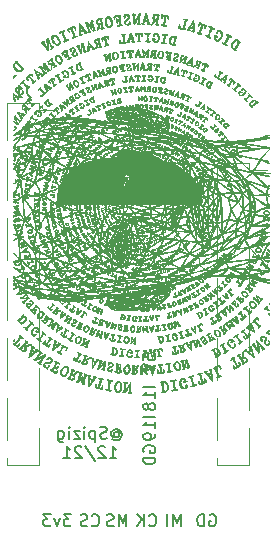
<source format=gbr>
%TF.GenerationSoftware,KiCad,Pcbnew,(5.1.10)-1*%
%TF.CreationDate,2021-11-28T18:03:10+01:00*%
%TF.ProjectId,M5StampC3,4d355374-616d-4704-9333-2e6b69636164,rev?*%
%TF.SameCoordinates,Original*%
%TF.FileFunction,Legend,Bot*%
%TF.FilePolarity,Positive*%
%FSLAX46Y46*%
G04 Gerber Fmt 4.6, Leading zero omitted, Abs format (unit mm)*
G04 Created by KiCad (PCBNEW (5.1.10)-1) date 2021-11-28 18:03:10*
%MOMM*%
%LPD*%
G01*
G04 APERTURE LIST*
%ADD10C,0.150000*%
%ADD11C,0.010000*%
%ADD12C,0.120000*%
G04 APERTURE END LIST*
D10*
X126706380Y-70675523D02*
X126706380Y-70199333D01*
X127182571Y-70151714D01*
X127134952Y-70199333D01*
X127087333Y-70294571D01*
X127087333Y-70532666D01*
X127134952Y-70627904D01*
X127182571Y-70675523D01*
X127277809Y-70723142D01*
X127515904Y-70723142D01*
X127611142Y-70675523D01*
X127658761Y-70627904D01*
X127706380Y-70532666D01*
X127706380Y-70294571D01*
X127658761Y-70199333D01*
X127611142Y-70151714D01*
X126706380Y-71008857D02*
X127706380Y-71342190D01*
X126706380Y-71675523D01*
X127706380Y-72961619D02*
X126706380Y-72961619D01*
X127706380Y-73961619D02*
X127706380Y-73390190D01*
X127706380Y-73675904D02*
X126706380Y-73675904D01*
X126849238Y-73580666D01*
X126944476Y-73485428D01*
X126992095Y-73390190D01*
X127134952Y-74533047D02*
X127087333Y-74437809D01*
X127039714Y-74390190D01*
X126944476Y-74342571D01*
X126896857Y-74342571D01*
X126801619Y-74390190D01*
X126754000Y-74437809D01*
X126706380Y-74533047D01*
X126706380Y-74723523D01*
X126754000Y-74818761D01*
X126801619Y-74866380D01*
X126896857Y-74914000D01*
X126944476Y-74914000D01*
X127039714Y-74866380D01*
X127087333Y-74818761D01*
X127134952Y-74723523D01*
X127134952Y-74533047D01*
X127182571Y-74437809D01*
X127230190Y-74390190D01*
X127325428Y-74342571D01*
X127515904Y-74342571D01*
X127611142Y-74390190D01*
X127658761Y-74437809D01*
X127706380Y-74533047D01*
X127706380Y-74723523D01*
X127658761Y-74818761D01*
X127611142Y-74866380D01*
X127515904Y-74914000D01*
X127325428Y-74914000D01*
X127230190Y-74866380D01*
X127182571Y-74818761D01*
X127134952Y-74723523D01*
X127706380Y-75501619D02*
X126706380Y-75501619D01*
X127706380Y-76501619D02*
X127706380Y-75930190D01*
X127706380Y-76215904D02*
X126706380Y-76215904D01*
X126849238Y-76120666D01*
X126944476Y-76025428D01*
X126992095Y-75930190D01*
X127706380Y-76977809D02*
X127706380Y-77168285D01*
X127658761Y-77263523D01*
X127611142Y-77311142D01*
X127468285Y-77406380D01*
X127277809Y-77454000D01*
X126896857Y-77454000D01*
X126801619Y-77406380D01*
X126754000Y-77358761D01*
X126706380Y-77263523D01*
X126706380Y-77073047D01*
X126754000Y-76977809D01*
X126801619Y-76930190D01*
X126896857Y-76882571D01*
X127134952Y-76882571D01*
X127230190Y-76930190D01*
X127277809Y-76977809D01*
X127325428Y-77073047D01*
X127325428Y-77263523D01*
X127277809Y-77358761D01*
X127230190Y-77406380D01*
X127134952Y-77454000D01*
X126754000Y-78501904D02*
X126706380Y-78406666D01*
X126706380Y-78263809D01*
X126754000Y-78120952D01*
X126849238Y-78025714D01*
X126944476Y-77978095D01*
X127134952Y-77930476D01*
X127277809Y-77930476D01*
X127468285Y-77978095D01*
X127563523Y-78025714D01*
X127658761Y-78120952D01*
X127706380Y-78263809D01*
X127706380Y-78359047D01*
X127658761Y-78501904D01*
X127611142Y-78549523D01*
X127277809Y-78549523D01*
X127277809Y-78359047D01*
X127706380Y-78978095D02*
X126706380Y-78978095D01*
X126706380Y-79216190D01*
X126754000Y-79359047D01*
X126849238Y-79454285D01*
X126944476Y-79501904D01*
X127134952Y-79549523D01*
X127277809Y-79549523D01*
X127468285Y-79501904D01*
X127563523Y-79454285D01*
X127658761Y-79359047D01*
X127706380Y-79216190D01*
X127706380Y-78978095D01*
X132318095Y-83828000D02*
X132413333Y-83780380D01*
X132556190Y-83780380D01*
X132699047Y-83828000D01*
X132794285Y-83923238D01*
X132841904Y-84018476D01*
X132889523Y-84208952D01*
X132889523Y-84351809D01*
X132841904Y-84542285D01*
X132794285Y-84637523D01*
X132699047Y-84732761D01*
X132556190Y-84780380D01*
X132460952Y-84780380D01*
X132318095Y-84732761D01*
X132270476Y-84685142D01*
X132270476Y-84351809D01*
X132460952Y-84351809D01*
X131841904Y-84780380D02*
X131841904Y-83780380D01*
X131603809Y-83780380D01*
X131460952Y-83828000D01*
X131365714Y-83923238D01*
X131318095Y-84018476D01*
X131270476Y-84208952D01*
X131270476Y-84351809D01*
X131318095Y-84542285D01*
X131365714Y-84637523D01*
X131460952Y-84732761D01*
X131603809Y-84780380D01*
X131841904Y-84780380D01*
X129857428Y-84780380D02*
X129857428Y-83780380D01*
X129524095Y-84494666D01*
X129190761Y-83780380D01*
X129190761Y-84780380D01*
X128714571Y-84780380D02*
X128714571Y-83780380D01*
X127190476Y-84685142D02*
X127238095Y-84732761D01*
X127380952Y-84780380D01*
X127476190Y-84780380D01*
X127619047Y-84732761D01*
X127714285Y-84637523D01*
X127761904Y-84542285D01*
X127809523Y-84351809D01*
X127809523Y-84208952D01*
X127761904Y-84018476D01*
X127714285Y-83923238D01*
X127619047Y-83828000D01*
X127476190Y-83780380D01*
X127380952Y-83780380D01*
X127238095Y-83828000D01*
X127190476Y-83875619D01*
X126761904Y-84780380D02*
X126761904Y-83780380D01*
X126190476Y-84780380D02*
X126619047Y-84208952D01*
X126190476Y-83780380D02*
X126761904Y-84351809D01*
X125269523Y-84780380D02*
X125269523Y-83780380D01*
X124936190Y-84494666D01*
X124602857Y-83780380D01*
X124602857Y-84780380D01*
X124174285Y-84732761D02*
X124031428Y-84780380D01*
X123793333Y-84780380D01*
X123698095Y-84732761D01*
X123650476Y-84685142D01*
X123602857Y-84589904D01*
X123602857Y-84494666D01*
X123650476Y-84399428D01*
X123698095Y-84351809D01*
X123793333Y-84304190D01*
X123983809Y-84256571D01*
X124079047Y-84208952D01*
X124126666Y-84161333D01*
X124174285Y-84066095D01*
X124174285Y-83970857D01*
X124126666Y-83875619D01*
X124079047Y-83828000D01*
X123983809Y-83780380D01*
X123745714Y-83780380D01*
X123602857Y-83828000D01*
X122340666Y-84685142D02*
X122388285Y-84732761D01*
X122531142Y-84780380D01*
X122626380Y-84780380D01*
X122769238Y-84732761D01*
X122864476Y-84637523D01*
X122912095Y-84542285D01*
X122959714Y-84351809D01*
X122959714Y-84208952D01*
X122912095Y-84018476D01*
X122864476Y-83923238D01*
X122769238Y-83828000D01*
X122626380Y-83780380D01*
X122531142Y-83780380D01*
X122388285Y-83828000D01*
X122340666Y-83875619D01*
X121959714Y-84732761D02*
X121816857Y-84780380D01*
X121578761Y-84780380D01*
X121483523Y-84732761D01*
X121435904Y-84685142D01*
X121388285Y-84589904D01*
X121388285Y-84494666D01*
X121435904Y-84399428D01*
X121483523Y-84351809D01*
X121578761Y-84304190D01*
X121769238Y-84256571D01*
X121864476Y-84208952D01*
X121912095Y-84161333D01*
X121959714Y-84066095D01*
X121959714Y-83970857D01*
X121912095Y-83875619D01*
X121864476Y-83828000D01*
X121769238Y-83780380D01*
X121531142Y-83780380D01*
X121388285Y-83828000D01*
X120570476Y-83780380D02*
X119951428Y-83780380D01*
X120284761Y-84161333D01*
X120141904Y-84161333D01*
X120046666Y-84208952D01*
X119999047Y-84256571D01*
X119951428Y-84351809D01*
X119951428Y-84589904D01*
X119999047Y-84685142D01*
X120046666Y-84732761D01*
X120141904Y-84780380D01*
X120427619Y-84780380D01*
X120522857Y-84732761D01*
X120570476Y-84685142D01*
X119618095Y-84113714D02*
X119380000Y-84780380D01*
X119141904Y-84113714D01*
X118856190Y-83780380D02*
X118237142Y-83780380D01*
X118570476Y-84161333D01*
X118427619Y-84161333D01*
X118332380Y-84208952D01*
X118284761Y-84256571D01*
X118237142Y-84351809D01*
X118237142Y-84589904D01*
X118284761Y-84685142D01*
X118332380Y-84732761D01*
X118427619Y-84780380D01*
X118713333Y-84780380D01*
X118808571Y-84732761D01*
X118856190Y-84685142D01*
X124221619Y-76875190D02*
X124269238Y-76827571D01*
X124364476Y-76779952D01*
X124459714Y-76779952D01*
X124554952Y-76827571D01*
X124602571Y-76875190D01*
X124650190Y-76970428D01*
X124650190Y-77065666D01*
X124602571Y-77160904D01*
X124554952Y-77208523D01*
X124459714Y-77256142D01*
X124364476Y-77256142D01*
X124269238Y-77208523D01*
X124221619Y-77160904D01*
X124221619Y-76779952D02*
X124221619Y-77160904D01*
X124174000Y-77208523D01*
X124126380Y-77208523D01*
X124031142Y-77160904D01*
X123983523Y-77065666D01*
X123983523Y-76827571D01*
X124078761Y-76684714D01*
X124221619Y-76589476D01*
X124412095Y-76541857D01*
X124602571Y-76589476D01*
X124745428Y-76684714D01*
X124840666Y-76827571D01*
X124888285Y-77018047D01*
X124840666Y-77208523D01*
X124745428Y-77351380D01*
X124602571Y-77446619D01*
X124412095Y-77494238D01*
X124221619Y-77446619D01*
X124078761Y-77351380D01*
X123602571Y-77303761D02*
X123459714Y-77351380D01*
X123221619Y-77351380D01*
X123126380Y-77303761D01*
X123078761Y-77256142D01*
X123031142Y-77160904D01*
X123031142Y-77065666D01*
X123078761Y-76970428D01*
X123126380Y-76922809D01*
X123221619Y-76875190D01*
X123412095Y-76827571D01*
X123507333Y-76779952D01*
X123554952Y-76732333D01*
X123602571Y-76637095D01*
X123602571Y-76541857D01*
X123554952Y-76446619D01*
X123507333Y-76399000D01*
X123412095Y-76351380D01*
X123174000Y-76351380D01*
X123031142Y-76399000D01*
X122602571Y-76684714D02*
X122602571Y-77684714D01*
X122602571Y-76732333D02*
X122507333Y-76684714D01*
X122316857Y-76684714D01*
X122221619Y-76732333D01*
X122174000Y-76779952D01*
X122126380Y-76875190D01*
X122126380Y-77160904D01*
X122174000Y-77256142D01*
X122221619Y-77303761D01*
X122316857Y-77351380D01*
X122507333Y-77351380D01*
X122602571Y-77303761D01*
X121697809Y-77351380D02*
X121697809Y-76684714D01*
X121697809Y-76351380D02*
X121745428Y-76399000D01*
X121697809Y-76446619D01*
X121650190Y-76399000D01*
X121697809Y-76351380D01*
X121697809Y-76446619D01*
X121316857Y-76684714D02*
X120793047Y-76684714D01*
X121316857Y-77351380D01*
X120793047Y-77351380D01*
X120412095Y-77351380D02*
X120412095Y-76684714D01*
X120412095Y-76351380D02*
X120459714Y-76399000D01*
X120412095Y-76446619D01*
X120364476Y-76399000D01*
X120412095Y-76351380D01*
X120412095Y-76446619D01*
X119507333Y-76684714D02*
X119507333Y-77494238D01*
X119554952Y-77589476D01*
X119602571Y-77637095D01*
X119697809Y-77684714D01*
X119840666Y-77684714D01*
X119935904Y-77637095D01*
X119507333Y-77303761D02*
X119602571Y-77351380D01*
X119793047Y-77351380D01*
X119888285Y-77303761D01*
X119935904Y-77256142D01*
X119983523Y-77160904D01*
X119983523Y-76875190D01*
X119935904Y-76779952D01*
X119888285Y-76732333D01*
X119793047Y-76684714D01*
X119602571Y-76684714D01*
X119507333Y-76732333D01*
X123840666Y-79001380D02*
X124412095Y-79001380D01*
X124126380Y-79001380D02*
X124126380Y-78001380D01*
X124221619Y-78144238D01*
X124316857Y-78239476D01*
X124412095Y-78287095D01*
X123459714Y-78096619D02*
X123412095Y-78049000D01*
X123316857Y-78001380D01*
X123078761Y-78001380D01*
X122983523Y-78049000D01*
X122935904Y-78096619D01*
X122888285Y-78191857D01*
X122888285Y-78287095D01*
X122935904Y-78429952D01*
X123507333Y-79001380D01*
X122888285Y-79001380D01*
X121745428Y-77953761D02*
X122602571Y-79239476D01*
X121459714Y-78096619D02*
X121412095Y-78049000D01*
X121316857Y-78001380D01*
X121078761Y-78001380D01*
X120983523Y-78049000D01*
X120935904Y-78096619D01*
X120888285Y-78191857D01*
X120888285Y-78287095D01*
X120935904Y-78429952D01*
X121507333Y-79001380D01*
X120888285Y-79001380D01*
X119935904Y-79001380D02*
X120507333Y-79001380D01*
X120221619Y-79001380D02*
X120221619Y-78001380D01*
X120316857Y-78144238D01*
X120412095Y-78239476D01*
X120507333Y-78287095D01*
D11*
%TO.C,G\u002A\u002A\u002A*%
G36*
X116608359Y-53758647D02*
G01*
X116662200Y-53780266D01*
X116726518Y-53777993D01*
X116732507Y-53776033D01*
X116716706Y-53730937D01*
X116703262Y-53682278D01*
X116663294Y-53620988D01*
X116632955Y-53621776D01*
X116587566Y-53689725D01*
X116608359Y-53758647D01*
G37*
X116608359Y-53758647D02*
X116662200Y-53780266D01*
X116726518Y-53777993D01*
X116732507Y-53776033D01*
X116716706Y-53730937D01*
X116703262Y-53682278D01*
X116663294Y-53620988D01*
X116632955Y-53621776D01*
X116587566Y-53689725D01*
X116608359Y-53758647D01*
G36*
X116023600Y-54733966D02*
G01*
X116104305Y-54758748D01*
X116119098Y-54758389D01*
X116165757Y-54745480D01*
X116141500Y-54728756D01*
X116083401Y-54661732D01*
X116078000Y-54630198D01*
X116107892Y-54581246D01*
X116206628Y-54589548D01*
X116378334Y-54623565D01*
X116476904Y-54616573D01*
X116522850Y-54566972D01*
X116523622Y-54564828D01*
X116520205Y-54519876D01*
X116489750Y-54530492D01*
X116395886Y-54549274D01*
X116276179Y-54530920D01*
X116173021Y-54487260D01*
X116128801Y-54430124D01*
X116128800Y-54429758D01*
X116162660Y-54382796D01*
X116213333Y-54391627D01*
X116270673Y-54398785D01*
X116261135Y-54364632D01*
X116187483Y-54305826D01*
X116109709Y-54337646D01*
X116044027Y-54451176D01*
X116031492Y-54490932D01*
X116000960Y-54649675D01*
X116023600Y-54733966D01*
G37*
X116023600Y-54733966D02*
X116104305Y-54758748D01*
X116119098Y-54758389D01*
X116165757Y-54745480D01*
X116141500Y-54728756D01*
X116083401Y-54661732D01*
X116078000Y-54630198D01*
X116107892Y-54581246D01*
X116206628Y-54589548D01*
X116378334Y-54623565D01*
X116476904Y-54616573D01*
X116522850Y-54566972D01*
X116523622Y-54564828D01*
X116520205Y-54519876D01*
X116489750Y-54530492D01*
X116395886Y-54549274D01*
X116276179Y-54530920D01*
X116173021Y-54487260D01*
X116128801Y-54430124D01*
X116128800Y-54429758D01*
X116162660Y-54382796D01*
X116213333Y-54391627D01*
X116270673Y-54398785D01*
X116261135Y-54364632D01*
X116187483Y-54305826D01*
X116109709Y-54337646D01*
X116044027Y-54451176D01*
X116031492Y-54490932D01*
X116000960Y-54649675D01*
X116023600Y-54733966D01*
G36*
X116721436Y-53040172D02*
G01*
X116814242Y-53084341D01*
X116834874Y-53091825D01*
X116948796Y-53149413D01*
X116973850Y-53217586D01*
X116969987Y-53231754D01*
X116964047Y-53273104D01*
X117006688Y-53229991D01*
X117017675Y-53215990D01*
X117077584Y-53107535D01*
X117093222Y-53038190D01*
X117082128Y-52989577D01*
X117050907Y-53024468D01*
X116993598Y-53063770D01*
X116888787Y-53043797D01*
X116866839Y-53035747D01*
X116757978Y-53005224D01*
X116697717Y-53008149D01*
X116721436Y-53040172D01*
G37*
X116721436Y-53040172D02*
X116814242Y-53084341D01*
X116834874Y-53091825D01*
X116948796Y-53149413D01*
X116973850Y-53217586D01*
X116969987Y-53231754D01*
X116964047Y-53273104D01*
X117006688Y-53229991D01*
X117017675Y-53215990D01*
X117077584Y-53107535D01*
X117093222Y-53038190D01*
X117082128Y-52989577D01*
X117050907Y-53024468D01*
X116993598Y-53063770D01*
X116888787Y-53043797D01*
X116866839Y-53035747D01*
X116757978Y-53005224D01*
X116697717Y-53008149D01*
X116721436Y-53040172D01*
G36*
X116686942Y-61551580D02*
G01*
X116847111Y-61548703D01*
X116956194Y-61546401D01*
X116988389Y-61545317D01*
X116969171Y-61506187D01*
X116959707Y-61483553D01*
X116899554Y-61444814D01*
X116862546Y-61450724D01*
X116790781Y-61439886D01*
X116752317Y-61372882D01*
X116763074Y-61293650D01*
X116794072Y-61261788D01*
X116833766Y-61204393D01*
X116814175Y-61173914D01*
X116752204Y-61182758D01*
X116676942Y-61242106D01*
X116676942Y-61395192D01*
X116687600Y-61413359D01*
X116647212Y-61467459D01*
X116611400Y-61486370D01*
X116545857Y-61490007D01*
X116535200Y-61471840D01*
X116575587Y-61417740D01*
X116611400Y-61398829D01*
X116676942Y-61395192D01*
X116676942Y-61242106D01*
X116647349Y-61265443D01*
X116572642Y-61343162D01*
X116381484Y-61556727D01*
X116686942Y-61551580D01*
G37*
X116686942Y-61551580D02*
X116847111Y-61548703D01*
X116956194Y-61546401D01*
X116988389Y-61545317D01*
X116969171Y-61506187D01*
X116959707Y-61483553D01*
X116899554Y-61444814D01*
X116862546Y-61450724D01*
X116790781Y-61439886D01*
X116752317Y-61372882D01*
X116763074Y-61293650D01*
X116794072Y-61261788D01*
X116833766Y-61204393D01*
X116814175Y-61173914D01*
X116752204Y-61182758D01*
X116676942Y-61242106D01*
X116676942Y-61395192D01*
X116687600Y-61413359D01*
X116647212Y-61467459D01*
X116611400Y-61486370D01*
X116545857Y-61490007D01*
X116535200Y-61471840D01*
X116575587Y-61417740D01*
X116611400Y-61398829D01*
X116676942Y-61395192D01*
X116676942Y-61242106D01*
X116647349Y-61265443D01*
X116572642Y-61343162D01*
X116381484Y-61556727D01*
X116686942Y-61551580D01*
G36*
X116306600Y-62280800D02*
G01*
X116332000Y-62255400D01*
X116306600Y-62230000D01*
X116281200Y-62255400D01*
X116306600Y-62280800D01*
G37*
X116306600Y-62280800D02*
X116332000Y-62255400D01*
X116306600Y-62230000D01*
X116281200Y-62255400D01*
X116306600Y-62280800D01*
G36*
X116869326Y-62486654D02*
G01*
X116914584Y-62563190D01*
X116970672Y-62623266D01*
X116990425Y-62598272D01*
X116991105Y-62585600D01*
X117033042Y-62503910D01*
X117129203Y-62430126D01*
X117241118Y-62384777D01*
X117330322Y-62388393D01*
X117343045Y-62397765D01*
X117387872Y-62434109D01*
X117384586Y-62399569D01*
X117336798Y-62293500D01*
X117281621Y-62211370D01*
X117232521Y-62178966D01*
X117214183Y-62206325D01*
X117225243Y-62248139D01*
X117201825Y-62316486D01*
X117091957Y-62383246D01*
X116976581Y-62422058D01*
X116914296Y-62410451D01*
X116886886Y-62377806D01*
X116849940Y-62334399D01*
X116840782Y-62384890D01*
X116840777Y-62385390D01*
X116869326Y-62486654D01*
G37*
X116869326Y-62486654D02*
X116914584Y-62563190D01*
X116970672Y-62623266D01*
X116990425Y-62598272D01*
X116991105Y-62585600D01*
X117033042Y-62503910D01*
X117129203Y-62430126D01*
X117241118Y-62384777D01*
X117330322Y-62388393D01*
X117343045Y-62397765D01*
X117387872Y-62434109D01*
X117384586Y-62399569D01*
X117336798Y-62293500D01*
X117281621Y-62211370D01*
X117232521Y-62178966D01*
X117214183Y-62206325D01*
X117225243Y-62248139D01*
X117201825Y-62316486D01*
X117091957Y-62383246D01*
X116976581Y-62422058D01*
X116914296Y-62410451D01*
X116886886Y-62377806D01*
X116849940Y-62334399D01*
X116840782Y-62384890D01*
X116840777Y-62385390D01*
X116869326Y-62486654D01*
G36*
X116860695Y-59867140D02*
G01*
X116909737Y-59972042D01*
X116973113Y-59988772D01*
X117017800Y-59944000D01*
X117006283Y-59900510D01*
X116969998Y-59893200D01*
X116904638Y-59858655D01*
X116894533Y-59781478D01*
X116935385Y-59701352D01*
X116994837Y-59663826D01*
X117109029Y-59665341D01*
X117207518Y-59721746D01*
X117246400Y-59803255D01*
X117209195Y-59831900D01*
X117170200Y-59824029D01*
X117105024Y-59832432D01*
X117094000Y-59874829D01*
X117124915Y-59930788D01*
X117174354Y-59924035D01*
X117255335Y-59897138D01*
X117275954Y-59893200D01*
X117298850Y-59853974D01*
X117290151Y-59766958D01*
X117257349Y-59678144D01*
X117236240Y-59649360D01*
X117119447Y-59594331D01*
X116982665Y-59604942D01*
X116891347Y-59663940D01*
X116853400Y-59773735D01*
X116860695Y-59867140D01*
G37*
X116860695Y-59867140D02*
X116909737Y-59972042D01*
X116973113Y-59988772D01*
X117017800Y-59944000D01*
X117006283Y-59900510D01*
X116969998Y-59893200D01*
X116904638Y-59858655D01*
X116894533Y-59781478D01*
X116935385Y-59701352D01*
X116994837Y-59663826D01*
X117109029Y-59665341D01*
X117207518Y-59721746D01*
X117246400Y-59803255D01*
X117209195Y-59831900D01*
X117170200Y-59824029D01*
X117105024Y-59832432D01*
X117094000Y-59874829D01*
X117124915Y-59930788D01*
X117174354Y-59924035D01*
X117255335Y-59897138D01*
X117275954Y-59893200D01*
X117298850Y-59853974D01*
X117290151Y-59766958D01*
X117257349Y-59678144D01*
X117236240Y-59649360D01*
X117119447Y-59594331D01*
X116982665Y-59604942D01*
X116891347Y-59663940D01*
X116853400Y-59773735D01*
X116860695Y-59867140D01*
G36*
X116973618Y-60337700D02*
G01*
X117013555Y-60426542D01*
X117047530Y-60452000D01*
X117071520Y-60415038D01*
X117064059Y-60382285D01*
X117084263Y-60325944D01*
X117167566Y-60287800D01*
X117275930Y-60276354D01*
X117371319Y-60300104D01*
X117386100Y-60310324D01*
X117438087Y-60333518D01*
X117435315Y-60271638D01*
X117387842Y-60147200D01*
X117345128Y-60068336D01*
X117319260Y-60080221D01*
X117312062Y-60104295D01*
X117252495Y-60180163D01*
X117146700Y-60224177D01*
X117039853Y-60224730D01*
X116985296Y-60188245D01*
X116950593Y-60156522D01*
X116946525Y-60210577D01*
X116973618Y-60337700D01*
G37*
X116973618Y-60337700D02*
X117013555Y-60426542D01*
X117047530Y-60452000D01*
X117071520Y-60415038D01*
X117064059Y-60382285D01*
X117084263Y-60325944D01*
X117167566Y-60287800D01*
X117275930Y-60276354D01*
X117371319Y-60300104D01*
X117386100Y-60310324D01*
X117438087Y-60333518D01*
X117435315Y-60271638D01*
X117387842Y-60147200D01*
X117345128Y-60068336D01*
X117319260Y-60080221D01*
X117312062Y-60104295D01*
X117252495Y-60180163D01*
X117146700Y-60224177D01*
X117039853Y-60224730D01*
X116985296Y-60188245D01*
X116950593Y-60156522D01*
X116946525Y-60210577D01*
X116973618Y-60337700D01*
G36*
X117380429Y-64287400D02*
G01*
X117430293Y-64354622D01*
X117455035Y-64363600D01*
X117497865Y-64329553D01*
X117479679Y-64260505D01*
X117466533Y-64245066D01*
X117399004Y-64211202D01*
X117372181Y-64252716D01*
X117380429Y-64287400D01*
G37*
X117380429Y-64287400D02*
X117430293Y-64354622D01*
X117455035Y-64363600D01*
X117497865Y-64329553D01*
X117479679Y-64260505D01*
X117466533Y-64245066D01*
X117399004Y-64211202D01*
X117372181Y-64252716D01*
X117380429Y-64287400D01*
G36*
X117209760Y-53996756D02*
G01*
X117247805Y-54044754D01*
X117298943Y-54051200D01*
X117401833Y-54098090D01*
X117506264Y-54227554D01*
X117508410Y-54231169D01*
X117588698Y-54354130D01*
X117628085Y-54388257D01*
X117623777Y-54338899D01*
X117572983Y-54211404D01*
X117547292Y-54156707D01*
X117483644Y-54001633D01*
X117473797Y-53916588D01*
X117517064Y-53908175D01*
X117569439Y-53943657D01*
X117634955Y-53974065D01*
X117670439Y-53926105D01*
X117678089Y-53862850D01*
X117663671Y-53854625D01*
X117499412Y-53843479D01*
X117388519Y-53784500D01*
X117373400Y-53774306D01*
X117373400Y-53848000D01*
X117398800Y-53873400D01*
X117373400Y-53898800D01*
X117348000Y-53873400D01*
X117373400Y-53848000D01*
X117373400Y-53774306D01*
X117293164Y-53720203D01*
X117277521Y-53727519D01*
X117277521Y-53916262D01*
X117297200Y-53924200D01*
X117345662Y-53969849D01*
X117348000Y-53977998D01*
X117308696Y-53999817D01*
X117297200Y-54000400D01*
X117248352Y-53961347D01*
X117246400Y-53946601D01*
X117277521Y-53916262D01*
X117277521Y-53727519D01*
X117235816Y-53747025D01*
X117209019Y-53868821D01*
X117208330Y-53877717D01*
X117209760Y-53996756D01*
G37*
X117209760Y-53996756D02*
X117247805Y-54044754D01*
X117298943Y-54051200D01*
X117401833Y-54098090D01*
X117506264Y-54227554D01*
X117508410Y-54231169D01*
X117588698Y-54354130D01*
X117628085Y-54388257D01*
X117623777Y-54338899D01*
X117572983Y-54211404D01*
X117547292Y-54156707D01*
X117483644Y-54001633D01*
X117473797Y-53916588D01*
X117517064Y-53908175D01*
X117569439Y-53943657D01*
X117634955Y-53974065D01*
X117670439Y-53926105D01*
X117678089Y-53862850D01*
X117663671Y-53854625D01*
X117499412Y-53843479D01*
X117388519Y-53784500D01*
X117373400Y-53774306D01*
X117373400Y-53848000D01*
X117398800Y-53873400D01*
X117373400Y-53898800D01*
X117348000Y-53873400D01*
X117373400Y-53848000D01*
X117373400Y-53774306D01*
X117293164Y-53720203D01*
X117277521Y-53727519D01*
X117277521Y-53916262D01*
X117297200Y-53924200D01*
X117345662Y-53969849D01*
X117348000Y-53977998D01*
X117308696Y-53999817D01*
X117297200Y-54000400D01*
X117248352Y-53961347D01*
X117246400Y-53946601D01*
X117277521Y-53916262D01*
X117277521Y-53727519D01*
X117235816Y-53747025D01*
X117209019Y-53868821D01*
X117208330Y-53877717D01*
X117209760Y-53996756D01*
G36*
X117983000Y-53187600D02*
G01*
X118008400Y-53162200D01*
X117983000Y-53136800D01*
X117957600Y-53162200D01*
X117983000Y-53187600D01*
G37*
X117983000Y-53187600D02*
X118008400Y-53162200D01*
X117983000Y-53136800D01*
X117957600Y-53162200D01*
X117983000Y-53187600D01*
G36*
X117068600Y-50901600D02*
G01*
X117094000Y-50876200D01*
X117068600Y-50850800D01*
X117043200Y-50876200D01*
X117068600Y-50901600D01*
G37*
X117068600Y-50901600D02*
X117094000Y-50876200D01*
X117068600Y-50850800D01*
X117043200Y-50876200D01*
X117068600Y-50901600D01*
G36*
X117523409Y-50994702D02*
G01*
X117646925Y-51122896D01*
X117716592Y-51187328D01*
X117747193Y-51199154D01*
X117753510Y-51169527D01*
X117753484Y-51168300D01*
X117716559Y-51117743D01*
X117622558Y-51028272D01*
X117537584Y-50956602D01*
X117322600Y-50783005D01*
X117523409Y-50994702D01*
G37*
X117523409Y-50994702D02*
X117646925Y-51122896D01*
X117716592Y-51187328D01*
X117747193Y-51199154D01*
X117753510Y-51169527D01*
X117753484Y-51168300D01*
X117716559Y-51117743D01*
X117622558Y-51028272D01*
X117537584Y-50956602D01*
X117322600Y-50783005D01*
X117523409Y-50994702D01*
G36*
X117800270Y-54996592D02*
G01*
X117917957Y-55049453D01*
X118052342Y-55066506D01*
X118089013Y-55048327D01*
X118063011Y-54979831D01*
X118033922Y-54933257D01*
X117946159Y-54799314D01*
X118078879Y-54832625D01*
X118179237Y-54841394D01*
X118211600Y-54814167D01*
X118168464Y-54774075D01*
X118094760Y-54762400D01*
X117975772Y-54737689D01*
X117932200Y-54711078D01*
X117932200Y-54762400D01*
X117957600Y-54787800D01*
X117932200Y-54813200D01*
X117906800Y-54787800D01*
X117932200Y-54762400D01*
X117932200Y-54711078D01*
X117917806Y-54702286D01*
X117850718Y-54657086D01*
X117826965Y-54684484D01*
X117848238Y-54764404D01*
X117904455Y-54860707D01*
X117970297Y-54958973D01*
X117976453Y-54993954D01*
X117925489Y-54982664D01*
X117922697Y-54981638D01*
X117825624Y-54925974D01*
X117793277Y-54893105D01*
X117761806Y-54880505D01*
X117755177Y-54921575D01*
X117800270Y-54996592D01*
G37*
X117800270Y-54996592D02*
X117917957Y-55049453D01*
X118052342Y-55066506D01*
X118089013Y-55048327D01*
X118063011Y-54979831D01*
X118033922Y-54933257D01*
X117946159Y-54799314D01*
X118078879Y-54832625D01*
X118179237Y-54841394D01*
X118211600Y-54814167D01*
X118168464Y-54774075D01*
X118094760Y-54762400D01*
X117975772Y-54737689D01*
X117932200Y-54711078D01*
X117932200Y-54762400D01*
X117957600Y-54787800D01*
X117932200Y-54813200D01*
X117906800Y-54787800D01*
X117932200Y-54762400D01*
X117932200Y-54711078D01*
X117917806Y-54702286D01*
X117850718Y-54657086D01*
X117826965Y-54684484D01*
X117848238Y-54764404D01*
X117904455Y-54860707D01*
X117970297Y-54958973D01*
X117976453Y-54993954D01*
X117925489Y-54982664D01*
X117922697Y-54981638D01*
X117825624Y-54925974D01*
X117793277Y-54893105D01*
X117761806Y-54880505D01*
X117755177Y-54921575D01*
X117800270Y-54996592D01*
G36*
X117468030Y-58549306D02*
G01*
X117516517Y-58650786D01*
X117562855Y-58674000D01*
X117582378Y-58645126D01*
X117556054Y-58603649D01*
X117532654Y-58547823D01*
X117591199Y-58511078D01*
X117633915Y-58499103D01*
X117763241Y-58494800D01*
X117812303Y-58531354D01*
X117842786Y-58544215D01*
X117854355Y-58458601D01*
X117854444Y-58445400D01*
X117844413Y-58357299D01*
X117819955Y-58347278D01*
X117817122Y-58351264D01*
X117734685Y-58404583D01*
X117602231Y-58428834D01*
X117532279Y-58425849D01*
X117522480Y-58389895D01*
X117551200Y-58343800D01*
X117586618Y-58283710D01*
X117539948Y-58267670D01*
X117532020Y-58267600D01*
X117464374Y-58310511D01*
X117449600Y-58390445D01*
X117468030Y-58549306D01*
G37*
X117468030Y-58549306D02*
X117516517Y-58650786D01*
X117562855Y-58674000D01*
X117582378Y-58645126D01*
X117556054Y-58603649D01*
X117532654Y-58547823D01*
X117591199Y-58511078D01*
X117633915Y-58499103D01*
X117763241Y-58494800D01*
X117812303Y-58531354D01*
X117842786Y-58544215D01*
X117854355Y-58458601D01*
X117854444Y-58445400D01*
X117844413Y-58357299D01*
X117819955Y-58347278D01*
X117817122Y-58351264D01*
X117734685Y-58404583D01*
X117602231Y-58428834D01*
X117532279Y-58425849D01*
X117522480Y-58389895D01*
X117551200Y-58343800D01*
X117586618Y-58283710D01*
X117539948Y-58267670D01*
X117532020Y-58267600D01*
X117464374Y-58310511D01*
X117449600Y-58390445D01*
X117468030Y-58549306D01*
G36*
X118382238Y-50800000D02*
G01*
X118442860Y-50823507D01*
X118433446Y-50863500D01*
X118426734Y-50894155D01*
X118481248Y-50857279D01*
X118554088Y-50791530D01*
X118547005Y-50756122D01*
X118482505Y-50727569D01*
X118383742Y-50725443D01*
X118345345Y-50747534D01*
X118330333Y-50790543D01*
X118382238Y-50800000D01*
G37*
X118382238Y-50800000D02*
X118442860Y-50823507D01*
X118433446Y-50863500D01*
X118426734Y-50894155D01*
X118481248Y-50857279D01*
X118554088Y-50791530D01*
X118547005Y-50756122D01*
X118482505Y-50727569D01*
X118383742Y-50725443D01*
X118345345Y-50747534D01*
X118330333Y-50790543D01*
X118382238Y-50800000D01*
G36*
X118357183Y-61452378D02*
G01*
X118463903Y-61492949D01*
X118472363Y-61494885D01*
X118572481Y-61527514D01*
X118576412Y-61562534D01*
X118563689Y-61571769D01*
X118480940Y-61595410D01*
X118455325Y-61588650D01*
X118419225Y-61595455D01*
X118421861Y-61649358D01*
X118444078Y-61683544D01*
X118502171Y-61680718D01*
X118601496Y-61638251D01*
X118702257Y-61577803D01*
X118764663Y-61521033D01*
X118770078Y-61506100D01*
X118725838Y-61479721D01*
X118617665Y-61466611D01*
X118605300Y-61466384D01*
X118498328Y-61461466D01*
X118480326Y-61440640D01*
X118536583Y-61391811D01*
X118627037Y-61345050D01*
X118675702Y-61345265D01*
X118697775Y-61331646D01*
X118688306Y-61293161D01*
X118656729Y-61247600D01*
X118599223Y-61261004D01*
X118518054Y-61314421D01*
X118415364Y-61373054D01*
X118349460Y-61384549D01*
X118345565Y-61381832D01*
X118315303Y-61387263D01*
X118313200Y-61404697D01*
X118357183Y-61452378D01*
G37*
X118357183Y-61452378D02*
X118463903Y-61492949D01*
X118472363Y-61494885D01*
X118572481Y-61527514D01*
X118576412Y-61562534D01*
X118563689Y-61571769D01*
X118480940Y-61595410D01*
X118455325Y-61588650D01*
X118419225Y-61595455D01*
X118421861Y-61649358D01*
X118444078Y-61683544D01*
X118502171Y-61680718D01*
X118601496Y-61638251D01*
X118702257Y-61577803D01*
X118764663Y-61521033D01*
X118770078Y-61506100D01*
X118725838Y-61479721D01*
X118617665Y-61466611D01*
X118605300Y-61466384D01*
X118498328Y-61461466D01*
X118480326Y-61440640D01*
X118536583Y-61391811D01*
X118627037Y-61345050D01*
X118675702Y-61345265D01*
X118697775Y-61331646D01*
X118688306Y-61293161D01*
X118656729Y-61247600D01*
X118599223Y-61261004D01*
X118518054Y-61314421D01*
X118415364Y-61373054D01*
X118349460Y-61384549D01*
X118345565Y-61381832D01*
X118315303Y-61387263D01*
X118313200Y-61404697D01*
X118357183Y-61452378D01*
G36*
X118811666Y-61751125D02*
G01*
X118846600Y-61755866D01*
X118914265Y-61732940D01*
X118922800Y-61713533D01*
X118881533Y-61675941D01*
X118846600Y-61671200D01*
X118778934Y-61694125D01*
X118770400Y-61713533D01*
X118811666Y-61751125D01*
G37*
X118811666Y-61751125D02*
X118846600Y-61755866D01*
X118914265Y-61732940D01*
X118922800Y-61713533D01*
X118881533Y-61675941D01*
X118846600Y-61671200D01*
X118778934Y-61694125D01*
X118770400Y-61713533D01*
X118811666Y-61751125D01*
G36*
X118188522Y-54250486D02*
G01*
X118205603Y-54254400D01*
X118277418Y-54217328D01*
X118287800Y-54203600D01*
X118285477Y-54156713D01*
X118268396Y-54152800D01*
X118196581Y-54189871D01*
X118186200Y-54203600D01*
X118188522Y-54250486D01*
G37*
X118188522Y-54250486D02*
X118205603Y-54254400D01*
X118277418Y-54217328D01*
X118287800Y-54203600D01*
X118285477Y-54156713D01*
X118268396Y-54152800D01*
X118196581Y-54189871D01*
X118186200Y-54203600D01*
X118188522Y-54250486D01*
G36*
X118770262Y-54279715D02*
G01*
X118810887Y-54264823D01*
X118821200Y-54210831D01*
X118849423Y-54116105D01*
X118884700Y-54084843D01*
X118920027Y-54061656D01*
X118886487Y-54055210D01*
X118816717Y-54088054D01*
X118763612Y-54166733D01*
X118749712Y-54247706D01*
X118770262Y-54279715D01*
G37*
X118770262Y-54279715D02*
X118810887Y-54264823D01*
X118821200Y-54210831D01*
X118849423Y-54116105D01*
X118884700Y-54084843D01*
X118920027Y-54061656D01*
X118886487Y-54055210D01*
X118816717Y-54088054D01*
X118763612Y-54166733D01*
X118749712Y-54247706D01*
X118770262Y-54279715D01*
G36*
X117594259Y-58047082D02*
G01*
X117678200Y-58052751D01*
X117777541Y-58018836D01*
X117801189Y-57939020D01*
X117788618Y-57882519D01*
X117771556Y-57899300D01*
X117705542Y-57952564D01*
X117648566Y-57962800D01*
X117568341Y-57984654D01*
X117551200Y-58013030D01*
X117594259Y-58047082D01*
G37*
X117594259Y-58047082D02*
X117678200Y-58052751D01*
X117777541Y-58018836D01*
X117801189Y-57939020D01*
X117788618Y-57882519D01*
X117771556Y-57899300D01*
X117705542Y-57952564D01*
X117648566Y-57962800D01*
X117568341Y-57984654D01*
X117551200Y-58013030D01*
X117594259Y-58047082D01*
G36*
X118782760Y-57648526D02*
G01*
X118813152Y-57707266D01*
X118819605Y-57708800D01*
X118846190Y-57671030D01*
X118836687Y-57625087D01*
X118831087Y-57567762D01*
X118893484Y-57559646D01*
X118939882Y-57567243D01*
X119038285Y-57572950D01*
X119070462Y-57524353D01*
X119071189Y-57485855D01*
X119058944Y-57426514D01*
X119041556Y-57442100D01*
X118975777Y-57494399D01*
X118913131Y-57505600D01*
X118838266Y-57481910D01*
X118839570Y-57429400D01*
X118840626Y-57363987D01*
X118819605Y-57353200D01*
X118787080Y-57397862D01*
X118770824Y-57507682D01*
X118770400Y-57531000D01*
X118782760Y-57648526D01*
G37*
X118782760Y-57648526D02*
X118813152Y-57707266D01*
X118819605Y-57708800D01*
X118846190Y-57671030D01*
X118836687Y-57625087D01*
X118831087Y-57567762D01*
X118893484Y-57559646D01*
X118939882Y-57567243D01*
X119038285Y-57572950D01*
X119070462Y-57524353D01*
X119071189Y-57485855D01*
X119058944Y-57426514D01*
X119041556Y-57442100D01*
X118975777Y-57494399D01*
X118913131Y-57505600D01*
X118838266Y-57481910D01*
X118839570Y-57429400D01*
X118840626Y-57363987D01*
X118819605Y-57353200D01*
X118787080Y-57397862D01*
X118770824Y-57507682D01*
X118770400Y-57531000D01*
X118782760Y-57648526D01*
G36*
X118807387Y-56713598D02*
G01*
X118859300Y-56712783D01*
X118949155Y-56714313D01*
X119027682Y-56747134D01*
X119065259Y-56792012D01*
X119036783Y-56828006D01*
X118995861Y-56878513D01*
X119002193Y-56901167D01*
X119054120Y-56930949D01*
X119102111Y-56882754D01*
X119125759Y-56778862D01*
X119126000Y-56766001D01*
X119100150Y-56667108D01*
X119028554Y-56642000D01*
X118900992Y-56625880D01*
X118850754Y-56611164D01*
X118782377Y-56615657D01*
X118770400Y-56657209D01*
X118807387Y-56713598D01*
G37*
X118807387Y-56713598D02*
X118859300Y-56712783D01*
X118949155Y-56714313D01*
X119027682Y-56747134D01*
X119065259Y-56792012D01*
X119036783Y-56828006D01*
X118995861Y-56878513D01*
X119002193Y-56901167D01*
X119054120Y-56930949D01*
X119102111Y-56882754D01*
X119125759Y-56778862D01*
X119126000Y-56766001D01*
X119100150Y-56667108D01*
X119028554Y-56642000D01*
X118900992Y-56625880D01*
X118850754Y-56611164D01*
X118782377Y-56615657D01*
X118770400Y-56657209D01*
X118807387Y-56713598D01*
G36*
X118555703Y-55981017D02*
G01*
X118567200Y-55981600D01*
X118616047Y-55942547D01*
X118618000Y-55927801D01*
X118586878Y-55897462D01*
X118567200Y-55905400D01*
X118518737Y-55951049D01*
X118516400Y-55959198D01*
X118555703Y-55981017D01*
G37*
X118555703Y-55981017D02*
X118567200Y-55981600D01*
X118616047Y-55942547D01*
X118618000Y-55927801D01*
X118586878Y-55897462D01*
X118567200Y-55905400D01*
X118518737Y-55951049D01*
X118516400Y-55959198D01*
X118555703Y-55981017D01*
G36*
X118905469Y-56126771D02*
G01*
X118931266Y-56134000D01*
X118967102Y-56115149D01*
X118959909Y-56103376D01*
X118952779Y-56038354D01*
X118975585Y-55950976D01*
X118995388Y-55860959D01*
X118977777Y-55829200D01*
X118923235Y-55872938D01*
X118882323Y-55976199D01*
X118872000Y-56061954D01*
X118905469Y-56126771D01*
G37*
X118905469Y-56126771D02*
X118931266Y-56134000D01*
X118967102Y-56115149D01*
X118959909Y-56103376D01*
X118952779Y-56038354D01*
X118975585Y-55950976D01*
X118995388Y-55860959D01*
X118977777Y-55829200D01*
X118923235Y-55872938D01*
X118882323Y-55976199D01*
X118872000Y-56061954D01*
X118905469Y-56126771D01*
G36*
X119066180Y-56028861D02*
G01*
X119126000Y-56047119D01*
X119210424Y-56043700D01*
X119227600Y-56007000D01*
X119188756Y-55961743D01*
X119126000Y-55966880D01*
X119044008Y-55993894D01*
X119024400Y-56007000D01*
X119066180Y-56028861D01*
G37*
X119066180Y-56028861D02*
X119126000Y-56047119D01*
X119210424Y-56043700D01*
X119227600Y-56007000D01*
X119188756Y-55961743D01*
X119126000Y-55966880D01*
X119044008Y-55993894D01*
X119024400Y-56007000D01*
X119066180Y-56028861D01*
G36*
X118999206Y-55646655D02*
G01*
X119043249Y-55646884D01*
X119130283Y-55657864D01*
X119195649Y-55702907D01*
X119258076Y-55756732D01*
X119277409Y-55735166D01*
X119278400Y-55706796D01*
X119235030Y-55636621D01*
X119151751Y-55596148D01*
X119067576Y-55557955D01*
X119053149Y-55518980D01*
X119043817Y-55476244D01*
X119027398Y-55473600D01*
X118983470Y-55516047D01*
X118973600Y-55573605D01*
X118999206Y-55646655D01*
G37*
X118999206Y-55646655D02*
X119043249Y-55646884D01*
X119130283Y-55657864D01*
X119195649Y-55702907D01*
X119258076Y-55756732D01*
X119277409Y-55735166D01*
X119278400Y-55706796D01*
X119235030Y-55636621D01*
X119151751Y-55596148D01*
X119067576Y-55557955D01*
X119053149Y-55518980D01*
X119043817Y-55476244D01*
X119027398Y-55473600D01*
X118983470Y-55516047D01*
X118973600Y-55573605D01*
X118999206Y-55646655D01*
G36*
X119142933Y-59469866D02*
G01*
X119203221Y-59475946D01*
X119210666Y-59469866D01*
X119203693Y-59439666D01*
X119176800Y-59436000D01*
X119134985Y-59454586D01*
X119142933Y-59469866D01*
G37*
X119142933Y-59469866D02*
X119203221Y-59475946D01*
X119210666Y-59469866D01*
X119203693Y-59439666D01*
X119176800Y-59436000D01*
X119134985Y-59454586D01*
X119142933Y-59469866D01*
G36*
X118929464Y-59126701D02*
G01*
X118962664Y-59180241D01*
X118972005Y-59182000D01*
X118999956Y-59144763D01*
X118991970Y-59105800D01*
X118991665Y-59040425D01*
X119013529Y-59029600D01*
X119073955Y-59070158D01*
X119093570Y-59105800D01*
X119147314Y-59173112D01*
X119175205Y-59182000D01*
X119224232Y-59157888D01*
X119191939Y-59094264D01*
X119105181Y-59019188D01*
X119010487Y-58966855D01*
X118954378Y-58964155D01*
X118925282Y-59037136D01*
X118929464Y-59126701D01*
G37*
X118929464Y-59126701D02*
X118962664Y-59180241D01*
X118972005Y-59182000D01*
X118999956Y-59144763D01*
X118991970Y-59105800D01*
X118991665Y-59040425D01*
X119013529Y-59029600D01*
X119073955Y-59070158D01*
X119093570Y-59105800D01*
X119147314Y-59173112D01*
X119175205Y-59182000D01*
X119224232Y-59157888D01*
X119191939Y-59094264D01*
X119105181Y-59019188D01*
X119010487Y-58966855D01*
X118954378Y-58964155D01*
X118925282Y-59037136D01*
X118929464Y-59126701D01*
G36*
X118994987Y-59367661D02*
G01*
X119022029Y-59481916D01*
X119024400Y-59516354D01*
X119050551Y-59581284D01*
X119070444Y-59588400D01*
X119097535Y-59548296D01*
X119091748Y-59493795D01*
X119109327Y-59416563D01*
X119178471Y-59367066D01*
X119257158Y-59363802D01*
X119297353Y-59403292D01*
X119316281Y-59406680D01*
X119325189Y-59340879D01*
X119318529Y-59259250D01*
X119278324Y-59264011D01*
X119253270Y-59283375D01*
X119144822Y-59323232D01*
X119071457Y-59318702D01*
X118995417Y-59313572D01*
X118994400Y-59366117D01*
X118994987Y-59367661D01*
G37*
X118994987Y-59367661D02*
X119022029Y-59481916D01*
X119024400Y-59516354D01*
X119050551Y-59581284D01*
X119070444Y-59588400D01*
X119097535Y-59548296D01*
X119091748Y-59493795D01*
X119109327Y-59416563D01*
X119178471Y-59367066D01*
X119257158Y-59363802D01*
X119297353Y-59403292D01*
X119316281Y-59406680D01*
X119325189Y-59340879D01*
X119318529Y-59259250D01*
X119278324Y-59264011D01*
X119253270Y-59283375D01*
X119144822Y-59323232D01*
X119071457Y-59318702D01*
X118995417Y-59313572D01*
X118994400Y-59366117D01*
X118994987Y-59367661D01*
G36*
X119184842Y-59902196D02*
G01*
X119242740Y-59934799D01*
X119346680Y-59921034D01*
X119441977Y-59862921D01*
X119481600Y-59791600D01*
X119447168Y-59730612D01*
X119407840Y-59692025D01*
X119323281Y-59655700D01*
X119323281Y-59700820D01*
X119360204Y-59710521D01*
X119420031Y-59743089D01*
X119402550Y-59788977D01*
X119363981Y-59829389D01*
X119285129Y-59883778D01*
X119220215Y-59855303D01*
X119217802Y-59852922D01*
X119189010Y-59777028D01*
X119233410Y-59717086D01*
X119323281Y-59700820D01*
X119323281Y-59655700D01*
X119293688Y-59642987D01*
X119197853Y-59674811D01*
X119152032Y-59775188D01*
X119151400Y-59791600D01*
X119184842Y-59902196D01*
G37*
X119184842Y-59902196D02*
X119242740Y-59934799D01*
X119346680Y-59921034D01*
X119441977Y-59862921D01*
X119481600Y-59791600D01*
X119447168Y-59730612D01*
X119407840Y-59692025D01*
X119323281Y-59655700D01*
X119323281Y-59700820D01*
X119360204Y-59710521D01*
X119420031Y-59743089D01*
X119402550Y-59788977D01*
X119363981Y-59829389D01*
X119285129Y-59883778D01*
X119220215Y-59855303D01*
X119217802Y-59852922D01*
X119189010Y-59777028D01*
X119233410Y-59717086D01*
X119323281Y-59700820D01*
X119323281Y-59655700D01*
X119293688Y-59642987D01*
X119197853Y-59674811D01*
X119152032Y-59775188D01*
X119151400Y-59791600D01*
X119184842Y-59902196D01*
G36*
X119659400Y-58826400D02*
G01*
X119684800Y-58801000D01*
X119659400Y-58775600D01*
X119634000Y-58801000D01*
X119659400Y-58826400D01*
G37*
X119659400Y-58826400D02*
X119684800Y-58801000D01*
X119659400Y-58775600D01*
X119634000Y-58801000D01*
X119659400Y-58826400D01*
G36*
X119378445Y-54921191D02*
G01*
X119390697Y-54934868D01*
X119470619Y-54982651D01*
X119524885Y-54951940D01*
X119532400Y-54911801D01*
X119489740Y-54873206D01*
X119428797Y-54864000D01*
X119358813Y-54874933D01*
X119378445Y-54921191D01*
G37*
X119378445Y-54921191D02*
X119390697Y-54934868D01*
X119470619Y-54982651D01*
X119524885Y-54951940D01*
X119532400Y-54911801D01*
X119489740Y-54873206D01*
X119428797Y-54864000D01*
X119358813Y-54874933D01*
X119378445Y-54921191D01*
G36*
X119176489Y-61560474D02*
G01*
X119200445Y-61551902D01*
X119320818Y-61525157D01*
X119409554Y-61518800D01*
X119503000Y-61499827D01*
X119532400Y-61465001D01*
X119500562Y-61436304D01*
X119475920Y-61446110D01*
X119405062Y-61441470D01*
X119377001Y-61412349D01*
X119369457Y-61332302D01*
X119393910Y-61307002D01*
X119426327Y-61253058D01*
X119416103Y-61233170D01*
X119360770Y-61240907D01*
X119303800Y-61299477D01*
X119303800Y-61417200D01*
X119329200Y-61442600D01*
X119303800Y-61468000D01*
X119278400Y-61442600D01*
X119303800Y-61417200D01*
X119303800Y-61299477D01*
X119275757Y-61328309D01*
X119173430Y-61482549D01*
X119170032Y-61488402D01*
X119139370Y-61557091D01*
X119176489Y-61560474D01*
G37*
X119176489Y-61560474D02*
X119200445Y-61551902D01*
X119320818Y-61525157D01*
X119409554Y-61518800D01*
X119503000Y-61499827D01*
X119532400Y-61465001D01*
X119500562Y-61436304D01*
X119475920Y-61446110D01*
X119405062Y-61441470D01*
X119377001Y-61412349D01*
X119369457Y-61332302D01*
X119393910Y-61307002D01*
X119426327Y-61253058D01*
X119416103Y-61233170D01*
X119360770Y-61240907D01*
X119303800Y-61299477D01*
X119303800Y-61417200D01*
X119329200Y-61442600D01*
X119303800Y-61468000D01*
X119278400Y-61442600D01*
X119303800Y-61417200D01*
X119303800Y-61299477D01*
X119275757Y-61328309D01*
X119173430Y-61482549D01*
X119170032Y-61488402D01*
X119139370Y-61557091D01*
X119176489Y-61560474D01*
G36*
X119962972Y-61619381D02*
G01*
X120026847Y-61652141D01*
X120040400Y-61629618D01*
X120003013Y-61555162D01*
X119986220Y-61542111D01*
X119920088Y-61523094D01*
X119914662Y-61562517D01*
X119962972Y-61619381D01*
G37*
X119962972Y-61619381D02*
X120026847Y-61652141D01*
X120040400Y-61629618D01*
X120003013Y-61555162D01*
X119986220Y-61542111D01*
X119920088Y-61523094D01*
X119914662Y-61562517D01*
X119962972Y-61619381D01*
G36*
X120167400Y-61417200D02*
G01*
X120192800Y-61391800D01*
X120167400Y-61366400D01*
X120142000Y-61391800D01*
X120167400Y-61417200D01*
G37*
X120167400Y-61417200D02*
X120192800Y-61391800D01*
X120167400Y-61366400D01*
X120142000Y-61391800D01*
X120167400Y-61417200D01*
G36*
X119621857Y-51814523D02*
G01*
X119634000Y-51816000D01*
X119683323Y-51777342D01*
X119684800Y-51765200D01*
X119646142Y-51715876D01*
X119634000Y-51714400D01*
X119584676Y-51753057D01*
X119583200Y-51765200D01*
X119621857Y-51814523D01*
G37*
X119621857Y-51814523D02*
X119634000Y-51816000D01*
X119683323Y-51777342D01*
X119684800Y-51765200D01*
X119646142Y-51715876D01*
X119634000Y-51714400D01*
X119584676Y-51753057D01*
X119583200Y-51765200D01*
X119621857Y-51814523D01*
G36*
X119812312Y-51766028D02*
G01*
X119873193Y-51795333D01*
X119891510Y-51788430D01*
X119936554Y-51739390D01*
X119885250Y-51715393D01*
X119859601Y-51714400D01*
X119807280Y-51739393D01*
X119812312Y-51766028D01*
G37*
X119812312Y-51766028D02*
X119873193Y-51795333D01*
X119891510Y-51788430D01*
X119936554Y-51739390D01*
X119885250Y-51715393D01*
X119859601Y-51714400D01*
X119807280Y-51739393D01*
X119812312Y-51766028D01*
G36*
X119721260Y-64514545D02*
G01*
X119732601Y-64516000D01*
X119801402Y-64479073D01*
X119811800Y-64465200D01*
X119800283Y-64421710D01*
X119763998Y-64414400D01*
X119694492Y-64440922D01*
X119684800Y-64465200D01*
X119721260Y-64514545D01*
G37*
X119721260Y-64514545D02*
X119732601Y-64516000D01*
X119801402Y-64479073D01*
X119811800Y-64465200D01*
X119800283Y-64421710D01*
X119763998Y-64414400D01*
X119694492Y-64440922D01*
X119684800Y-64465200D01*
X119721260Y-64514545D01*
G36*
X118927688Y-58363292D02*
G01*
X119044754Y-58395048D01*
X119114017Y-58397060D01*
X119117304Y-58394829D01*
X119103982Y-58371074D01*
X119083666Y-58369200D01*
X119031143Y-58328195D01*
X119024400Y-58293000D01*
X119051830Y-58225396D01*
X119075200Y-58216800D01*
X119124523Y-58178142D01*
X119126000Y-58166000D01*
X119107310Y-58116526D01*
X119101827Y-58115200D01*
X119046664Y-58139052D01*
X118948200Y-58194343D01*
X118948200Y-58267600D01*
X118973600Y-58293000D01*
X118948200Y-58318400D01*
X118922800Y-58293000D01*
X118948200Y-58267600D01*
X118948200Y-58194343D01*
X118942144Y-58197744D01*
X118920679Y-58210663D01*
X118763702Y-58306126D01*
X118927688Y-58363292D01*
G37*
X118927688Y-58363292D02*
X119044754Y-58395048D01*
X119114017Y-58397060D01*
X119117304Y-58394829D01*
X119103982Y-58371074D01*
X119083666Y-58369200D01*
X119031143Y-58328195D01*
X119024400Y-58293000D01*
X119051830Y-58225396D01*
X119075200Y-58216800D01*
X119124523Y-58178142D01*
X119126000Y-58166000D01*
X119107310Y-58116526D01*
X119101827Y-58115200D01*
X119046664Y-58139052D01*
X118948200Y-58194343D01*
X118948200Y-58267600D01*
X118973600Y-58293000D01*
X118948200Y-58318400D01*
X118922800Y-58293000D01*
X118948200Y-58267600D01*
X118948200Y-58194343D01*
X118942144Y-58197744D01*
X118920679Y-58210663D01*
X118763702Y-58306126D01*
X118927688Y-58363292D01*
G36*
X119870591Y-57975500D02*
G01*
X119931114Y-58005433D01*
X120028764Y-58012344D01*
X120114639Y-57997206D01*
X120142000Y-57970090D01*
X120098066Y-57940788D01*
X119994593Y-57931990D01*
X119897834Y-57946838D01*
X119870332Y-57975062D01*
X119870591Y-57975500D01*
G37*
X119870591Y-57975500D02*
X119931114Y-58005433D01*
X120028764Y-58012344D01*
X120114639Y-57997206D01*
X120142000Y-57970090D01*
X120098066Y-57940788D01*
X119994593Y-57931990D01*
X119897834Y-57946838D01*
X119870332Y-57975062D01*
X119870591Y-57975500D01*
G36*
X120412933Y-57996666D02*
G01*
X120473221Y-58002746D01*
X120480666Y-57996666D01*
X120473693Y-57966466D01*
X120446800Y-57962800D01*
X120404985Y-57981386D01*
X120412933Y-57996666D01*
G37*
X120412933Y-57996666D02*
X120473221Y-58002746D01*
X120480666Y-57996666D01*
X120473693Y-57966466D01*
X120446800Y-57962800D01*
X120404985Y-57981386D01*
X120412933Y-57996666D01*
G36*
X120436004Y-58267227D02*
G01*
X120443801Y-58267600D01*
X120495532Y-58230723D01*
X120497600Y-58216800D01*
X120538745Y-58171731D01*
X120573800Y-58166000D01*
X120641388Y-58137623D01*
X120650000Y-58113412D01*
X120618601Y-58086937D01*
X120551229Y-58113685D01*
X120456639Y-58179345D01*
X120412851Y-58238233D01*
X120436004Y-58267227D01*
G37*
X120436004Y-58267227D02*
X120443801Y-58267600D01*
X120495532Y-58230723D01*
X120497600Y-58216800D01*
X120538745Y-58171731D01*
X120573800Y-58166000D01*
X120641388Y-58137623D01*
X120650000Y-58113412D01*
X120618601Y-58086937D01*
X120551229Y-58113685D01*
X120456639Y-58179345D01*
X120412851Y-58238233D01*
X120436004Y-58267227D01*
G36*
X120136529Y-62760019D02*
G01*
X120221512Y-62763351D01*
X120271225Y-62736153D01*
X120334542Y-62658694D01*
X120337641Y-62599194D01*
X120304109Y-62585600D01*
X120234351Y-62612702D01*
X120169413Y-62654045D01*
X120110610Y-62717909D01*
X120136529Y-62760019D01*
G37*
X120136529Y-62760019D02*
X120221512Y-62763351D01*
X120271225Y-62736153D01*
X120334542Y-62658694D01*
X120337641Y-62599194D01*
X120304109Y-62585600D01*
X120234351Y-62612702D01*
X120169413Y-62654045D01*
X120110610Y-62717909D01*
X120136529Y-62760019D01*
G36*
X120893387Y-57845510D02*
G01*
X120962484Y-57833361D01*
X121040242Y-57820737D01*
X121045525Y-57866012D01*
X121040278Y-57880737D01*
X121036411Y-57949660D01*
X121057994Y-57962800D01*
X121098052Y-57920262D01*
X121107200Y-57861769D01*
X121081700Y-57786125D01*
X120989202Y-57770578D01*
X120980200Y-57771248D01*
X120884594Y-57793983D01*
X120853200Y-57824903D01*
X120893387Y-57845510D01*
G37*
X120893387Y-57845510D02*
X120962484Y-57833361D01*
X121040242Y-57820737D01*
X121045525Y-57866012D01*
X121040278Y-57880737D01*
X121036411Y-57949660D01*
X121057994Y-57962800D01*
X121098052Y-57920262D01*
X121107200Y-57861769D01*
X121081700Y-57786125D01*
X120989202Y-57770578D01*
X120980200Y-57771248D01*
X120884594Y-57793983D01*
X120853200Y-57824903D01*
X120893387Y-57845510D01*
G36*
X120879656Y-57581662D02*
G01*
X120918613Y-57606959D01*
X121019212Y-57643941D01*
X121071013Y-57640205D01*
X121103414Y-57617154D01*
X121073254Y-57611210D01*
X120975913Y-57593253D01*
X120920854Y-57577964D01*
X120856590Y-57560220D01*
X120879656Y-57581662D01*
G37*
X120879656Y-57581662D02*
X120918613Y-57606959D01*
X121019212Y-57643941D01*
X121071013Y-57640205D01*
X121103414Y-57617154D01*
X121073254Y-57611210D01*
X120975913Y-57593253D01*
X120920854Y-57577964D01*
X120856590Y-57560220D01*
X120879656Y-57581662D01*
G36*
X120370600Y-61163200D02*
G01*
X120416249Y-61211662D01*
X120424398Y-61214000D01*
X120446217Y-61174696D01*
X120446800Y-61163200D01*
X120407747Y-61114352D01*
X120393001Y-61112400D01*
X120362662Y-61143521D01*
X120370600Y-61163200D01*
G37*
X120370600Y-61163200D02*
X120416249Y-61211662D01*
X120424398Y-61214000D01*
X120446217Y-61174696D01*
X120446800Y-61163200D01*
X120407747Y-61114352D01*
X120393001Y-61112400D01*
X120362662Y-61143521D01*
X120370600Y-61163200D01*
G36*
X120945275Y-60740702D02*
G01*
X121024669Y-60746758D01*
X121042641Y-60736691D01*
X121027491Y-60713602D01*
X120975966Y-60710010D01*
X120921761Y-60722416D01*
X120945275Y-60740702D01*
G37*
X120945275Y-60740702D02*
X121024669Y-60746758D01*
X121042641Y-60736691D01*
X121027491Y-60713602D01*
X120975966Y-60710010D01*
X120921761Y-60722416D01*
X120945275Y-60740702D01*
G36*
X120414492Y-61037383D02*
G01*
X120445609Y-61052736D01*
X120486130Y-61046401D01*
X120471422Y-61009541D01*
X120459151Y-60968192D01*
X120490579Y-60981061D01*
X120524495Y-61046642D01*
X120515495Y-61073743D01*
X120517157Y-61108410D01*
X120563839Y-61097851D01*
X120651528Y-61097837D01*
X120681534Y-61122325D01*
X120673528Y-61187988D01*
X120609676Y-61255800D01*
X120529267Y-61292254D01*
X120490116Y-61285574D01*
X120449833Y-61289087D01*
X120448415Y-61299901D01*
X120480050Y-61375636D01*
X120546537Y-61462722D01*
X120611738Y-61516036D01*
X120623720Y-61518800D01*
X120628796Y-61487511D01*
X120598181Y-61441372D01*
X120560717Y-61362946D01*
X120569323Y-61328543D01*
X120622744Y-61332727D01*
X120657554Y-61367871D01*
X120693089Y-61409565D01*
X120684327Y-61362774D01*
X120679615Y-61348043D01*
X120673728Y-61279870D01*
X120723036Y-61281956D01*
X120774609Y-61280687D01*
X120766917Y-61231444D01*
X120771262Y-61196503D01*
X120839189Y-61220025D01*
X120934604Y-61275707D01*
X121099882Y-61377995D01*
X121197077Y-61435623D01*
X121244075Y-61458075D01*
X121258763Y-61454838D01*
X121259600Y-61448059D01*
X121219964Y-61410555D01*
X121114389Y-61333246D01*
X120962871Y-61230527D01*
X120904000Y-61192085D01*
X120741032Y-61082072D01*
X120617367Y-60989851D01*
X120553128Y-60930761D01*
X120548400Y-60921035D01*
X120505827Y-60883874D01*
X120451813Y-60872745D01*
X120381893Y-60900660D01*
X120368952Y-60970077D01*
X120414492Y-61037383D01*
G37*
X120414492Y-61037383D02*
X120445609Y-61052736D01*
X120486130Y-61046401D01*
X120471422Y-61009541D01*
X120459151Y-60968192D01*
X120490579Y-60981061D01*
X120524495Y-61046642D01*
X120515495Y-61073743D01*
X120517157Y-61108410D01*
X120563839Y-61097851D01*
X120651528Y-61097837D01*
X120681534Y-61122325D01*
X120673528Y-61187988D01*
X120609676Y-61255800D01*
X120529267Y-61292254D01*
X120490116Y-61285574D01*
X120449833Y-61289087D01*
X120448415Y-61299901D01*
X120480050Y-61375636D01*
X120546537Y-61462722D01*
X120611738Y-61516036D01*
X120623720Y-61518800D01*
X120628796Y-61487511D01*
X120598181Y-61441372D01*
X120560717Y-61362946D01*
X120569323Y-61328543D01*
X120622744Y-61332727D01*
X120657554Y-61367871D01*
X120693089Y-61409565D01*
X120684327Y-61362774D01*
X120679615Y-61348043D01*
X120673728Y-61279870D01*
X120723036Y-61281956D01*
X120774609Y-61280687D01*
X120766917Y-61231444D01*
X120771262Y-61196503D01*
X120839189Y-61220025D01*
X120934604Y-61275707D01*
X121099882Y-61377995D01*
X121197077Y-61435623D01*
X121244075Y-61458075D01*
X121258763Y-61454838D01*
X121259600Y-61448059D01*
X121219964Y-61410555D01*
X121114389Y-61333246D01*
X120962871Y-61230527D01*
X120904000Y-61192085D01*
X120741032Y-61082072D01*
X120617367Y-60989851D01*
X120553128Y-60930761D01*
X120548400Y-60921035D01*
X120505827Y-60883874D01*
X120451813Y-60872745D01*
X120381893Y-60900660D01*
X120368952Y-60970077D01*
X120414492Y-61037383D01*
G36*
X120624600Y-63957200D02*
G01*
X120650000Y-63931800D01*
X120624600Y-63906400D01*
X120599200Y-63931800D01*
X120624600Y-63957200D01*
G37*
X120624600Y-63957200D02*
X120650000Y-63931800D01*
X120624600Y-63906400D01*
X120599200Y-63931800D01*
X120624600Y-63957200D01*
G36*
X119569276Y-52829932D02*
G01*
X119583200Y-52832000D01*
X119632679Y-52814667D01*
X119634000Y-52809598D01*
X119598402Y-52766226D01*
X119583200Y-52755800D01*
X119536388Y-52759827D01*
X119532400Y-52778201D01*
X119569276Y-52829932D01*
G37*
X119569276Y-52829932D02*
X119583200Y-52832000D01*
X119632679Y-52814667D01*
X119634000Y-52809598D01*
X119598402Y-52766226D01*
X119583200Y-52755800D01*
X119536388Y-52759827D01*
X119532400Y-52778201D01*
X119569276Y-52829932D01*
G36*
X119749368Y-52785866D02*
G01*
X119807726Y-52850572D01*
X119805019Y-52893771D01*
X119802117Y-52925162D01*
X119829805Y-52912770D01*
X119943008Y-52896113D01*
X120065009Y-52958412D01*
X120166540Y-53084420D01*
X120169261Y-53089600D01*
X120202428Y-53188707D01*
X120191339Y-53242268D01*
X120147921Y-53228490D01*
X120116087Y-53186771D01*
X120052849Y-53158973D01*
X120033106Y-53166707D01*
X120035645Y-53207960D01*
X120111200Y-53265197D01*
X120118623Y-53269136D01*
X120237256Y-53325760D01*
X120286491Y-53324188D01*
X120285564Y-53255880D01*
X120273727Y-53200300D01*
X120256951Y-53109085D01*
X120274466Y-53105104D01*
X120310628Y-53147732D01*
X120383208Y-53203132D01*
X120433327Y-53180752D01*
X120501355Y-53163325D01*
X120584595Y-53223794D01*
X120668570Y-53281270D01*
X120746227Y-53299285D01*
X120786073Y-53276135D01*
X120774318Y-53234061D01*
X120770715Y-53191912D01*
X120821293Y-53197795D01*
X120892976Y-53247700D01*
X120893840Y-53248560D01*
X120946021Y-53279476D01*
X120954800Y-53253995D01*
X120914133Y-53189312D01*
X120878600Y-53169229D01*
X120765910Y-53159153D01*
X120729200Y-53168078D01*
X120655228Y-53157480D01*
X120516099Y-53106061D01*
X120335026Y-53023124D01*
X120218125Y-52963283D01*
X120024380Y-52863517D01*
X119861036Y-52785454D01*
X119750755Y-52739615D01*
X119719825Y-52731944D01*
X119706439Y-52752736D01*
X119749368Y-52785866D01*
G37*
X119749368Y-52785866D02*
X119807726Y-52850572D01*
X119805019Y-52893771D01*
X119802117Y-52925162D01*
X119829805Y-52912770D01*
X119943008Y-52896113D01*
X120065009Y-52958412D01*
X120166540Y-53084420D01*
X120169261Y-53089600D01*
X120202428Y-53188707D01*
X120191339Y-53242268D01*
X120147921Y-53228490D01*
X120116087Y-53186771D01*
X120052849Y-53158973D01*
X120033106Y-53166707D01*
X120035645Y-53207960D01*
X120111200Y-53265197D01*
X120118623Y-53269136D01*
X120237256Y-53325760D01*
X120286491Y-53324188D01*
X120285564Y-53255880D01*
X120273727Y-53200300D01*
X120256951Y-53109085D01*
X120274466Y-53105104D01*
X120310628Y-53147732D01*
X120383208Y-53203132D01*
X120433327Y-53180752D01*
X120501355Y-53163325D01*
X120584595Y-53223794D01*
X120668570Y-53281270D01*
X120746227Y-53299285D01*
X120786073Y-53276135D01*
X120774318Y-53234061D01*
X120770715Y-53191912D01*
X120821293Y-53197795D01*
X120892976Y-53247700D01*
X120893840Y-53248560D01*
X120946021Y-53279476D01*
X120954800Y-53253995D01*
X120914133Y-53189312D01*
X120878600Y-53169229D01*
X120765910Y-53159153D01*
X120729200Y-53168078D01*
X120655228Y-53157480D01*
X120516099Y-53106061D01*
X120335026Y-53023124D01*
X120218125Y-52963283D01*
X120024380Y-52863517D01*
X119861036Y-52785454D01*
X119750755Y-52739615D01*
X119719825Y-52731944D01*
X119706439Y-52752736D01*
X119749368Y-52785866D01*
G36*
X120890674Y-53052283D02*
G01*
X120933547Y-53006809D01*
X120988927Y-52944833D01*
X120995873Y-52962487D01*
X120985941Y-52997100D01*
X120984435Y-53070589D01*
X121007194Y-53086000D01*
X121054520Y-53046903D01*
X121056400Y-53032201D01*
X121087633Y-53002108D01*
X121108028Y-53010312D01*
X121134668Y-53073815D01*
X121125579Y-53097359D01*
X121123112Y-53128358D01*
X121150150Y-53116250D01*
X121199894Y-53062814D01*
X121173785Y-52993880D01*
X121098865Y-52916799D01*
X121021312Y-52854381D01*
X120972479Y-52862656D01*
X120926914Y-52916799D01*
X120869326Y-53009652D01*
X120857724Y-53061309D01*
X120890674Y-53052283D01*
G37*
X120890674Y-53052283D02*
X120933547Y-53006809D01*
X120988927Y-52944833D01*
X120995873Y-52962487D01*
X120985941Y-52997100D01*
X120984435Y-53070589D01*
X121007194Y-53086000D01*
X121054520Y-53046903D01*
X121056400Y-53032201D01*
X121087633Y-53002108D01*
X121108028Y-53010312D01*
X121134668Y-53073815D01*
X121125579Y-53097359D01*
X121123112Y-53128358D01*
X121150150Y-53116250D01*
X121199894Y-53062814D01*
X121173785Y-52993880D01*
X121098865Y-52916799D01*
X121021312Y-52854381D01*
X120972479Y-52862656D01*
X120926914Y-52916799D01*
X120869326Y-53009652D01*
X120857724Y-53061309D01*
X120890674Y-53052283D01*
G36*
X120087895Y-59199940D02*
G01*
X120155370Y-59283906D01*
X120247143Y-59306201D01*
X120322650Y-59261464D01*
X120336527Y-59232800D01*
X120343259Y-59183932D01*
X120295138Y-59211627D01*
X120285287Y-59219659D01*
X120207985Y-59257048D01*
X120175425Y-59249292D01*
X120143315Y-59177091D01*
X120200871Y-59135119D01*
X120243600Y-59131200D01*
X120326201Y-59113579D01*
X120345200Y-59089198D01*
X120301891Y-59066006D01*
X120197618Y-59068858D01*
X120196375Y-59069039D01*
X120094753Y-59095109D01*
X120072790Y-59147300D01*
X120087895Y-59199940D01*
G37*
X120087895Y-59199940D02*
X120155370Y-59283906D01*
X120247143Y-59306201D01*
X120322650Y-59261464D01*
X120336527Y-59232800D01*
X120343259Y-59183932D01*
X120295138Y-59211627D01*
X120285287Y-59219659D01*
X120207985Y-59257048D01*
X120175425Y-59249292D01*
X120143315Y-59177091D01*
X120200871Y-59135119D01*
X120243600Y-59131200D01*
X120326201Y-59113579D01*
X120345200Y-59089198D01*
X120301891Y-59066006D01*
X120197618Y-59068858D01*
X120196375Y-59069039D01*
X120094753Y-59095109D01*
X120072790Y-59147300D01*
X120087895Y-59199940D01*
G36*
X120469252Y-58618430D02*
G01*
X120533273Y-58644434D01*
X120625854Y-58628546D01*
X120693082Y-58584130D01*
X120700800Y-58561040D01*
X120663300Y-58532924D01*
X120620445Y-58541564D01*
X120521681Y-58569038D01*
X120490447Y-58572400D01*
X120462621Y-58603084D01*
X120469252Y-58618430D01*
G37*
X120469252Y-58618430D02*
X120533273Y-58644434D01*
X120625854Y-58628546D01*
X120693082Y-58584130D01*
X120700800Y-58561040D01*
X120663300Y-58532924D01*
X120620445Y-58541564D01*
X120521681Y-58569038D01*
X120490447Y-58572400D01*
X120462621Y-58603084D01*
X120469252Y-58618430D01*
G36*
X120527599Y-58873743D02*
G01*
X120545675Y-58894326D01*
X120583763Y-58919958D01*
X120571626Y-58863603D01*
X120567298Y-58851800D01*
X120547701Y-58782487D01*
X120582802Y-58794561D01*
X120616316Y-58820939D01*
X120693318Y-58868259D01*
X120725117Y-58869816D01*
X120705944Y-58830221D01*
X120650044Y-58787417D01*
X120556747Y-58761368D01*
X120507363Y-58798920D01*
X120527599Y-58873743D01*
G37*
X120527599Y-58873743D02*
X120545675Y-58894326D01*
X120583763Y-58919958D01*
X120571626Y-58863603D01*
X120567298Y-58851800D01*
X120547701Y-58782487D01*
X120582802Y-58794561D01*
X120616316Y-58820939D01*
X120693318Y-58868259D01*
X120725117Y-58869816D01*
X120705944Y-58830221D01*
X120650044Y-58787417D01*
X120556747Y-58761368D01*
X120507363Y-58798920D01*
X120527599Y-58873743D01*
G36*
X120717733Y-58758666D02*
G01*
X120747933Y-58751693D01*
X120751600Y-58724800D01*
X120733013Y-58682985D01*
X120717733Y-58690933D01*
X120711653Y-58751221D01*
X120717733Y-58758666D01*
G37*
X120717733Y-58758666D02*
X120747933Y-58751693D01*
X120751600Y-58724800D01*
X120733013Y-58682985D01*
X120717733Y-58690933D01*
X120711653Y-58751221D01*
X120717733Y-58758666D01*
G36*
X120584480Y-59131200D02*
G01*
X120622669Y-59217199D01*
X120679722Y-59214746D01*
X120765710Y-59130619D01*
X120841251Y-59026889D01*
X120837229Y-58985380D01*
X120772845Y-58998764D01*
X120666933Y-59025331D01*
X120666933Y-59097333D01*
X120697133Y-59104306D01*
X120700800Y-59131200D01*
X120682213Y-59173014D01*
X120666933Y-59165066D01*
X120660853Y-59104778D01*
X120666933Y-59097333D01*
X120666933Y-59025331D01*
X120661868Y-59026602D01*
X120625201Y-59029600D01*
X120579345Y-59068281D01*
X120584480Y-59131200D01*
G37*
X120584480Y-59131200D02*
X120622669Y-59217199D01*
X120679722Y-59214746D01*
X120765710Y-59130619D01*
X120841251Y-59026889D01*
X120837229Y-58985380D01*
X120772845Y-58998764D01*
X120666933Y-59025331D01*
X120666933Y-59097333D01*
X120697133Y-59104306D01*
X120700800Y-59131200D01*
X120682213Y-59173014D01*
X120666933Y-59165066D01*
X120660853Y-59104778D01*
X120666933Y-59097333D01*
X120666933Y-59025331D01*
X120661868Y-59026602D01*
X120625201Y-59029600D01*
X120579345Y-59068281D01*
X120584480Y-59131200D01*
G36*
X120918578Y-58445723D02*
G01*
X120955075Y-58521600D01*
X120988712Y-58554861D01*
X120996458Y-58500014D01*
X120994018Y-58458100D01*
X120973833Y-58356595D01*
X120943720Y-58318400D01*
X120907797Y-58356588D01*
X120918578Y-58445723D01*
G37*
X120918578Y-58445723D02*
X120955075Y-58521600D01*
X120988712Y-58554861D01*
X120996458Y-58500014D01*
X120994018Y-58458100D01*
X120973833Y-58356595D01*
X120943720Y-58318400D01*
X120907797Y-58356588D01*
X120918578Y-58445723D01*
G36*
X121073333Y-58403066D02*
G01*
X121133621Y-58409146D01*
X121141066Y-58403066D01*
X121134093Y-58372866D01*
X121107200Y-58369200D01*
X121065385Y-58387786D01*
X121073333Y-58403066D01*
G37*
X121073333Y-58403066D02*
X121133621Y-58409146D01*
X121141066Y-58403066D01*
X121134093Y-58372866D01*
X121107200Y-58369200D01*
X121065385Y-58387786D01*
X121073333Y-58403066D01*
G36*
X121031000Y-58671207D02*
G01*
X121095514Y-58683795D01*
X121065537Y-58718041D01*
X121063676Y-58719227D01*
X121040603Y-58751418D01*
X121112404Y-58762782D01*
X121127176Y-58762900D01*
X121235944Y-58757111D01*
X121246677Y-58736994D01*
X121172123Y-58702102D01*
X121114057Y-58667815D01*
X121150253Y-58627147D01*
X121159423Y-58621245D01*
X121198437Y-58584570D01*
X121161320Y-58580293D01*
X121068134Y-58608109D01*
X121031000Y-58623200D01*
X120929400Y-58666859D01*
X121031000Y-58671207D01*
G37*
X121031000Y-58671207D02*
X121095514Y-58683795D01*
X121065537Y-58718041D01*
X121063676Y-58719227D01*
X121040603Y-58751418D01*
X121112404Y-58762782D01*
X121127176Y-58762900D01*
X121235944Y-58757111D01*
X121246677Y-58736994D01*
X121172123Y-58702102D01*
X121114057Y-58667815D01*
X121150253Y-58627147D01*
X121159423Y-58621245D01*
X121198437Y-58584570D01*
X121161320Y-58580293D01*
X121068134Y-58608109D01*
X121031000Y-58623200D01*
X120929400Y-58666859D01*
X121031000Y-58671207D01*
G36*
X121168895Y-59029434D02*
G01*
X121183400Y-59029600D01*
X121278972Y-59020881D01*
X121310400Y-59004200D01*
X121268586Y-58982118D01*
X121227979Y-58978800D01*
X121173825Y-58967672D01*
X121196889Y-58917344D01*
X121215279Y-58894438D01*
X121256794Y-58839181D01*
X121230912Y-58844896D01*
X121170700Y-58881258D01*
X121074007Y-58959028D01*
X121073504Y-59009574D01*
X121168895Y-59029434D01*
G37*
X121168895Y-59029434D02*
X121183400Y-59029600D01*
X121278972Y-59020881D01*
X121310400Y-59004200D01*
X121268586Y-58982118D01*
X121227979Y-58978800D01*
X121173825Y-58967672D01*
X121196889Y-58917344D01*
X121215279Y-58894438D01*
X121256794Y-58839181D01*
X121230912Y-58844896D01*
X121170700Y-58881258D01*
X121074007Y-58959028D01*
X121073504Y-59009574D01*
X121168895Y-59029434D01*
G36*
X121163179Y-59356512D02*
G01*
X121219228Y-59351208D01*
X121288708Y-59310090D01*
X121344532Y-59254820D01*
X121335800Y-59235193D01*
X121255391Y-59256593D01*
X121183217Y-59304409D01*
X121159263Y-59350536D01*
X121163179Y-59356512D01*
G37*
X121163179Y-59356512D02*
X121219228Y-59351208D01*
X121288708Y-59310090D01*
X121344532Y-59254820D01*
X121335800Y-59235193D01*
X121255391Y-59256593D01*
X121183217Y-59304409D01*
X121159263Y-59350536D01*
X121163179Y-59356512D01*
G36*
X121146331Y-59230242D02*
G01*
X121260092Y-59209591D01*
X121280845Y-59201964D01*
X121355661Y-59154117D01*
X121340502Y-59118907D01*
X121246705Y-59116561D01*
X121234200Y-59118766D01*
X121138813Y-59152329D01*
X121107200Y-59187922D01*
X121146331Y-59230242D01*
G37*
X121146331Y-59230242D02*
X121260092Y-59209591D01*
X121280845Y-59201964D01*
X121355661Y-59154117D01*
X121340502Y-59118907D01*
X121246705Y-59116561D01*
X121234200Y-59118766D01*
X121138813Y-59152329D01*
X121107200Y-59187922D01*
X121146331Y-59230242D01*
G36*
X121573032Y-53980335D02*
G01*
X121611634Y-53982902D01*
X121601933Y-53937499D01*
X121592600Y-53845769D01*
X121643212Y-53823153D01*
X121699425Y-53854660D01*
X121756179Y-53884900D01*
X121767600Y-53852625D01*
X121726970Y-53784707D01*
X121693832Y-53765704D01*
X121591860Y-53763938D01*
X121525850Y-53822740D01*
X121515217Y-53907616D01*
X121573032Y-53980335D01*
G37*
X121573032Y-53980335D02*
X121611634Y-53982902D01*
X121601933Y-53937499D01*
X121592600Y-53845769D01*
X121643212Y-53823153D01*
X121699425Y-53854660D01*
X121756179Y-53884900D01*
X121767600Y-53852625D01*
X121726970Y-53784707D01*
X121693832Y-53765704D01*
X121591860Y-53763938D01*
X121525850Y-53822740D01*
X121515217Y-53907616D01*
X121573032Y-53980335D01*
G36*
X121723962Y-57846715D02*
G01*
X121767600Y-57847232D01*
X121853980Y-57836694D01*
X121849677Y-57808318D01*
X121801025Y-57766260D01*
X121742200Y-57740669D01*
X121742200Y-57759600D01*
X121767600Y-57785000D01*
X121742200Y-57810400D01*
X121716800Y-57785000D01*
X121742200Y-57759600D01*
X121742200Y-57740669D01*
X121726951Y-57734035D01*
X121699425Y-57743107D01*
X121667246Y-57812062D01*
X121723962Y-57846715D01*
G37*
X121723962Y-57846715D02*
X121767600Y-57847232D01*
X121853980Y-57836694D01*
X121849677Y-57808318D01*
X121801025Y-57766260D01*
X121742200Y-57740669D01*
X121742200Y-57759600D01*
X121767600Y-57785000D01*
X121742200Y-57810400D01*
X121716800Y-57785000D01*
X121742200Y-57759600D01*
X121742200Y-57740669D01*
X121726951Y-57734035D01*
X121699425Y-57743107D01*
X121667246Y-57812062D01*
X121723962Y-57846715D01*
G36*
X121752082Y-58079350D02*
G01*
X121822166Y-58050236D01*
X121826866Y-58047323D01*
X121901609Y-57986941D01*
X121920000Y-57955336D01*
X121879640Y-57938060D01*
X121826866Y-57945866D01*
X121748972Y-57996909D01*
X121733733Y-58037853D01*
X121752082Y-58079350D01*
G37*
X121752082Y-58079350D02*
X121822166Y-58050236D01*
X121826866Y-58047323D01*
X121901609Y-57986941D01*
X121920000Y-57955336D01*
X121879640Y-57938060D01*
X121826866Y-57945866D01*
X121748972Y-57996909D01*
X121733733Y-58037853D01*
X121752082Y-58079350D01*
G36*
X122109126Y-57669037D02*
G01*
X122110438Y-57669382D01*
X122191985Y-57663586D01*
X122207866Y-57625630D01*
X122190386Y-57562985D01*
X122178233Y-57557177D01*
X122114090Y-57581724D01*
X122080805Y-57600930D01*
X122047733Y-57640034D01*
X122109126Y-57669037D01*
G37*
X122109126Y-57669037D02*
X122110438Y-57669382D01*
X122191985Y-57663586D01*
X122207866Y-57625630D01*
X122190386Y-57562985D01*
X122178233Y-57557177D01*
X122114090Y-57581724D01*
X122080805Y-57600930D01*
X122047733Y-57640034D01*
X122109126Y-57669037D01*
G36*
X122250200Y-57912000D02*
G01*
X122275600Y-57886600D01*
X122250200Y-57861200D01*
X122224800Y-57886600D01*
X122250200Y-57912000D01*
G37*
X122250200Y-57912000D02*
X122275600Y-57886600D01*
X122250200Y-57861200D01*
X122224800Y-57886600D01*
X122250200Y-57912000D01*
G36*
X122190933Y-57793466D02*
G01*
X122251221Y-57799546D01*
X122258666Y-57793466D01*
X122251693Y-57763266D01*
X122224800Y-57759600D01*
X122182985Y-57778186D01*
X122190933Y-57793466D01*
G37*
X122190933Y-57793466D02*
X122251221Y-57799546D01*
X122258666Y-57793466D01*
X122251693Y-57763266D01*
X122224800Y-57759600D01*
X122182985Y-57778186D01*
X122190933Y-57793466D01*
G36*
X121829805Y-58547409D02*
G01*
X121890677Y-58555939D01*
X121920000Y-58500433D01*
X121879098Y-58430454D01*
X121843800Y-58421120D01*
X121843800Y-58470800D01*
X121869200Y-58496200D01*
X121843800Y-58521600D01*
X121818400Y-58496200D01*
X121843800Y-58470800D01*
X121843800Y-58421120D01*
X121839566Y-58420000D01*
X121780319Y-58449537D01*
X121779241Y-58480325D01*
X121829805Y-58547409D01*
G37*
X121829805Y-58547409D02*
X121890677Y-58555939D01*
X121920000Y-58500433D01*
X121879098Y-58430454D01*
X121843800Y-58421120D01*
X121843800Y-58470800D01*
X121869200Y-58496200D01*
X121843800Y-58521600D01*
X121818400Y-58496200D01*
X121843800Y-58470800D01*
X121843800Y-58421120D01*
X121839566Y-58420000D01*
X121780319Y-58449537D01*
X121779241Y-58480325D01*
X121829805Y-58547409D01*
G36*
X121859498Y-58724022D02*
G01*
X121901585Y-58753069D01*
X121894600Y-58775600D01*
X121895237Y-58822558D01*
X121911077Y-58826400D01*
X121960960Y-58784083D01*
X121985519Y-58724800D01*
X121993390Y-58643909D01*
X121978744Y-58623977D01*
X121912067Y-58649132D01*
X121869200Y-58674000D01*
X121825359Y-58714229D01*
X121859498Y-58724022D01*
G37*
X121859498Y-58724022D02*
X121901585Y-58753069D01*
X121894600Y-58775600D01*
X121895237Y-58822558D01*
X121911077Y-58826400D01*
X121960960Y-58784083D01*
X121985519Y-58724800D01*
X121993390Y-58643909D01*
X121978744Y-58623977D01*
X121912067Y-58649132D01*
X121869200Y-58674000D01*
X121825359Y-58714229D01*
X121859498Y-58724022D01*
G36*
X121996200Y-58572400D02*
G01*
X122021600Y-58547000D01*
X121996200Y-58521600D01*
X121970800Y-58547000D01*
X121996200Y-58572400D01*
G37*
X121996200Y-58572400D02*
X122021600Y-58547000D01*
X121996200Y-58521600D01*
X121970800Y-58547000D01*
X121996200Y-58572400D01*
G36*
X122002216Y-59204761D02*
G01*
X122043210Y-59276265D01*
X122069717Y-59264287D01*
X122072400Y-59235798D01*
X122035504Y-59166912D01*
X122022181Y-59156959D01*
X121993314Y-59165136D01*
X122002216Y-59204761D01*
G37*
X122002216Y-59204761D02*
X122043210Y-59276265D01*
X122069717Y-59264287D01*
X122072400Y-59235798D01*
X122035504Y-59166912D01*
X122022181Y-59156959D01*
X121993314Y-59165136D01*
X122002216Y-59204761D01*
G36*
X122047000Y-58775600D02*
G01*
X122072400Y-58750200D01*
X122047000Y-58724800D01*
X122021600Y-58750200D01*
X122047000Y-58775600D01*
G37*
X122047000Y-58775600D02*
X122072400Y-58750200D01*
X122047000Y-58724800D01*
X122021600Y-58750200D01*
X122047000Y-58775600D01*
G36*
X121938368Y-58990174D02*
G01*
X122038099Y-59017154D01*
X122047000Y-59017951D01*
X122142330Y-59017371D01*
X122174000Y-59003630D01*
X122132182Y-58982043D01*
X122091579Y-58978800D01*
X122037427Y-58967669D01*
X122060419Y-58917321D01*
X122078879Y-58894283D01*
X122120084Y-58837965D01*
X122090793Y-58841708D01*
X122034300Y-58870670D01*
X121937003Y-58940207D01*
X121938368Y-58990174D01*
G37*
X121938368Y-58990174D02*
X122038099Y-59017154D01*
X122047000Y-59017951D01*
X122142330Y-59017371D01*
X122174000Y-59003630D01*
X122132182Y-58982043D01*
X122091579Y-58978800D01*
X122037427Y-58967669D01*
X122060419Y-58917321D01*
X122078879Y-58894283D01*
X122120084Y-58837965D01*
X122090793Y-58841708D01*
X122034300Y-58870670D01*
X121937003Y-58940207D01*
X121938368Y-58990174D01*
G36*
X122140133Y-59165066D02*
G01*
X122200421Y-59171146D01*
X122207866Y-59165066D01*
X122200893Y-59134866D01*
X122174000Y-59131200D01*
X122132185Y-59149786D01*
X122140133Y-59165066D01*
G37*
X122140133Y-59165066D02*
X122200421Y-59171146D01*
X122207866Y-59165066D01*
X122200893Y-59134866D01*
X122174000Y-59131200D01*
X122132185Y-59149786D01*
X122140133Y-59165066D01*
G36*
X122256784Y-58746980D02*
G01*
X122326400Y-58761632D01*
X122407082Y-58763865D01*
X122423989Y-58759742D01*
X122404374Y-58711820D01*
X122395307Y-58689553D01*
X122335159Y-58650913D01*
X122297717Y-58656888D01*
X122229517Y-58705233D01*
X122256784Y-58746980D01*
G37*
X122256784Y-58746980D02*
X122326400Y-58761632D01*
X122407082Y-58763865D01*
X122423989Y-58759742D01*
X122404374Y-58711820D01*
X122395307Y-58689553D01*
X122335159Y-58650913D01*
X122297717Y-58656888D01*
X122229517Y-58705233D01*
X122256784Y-58746980D01*
G36*
X122305223Y-58926312D02*
G01*
X122329398Y-58928000D01*
X122359911Y-58959041D01*
X122352159Y-58978218D01*
X122360543Y-59006646D01*
X122404220Y-58996548D01*
X122454920Y-58959196D01*
X122426511Y-58927079D01*
X122395764Y-58887115D01*
X122434951Y-58863126D01*
X122448226Y-58845346D01*
X122389900Y-58842387D01*
X122306552Y-58863800D01*
X122272144Y-58900524D01*
X122305223Y-58926312D01*
G37*
X122305223Y-58926312D02*
X122329398Y-58928000D01*
X122359911Y-58959041D01*
X122352159Y-58978218D01*
X122360543Y-59006646D01*
X122404220Y-58996548D01*
X122454920Y-58959196D01*
X122426511Y-58927079D01*
X122395764Y-58887115D01*
X122434951Y-58863126D01*
X122448226Y-58845346D01*
X122389900Y-58842387D01*
X122306552Y-58863800D01*
X122272144Y-58900524D01*
X122305223Y-58926312D01*
G36*
X122406357Y-59223662D02*
G01*
X122436261Y-59221579D01*
X122494881Y-59160198D01*
X122507450Y-59119263D01*
X122489575Y-59060204D01*
X122453400Y-59063495D01*
X122453400Y-59131200D01*
X122478800Y-59156600D01*
X122453400Y-59182000D01*
X122428000Y-59156600D01*
X122453400Y-59131200D01*
X122453400Y-59063495D01*
X122448388Y-59063952D01*
X122393694Y-59114742D01*
X122378585Y-59182248D01*
X122406357Y-59223662D01*
G37*
X122406357Y-59223662D02*
X122436261Y-59221579D01*
X122494881Y-59160198D01*
X122507450Y-59119263D01*
X122489575Y-59060204D01*
X122453400Y-59063495D01*
X122453400Y-59131200D01*
X122478800Y-59156600D01*
X122453400Y-59182000D01*
X122428000Y-59156600D01*
X122453400Y-59131200D01*
X122453400Y-59063495D01*
X122448388Y-59063952D01*
X122393694Y-59114742D01*
X122378585Y-59182248D01*
X122406357Y-59223662D01*
G36*
X122495733Y-59419066D02*
G01*
X122556021Y-59425146D01*
X122563466Y-59419066D01*
X122556493Y-59388866D01*
X122529600Y-59385200D01*
X122487785Y-59403786D01*
X122495733Y-59419066D01*
G37*
X122495733Y-59419066D02*
X122556021Y-59425146D01*
X122563466Y-59419066D01*
X122556493Y-59388866D01*
X122529600Y-59385200D01*
X122487785Y-59403786D01*
X122495733Y-59419066D01*
G36*
X121486036Y-52456761D02*
G01*
X121510477Y-52452929D01*
X121570371Y-52465271D01*
X121605047Y-52507255D01*
X121656341Y-52555412D01*
X121683172Y-52540512D01*
X121674340Y-52472324D01*
X121622702Y-52406989D01*
X121522824Y-52333888D01*
X121472530Y-52344646D01*
X121462800Y-52403198D01*
X121486036Y-52456761D01*
G37*
X121486036Y-52456761D02*
X121510477Y-52452929D01*
X121570371Y-52465271D01*
X121605047Y-52507255D01*
X121656341Y-52555412D01*
X121683172Y-52540512D01*
X121674340Y-52472324D01*
X121622702Y-52406989D01*
X121522824Y-52333888D01*
X121472530Y-52344646D01*
X121462800Y-52403198D01*
X121486036Y-52456761D01*
G36*
X121915006Y-53415891D02*
G01*
X122001764Y-53416800D01*
X122049829Y-53462278D01*
X122110190Y-53513911D01*
X122140437Y-53505607D01*
X122124189Y-53449420D01*
X122063124Y-53396796D01*
X121969693Y-53357679D01*
X121903778Y-53391440D01*
X121901310Y-53394081D01*
X121871568Y-53434780D01*
X121915006Y-53415891D01*
G37*
X121915006Y-53415891D02*
X122001764Y-53416800D01*
X122049829Y-53462278D01*
X122110190Y-53513911D01*
X122140437Y-53505607D01*
X122124189Y-53449420D01*
X122063124Y-53396796D01*
X121969693Y-53357679D01*
X121903778Y-53391440D01*
X121901310Y-53394081D01*
X121871568Y-53434780D01*
X121915006Y-53415891D01*
G36*
X119670949Y-60596949D02*
G01*
X119707201Y-60604400D01*
X119780599Y-60587658D01*
X119758596Y-60543671D01*
X119739110Y-60530369D01*
X119673866Y-60536739D01*
X119659912Y-60552771D01*
X119670949Y-60596949D01*
G37*
X119670949Y-60596949D02*
X119707201Y-60604400D01*
X119780599Y-60587658D01*
X119758596Y-60543671D01*
X119739110Y-60530369D01*
X119673866Y-60536739D01*
X119659912Y-60552771D01*
X119670949Y-60596949D01*
G36*
X120922852Y-59933119D02*
G01*
X120932170Y-59935431D01*
X120985846Y-59984479D01*
X120976869Y-60056093D01*
X120966652Y-60127956D01*
X121004583Y-60122428D01*
X121043820Y-60048651D01*
X121040181Y-59989066D01*
X121039101Y-59911159D01*
X121061155Y-59893200D01*
X121106510Y-59855112D01*
X121107200Y-59847179D01*
X121068519Y-59832094D01*
X120980858Y-59859879D01*
X120904318Y-59906410D01*
X120922852Y-59933119D01*
G37*
X120922852Y-59933119D02*
X120932170Y-59935431D01*
X120985846Y-59984479D01*
X120976869Y-60056093D01*
X120966652Y-60127956D01*
X121004583Y-60122428D01*
X121043820Y-60048651D01*
X121040181Y-59989066D01*
X121039101Y-59911159D01*
X121061155Y-59893200D01*
X121106510Y-59855112D01*
X121107200Y-59847179D01*
X121068519Y-59832094D01*
X120980858Y-59859879D01*
X120904318Y-59906410D01*
X120922852Y-59933119D01*
G36*
X121095057Y-61822123D02*
G01*
X121107200Y-61823600D01*
X121156523Y-61784942D01*
X121158000Y-61772800D01*
X121119342Y-61723476D01*
X121107200Y-61722000D01*
X121057876Y-61760657D01*
X121056400Y-61772800D01*
X121095057Y-61822123D01*
G37*
X121095057Y-61822123D02*
X121107200Y-61823600D01*
X121156523Y-61784942D01*
X121158000Y-61772800D01*
X121119342Y-61723476D01*
X121107200Y-61722000D01*
X121057876Y-61760657D01*
X121056400Y-61772800D01*
X121095057Y-61822123D01*
G36*
X121146503Y-60045017D02*
G01*
X121158000Y-60045600D01*
X121206847Y-60006547D01*
X121208800Y-59991801D01*
X121177678Y-59961462D01*
X121158000Y-59969400D01*
X121109537Y-60015049D01*
X121107200Y-60023198D01*
X121146503Y-60045017D01*
G37*
X121146503Y-60045017D02*
X121158000Y-60045600D01*
X121206847Y-60006547D01*
X121208800Y-59991801D01*
X121177678Y-59961462D01*
X121158000Y-59969400D01*
X121109537Y-60015049D01*
X121107200Y-60023198D01*
X121146503Y-60045017D01*
G36*
X121285000Y-60655200D02*
G01*
X121310400Y-60629800D01*
X121285000Y-60604400D01*
X121259600Y-60629800D01*
X121285000Y-60655200D01*
G37*
X121285000Y-60655200D02*
X121310400Y-60629800D01*
X121285000Y-60604400D01*
X121259600Y-60629800D01*
X121285000Y-60655200D01*
G36*
X121120569Y-60295798D02*
G01*
X121207012Y-60299600D01*
X121314871Y-60292307D01*
X121361168Y-60274714D01*
X121361200Y-60274200D01*
X121318234Y-60253942D01*
X121253379Y-60248800D01*
X121179993Y-60237677D01*
X121194732Y-60190263D01*
X121208800Y-60172600D01*
X121241572Y-60108809D01*
X121216807Y-60096400D01*
X121151730Y-60136213D01*
X121107200Y-60198000D01*
X121080669Y-60268725D01*
X121120569Y-60295798D01*
G37*
X121120569Y-60295798D02*
X121207012Y-60299600D01*
X121314871Y-60292307D01*
X121361168Y-60274714D01*
X121361200Y-60274200D01*
X121318234Y-60253942D01*
X121253379Y-60248800D01*
X121179993Y-60237677D01*
X121194732Y-60190263D01*
X121208800Y-60172600D01*
X121241572Y-60108809D01*
X121216807Y-60096400D01*
X121151730Y-60136213D01*
X121107200Y-60198000D01*
X121080669Y-60268725D01*
X121120569Y-60295798D01*
G36*
X121437400Y-59588400D02*
G01*
X121462800Y-59563000D01*
X121437400Y-59537600D01*
X121412000Y-59563000D01*
X121437400Y-59588400D01*
G37*
X121437400Y-59588400D02*
X121462800Y-59563000D01*
X121437400Y-59537600D01*
X121412000Y-59563000D01*
X121437400Y-59588400D01*
G36*
X121322696Y-59767538D02*
G01*
X121361071Y-59844558D01*
X121408884Y-59891944D01*
X121415840Y-59893200D01*
X121437750Y-59855179D01*
X121427172Y-59808666D01*
X121418652Y-59751651D01*
X121462016Y-59765715D01*
X121505621Y-59779608D01*
X121495732Y-59752987D01*
X121501546Y-59687628D01*
X121525983Y-59669407D01*
X121533228Y-59657931D01*
X121462800Y-59671379D01*
X121362473Y-59698942D01*
X121321904Y-59714439D01*
X121322696Y-59767538D01*
G37*
X121322696Y-59767538D02*
X121361071Y-59844558D01*
X121408884Y-59891944D01*
X121415840Y-59893200D01*
X121437750Y-59855179D01*
X121427172Y-59808666D01*
X121418652Y-59751651D01*
X121462016Y-59765715D01*
X121505621Y-59779608D01*
X121495732Y-59752987D01*
X121501546Y-59687628D01*
X121525983Y-59669407D01*
X121533228Y-59657931D01*
X121462800Y-59671379D01*
X121362473Y-59698942D01*
X121321904Y-59714439D01*
X121322696Y-59767538D01*
G36*
X121632133Y-61806666D02*
G01*
X121692421Y-61812746D01*
X121699866Y-61806666D01*
X121692893Y-61776466D01*
X121666000Y-61772800D01*
X121624185Y-61791386D01*
X121632133Y-61806666D01*
G37*
X121632133Y-61806666D02*
X121692421Y-61812746D01*
X121699866Y-61806666D01*
X121692893Y-61776466D01*
X121666000Y-61772800D01*
X121624185Y-61791386D01*
X121632133Y-61806666D01*
G36*
X121501929Y-60093959D02*
G01*
X121587257Y-60116568D01*
X121659809Y-60082270D01*
X121713743Y-59991004D01*
X121669921Y-59924986D01*
X121643032Y-59912504D01*
X121589800Y-59911394D01*
X121589800Y-59944000D01*
X121653024Y-59969775D01*
X121656263Y-59998610D01*
X121603818Y-60051094D01*
X121589800Y-60053220D01*
X121530235Y-60013671D01*
X121523336Y-59998610D01*
X121547858Y-59952288D01*
X121589800Y-59944000D01*
X121589800Y-59911394D01*
X121535178Y-59910253D01*
X121469151Y-59978220D01*
X121462800Y-60017763D01*
X121501929Y-60093959D01*
G37*
X121501929Y-60093959D02*
X121587257Y-60116568D01*
X121659809Y-60082270D01*
X121713743Y-59991004D01*
X121669921Y-59924986D01*
X121643032Y-59912504D01*
X121589800Y-59911394D01*
X121589800Y-59944000D01*
X121653024Y-59969775D01*
X121656263Y-59998610D01*
X121603818Y-60051094D01*
X121589800Y-60053220D01*
X121530235Y-60013671D01*
X121523336Y-59998610D01*
X121547858Y-59952288D01*
X121589800Y-59944000D01*
X121589800Y-59911394D01*
X121535178Y-59910253D01*
X121469151Y-59978220D01*
X121462800Y-60017763D01*
X121501929Y-60093959D01*
G36*
X121578914Y-61097885D02*
G01*
X121673061Y-61146251D01*
X121744239Y-61105247D01*
X121767600Y-61007801D01*
X121729844Y-60924626D01*
X121668998Y-60909200D01*
X121640600Y-60917339D01*
X121640600Y-60960000D01*
X121703824Y-60985775D01*
X121707063Y-61014610D01*
X121654618Y-61067094D01*
X121640600Y-61069220D01*
X121581035Y-61029671D01*
X121574136Y-61014610D01*
X121598658Y-60968288D01*
X121640600Y-60960000D01*
X121640600Y-60917339D01*
X121560889Y-60940187D01*
X121531660Y-61016117D01*
X121578914Y-61097885D01*
G37*
X121578914Y-61097885D02*
X121673061Y-61146251D01*
X121744239Y-61105247D01*
X121767600Y-61007801D01*
X121729844Y-60924626D01*
X121668998Y-60909200D01*
X121640600Y-60917339D01*
X121640600Y-60960000D01*
X121703824Y-60985775D01*
X121707063Y-61014610D01*
X121654618Y-61067094D01*
X121640600Y-61069220D01*
X121581035Y-61029671D01*
X121574136Y-61014610D01*
X121598658Y-60968288D01*
X121640600Y-60960000D01*
X121640600Y-60917339D01*
X121560889Y-60940187D01*
X121531660Y-61016117D01*
X121578914Y-61097885D01*
G36*
X121613578Y-60296976D02*
G01*
X121665523Y-60342320D01*
X121749262Y-60321339D01*
X121776455Y-60307751D01*
X121894600Y-60246145D01*
X121767600Y-60270346D01*
X121681007Y-60283339D01*
X121686084Y-60262232D01*
X121738491Y-60221398D01*
X121810337Y-60150960D01*
X121796921Y-60123584D01*
X121709375Y-60150227D01*
X121680845Y-60164654D01*
X121603683Y-60231806D01*
X121613578Y-60296976D01*
G37*
X121613578Y-60296976D02*
X121665523Y-60342320D01*
X121749262Y-60321339D01*
X121776455Y-60307751D01*
X121894600Y-60246145D01*
X121767600Y-60270346D01*
X121681007Y-60283339D01*
X121686084Y-60262232D01*
X121738491Y-60221398D01*
X121810337Y-60150960D01*
X121796921Y-60123584D01*
X121709375Y-60150227D01*
X121680845Y-60164654D01*
X121603683Y-60231806D01*
X121613578Y-60296976D01*
G36*
X121886133Y-59571466D02*
G01*
X121946421Y-59577546D01*
X121953866Y-59571466D01*
X121946893Y-59541266D01*
X121920000Y-59537600D01*
X121878185Y-59556186D01*
X121886133Y-59571466D01*
G37*
X121886133Y-59571466D02*
X121946421Y-59577546D01*
X121953866Y-59571466D01*
X121946893Y-59541266D01*
X121920000Y-59537600D01*
X121878185Y-59556186D01*
X121886133Y-59571466D01*
G36*
X121955724Y-60069029D02*
G01*
X122001887Y-60138412D01*
X122023428Y-60147200D01*
X122049245Y-60110174D01*
X122041675Y-60075443D01*
X122057087Y-60006131D01*
X122098627Y-59986543D01*
X122152083Y-59955070D01*
X122145131Y-59931740D01*
X122080163Y-59926709D01*
X122038974Y-59950660D01*
X121982749Y-59979718D01*
X121970800Y-59941753D01*
X121953677Y-59899791D01*
X121940761Y-59906305D01*
X121929299Y-59974029D01*
X121955724Y-60069029D01*
G37*
X121955724Y-60069029D02*
X122001887Y-60138412D01*
X122023428Y-60147200D01*
X122049245Y-60110174D01*
X122041675Y-60075443D01*
X122057087Y-60006131D01*
X122098627Y-59986543D01*
X122152083Y-59955070D01*
X122145131Y-59931740D01*
X122080163Y-59926709D01*
X122038974Y-59950660D01*
X121982749Y-59979718D01*
X121970800Y-59941753D01*
X121953677Y-59899791D01*
X121940761Y-59906305D01*
X121929299Y-59974029D01*
X121955724Y-60069029D01*
G36*
X122144317Y-60281667D02*
G01*
X122236490Y-60266445D01*
X122262497Y-60253094D01*
X122321622Y-60212488D01*
X122286473Y-60200030D01*
X122250200Y-60198766D01*
X122183430Y-60189342D01*
X122210657Y-60156588D01*
X122224800Y-60147200D01*
X122262717Y-60106775D01*
X122243720Y-60097177D01*
X122165279Y-60131688D01*
X122148600Y-60147524D01*
X122148600Y-60198000D01*
X122174000Y-60223400D01*
X122148600Y-60248800D01*
X122123200Y-60223400D01*
X122148600Y-60198000D01*
X122148600Y-60147524D01*
X122126953Y-60168077D01*
X122099035Y-60243377D01*
X122144317Y-60281667D01*
G37*
X122144317Y-60281667D02*
X122236490Y-60266445D01*
X122262497Y-60253094D01*
X122321622Y-60212488D01*
X122286473Y-60200030D01*
X122250200Y-60198766D01*
X122183430Y-60189342D01*
X122210657Y-60156588D01*
X122224800Y-60147200D01*
X122262717Y-60106775D01*
X122243720Y-60097177D01*
X122165279Y-60131688D01*
X122148600Y-60147524D01*
X122148600Y-60198000D01*
X122174000Y-60223400D01*
X122148600Y-60248800D01*
X122123200Y-60223400D01*
X122148600Y-60198000D01*
X122148600Y-60147524D01*
X122126953Y-60168077D01*
X122099035Y-60243377D01*
X122144317Y-60281667D01*
G36*
X122648133Y-60739866D02*
G01*
X122708421Y-60745946D01*
X122715866Y-60739866D01*
X122708893Y-60709666D01*
X122682000Y-60706000D01*
X122640185Y-60724586D01*
X122648133Y-60739866D01*
G37*
X122648133Y-60739866D02*
X122708421Y-60745946D01*
X122715866Y-60739866D01*
X122708893Y-60709666D01*
X122682000Y-60706000D01*
X122640185Y-60724586D01*
X122648133Y-60739866D01*
G36*
X122570750Y-62169624D02*
G01*
X122606968Y-62193058D01*
X122711764Y-62215250D01*
X122796793Y-62178714D01*
X122839461Y-62108675D01*
X122817176Y-62030359D01*
X122780398Y-61999421D01*
X122738235Y-62002481D01*
X122738235Y-62026800D01*
X122778506Y-62068025D01*
X122783600Y-62103000D01*
X122743752Y-62170367D01*
X122708994Y-62179200D01*
X122657744Y-62145541D01*
X122663629Y-62103000D01*
X122713493Y-62035777D01*
X122738235Y-62026800D01*
X122738235Y-62002481D01*
X122707083Y-62004743D01*
X122626082Y-62056831D01*
X122560296Y-62127167D01*
X122570750Y-62169624D01*
G37*
X122570750Y-62169624D02*
X122606968Y-62193058D01*
X122711764Y-62215250D01*
X122796793Y-62178714D01*
X122839461Y-62108675D01*
X122817176Y-62030359D01*
X122780398Y-61999421D01*
X122738235Y-62002481D01*
X122738235Y-62026800D01*
X122778506Y-62068025D01*
X122783600Y-62103000D01*
X122743752Y-62170367D01*
X122708994Y-62179200D01*
X122657744Y-62145541D01*
X122663629Y-62103000D01*
X122713493Y-62035777D01*
X122738235Y-62026800D01*
X122738235Y-62002481D01*
X122707083Y-62004743D01*
X122626082Y-62056831D01*
X122560296Y-62127167D01*
X122570750Y-62169624D01*
G36*
X122715700Y-61072463D02*
G01*
X122766723Y-61117860D01*
X122823559Y-61154888D01*
X122815753Y-61125100D01*
X122805977Y-61069318D01*
X122822935Y-61061600D01*
X122863295Y-61020429D01*
X122868266Y-60986206D01*
X122853188Y-60938086D01*
X122792618Y-60968230D01*
X122787833Y-60971831D01*
X122715370Y-61025305D01*
X122693472Y-61039986D01*
X122715700Y-61072463D01*
G37*
X122715700Y-61072463D02*
X122766723Y-61117860D01*
X122823559Y-61154888D01*
X122815753Y-61125100D01*
X122805977Y-61069318D01*
X122822935Y-61061600D01*
X122863295Y-61020429D01*
X122868266Y-60986206D01*
X122853188Y-60938086D01*
X122792618Y-60968230D01*
X122787833Y-60971831D01*
X122715370Y-61025305D01*
X122693472Y-61039986D01*
X122715700Y-61072463D01*
G36*
X122090644Y-62152119D02*
G01*
X122216997Y-62111367D01*
X122392076Y-62044000D01*
X122499446Y-61999084D01*
X122728741Y-61898271D01*
X122870554Y-61829801D01*
X122932243Y-61789582D01*
X122921167Y-61773524D01*
X122906414Y-61772800D01*
X122848457Y-61791461D01*
X122723282Y-61840641D01*
X122556753Y-61910136D01*
X122538114Y-61918113D01*
X122356192Y-61995143D01*
X122200889Y-62059099D01*
X122104963Y-62096497D01*
X122103229Y-62097109D01*
X122037357Y-62135454D01*
X122034975Y-62158708D01*
X122090644Y-62152119D01*
G37*
X122090644Y-62152119D02*
X122216997Y-62111367D01*
X122392076Y-62044000D01*
X122499446Y-61999084D01*
X122728741Y-61898271D01*
X122870554Y-61829801D01*
X122932243Y-61789582D01*
X122921167Y-61773524D01*
X122906414Y-61772800D01*
X122848457Y-61791461D01*
X122723282Y-61840641D01*
X122556753Y-61910136D01*
X122538114Y-61918113D01*
X122356192Y-61995143D01*
X122200889Y-62059099D01*
X122104963Y-62096497D01*
X122103229Y-62097109D01*
X122037357Y-62135454D01*
X122034975Y-62158708D01*
X122090644Y-62152119D01*
G36*
X122955092Y-62302109D02*
G01*
X122986800Y-62306200D01*
X123035619Y-62243590D01*
X123037600Y-62230000D01*
X123000821Y-62164212D01*
X122986800Y-62153800D01*
X122947183Y-62169754D01*
X122936000Y-62230000D01*
X122955092Y-62302109D01*
G37*
X122955092Y-62302109D02*
X122986800Y-62306200D01*
X123035619Y-62243590D01*
X123037600Y-62230000D01*
X123000821Y-62164212D01*
X122986800Y-62153800D01*
X122947183Y-62169754D01*
X122936000Y-62230000D01*
X122955092Y-62302109D01*
G36*
X122758200Y-58775600D02*
G01*
X122783600Y-58750200D01*
X122758200Y-58724800D01*
X122732800Y-58750200D01*
X122758200Y-58775600D01*
G37*
X122758200Y-58775600D02*
X122783600Y-58750200D01*
X122758200Y-58724800D01*
X122732800Y-58750200D01*
X122758200Y-58775600D01*
G36*
X122763921Y-59164537D02*
G01*
X122783600Y-59156600D01*
X122832062Y-59110950D01*
X122834400Y-59102801D01*
X122795096Y-59080982D01*
X122783600Y-59080400D01*
X122734752Y-59119452D01*
X122732800Y-59134198D01*
X122763921Y-59164537D01*
G37*
X122763921Y-59164537D02*
X122783600Y-59156600D01*
X122832062Y-59110950D01*
X122834400Y-59102801D01*
X122795096Y-59080982D01*
X122783600Y-59080400D01*
X122734752Y-59119452D01*
X122732800Y-59134198D01*
X122763921Y-59164537D01*
G36*
X122749740Y-58978290D02*
G01*
X122777379Y-58978800D01*
X122866211Y-58973847D01*
X122873246Y-58940290D01*
X122841837Y-58887495D01*
X122795264Y-58850570D01*
X122734795Y-58900195D01*
X122699613Y-58960394D01*
X122749740Y-58978290D01*
G37*
X122749740Y-58978290D02*
X122777379Y-58978800D01*
X122866211Y-58973847D01*
X122873246Y-58940290D01*
X122841837Y-58887495D01*
X122795264Y-58850570D01*
X122734795Y-58900195D01*
X122699613Y-58960394D01*
X122749740Y-58978290D01*
G36*
X122910600Y-59080400D02*
G01*
X122936000Y-59055000D01*
X122910600Y-59029600D01*
X122885200Y-59055000D01*
X122910600Y-59080400D01*
G37*
X122910600Y-59080400D02*
X122936000Y-59055000D01*
X122910600Y-59029600D01*
X122885200Y-59055000D01*
X122910600Y-59080400D01*
G36*
X122961400Y-59182000D02*
G01*
X122986800Y-59156600D01*
X122961400Y-59131200D01*
X122936000Y-59156600D01*
X122961400Y-59182000D01*
G37*
X122961400Y-59182000D02*
X122986800Y-59156600D01*
X122961400Y-59131200D01*
X122936000Y-59156600D01*
X122961400Y-59182000D01*
G36*
X123267492Y-60486857D02*
G01*
X123304300Y-60458479D01*
X123383277Y-60384331D01*
X123382934Y-60351234D01*
X123374020Y-60350400D01*
X123331615Y-60385115D01*
X123285120Y-60439300D01*
X123241185Y-60499472D01*
X123267492Y-60486857D01*
G37*
X123267492Y-60486857D02*
X123304300Y-60458479D01*
X123383277Y-60384331D01*
X123382934Y-60351234D01*
X123374020Y-60350400D01*
X123331615Y-60385115D01*
X123285120Y-60439300D01*
X123241185Y-60499472D01*
X123267492Y-60486857D01*
G36*
X123418600Y-60960000D02*
G01*
X123444000Y-60934600D01*
X123418600Y-60909200D01*
X123393200Y-60934600D01*
X123418600Y-60960000D01*
G37*
X123418600Y-60960000D02*
X123444000Y-60934600D01*
X123418600Y-60909200D01*
X123393200Y-60934600D01*
X123418600Y-60960000D01*
G36*
X123369092Y-60588457D02*
G01*
X123405900Y-60560079D01*
X123484877Y-60485931D01*
X123484534Y-60452834D01*
X123475620Y-60452000D01*
X123433215Y-60486715D01*
X123386720Y-60540900D01*
X123342785Y-60601072D01*
X123369092Y-60588457D01*
G37*
X123369092Y-60588457D02*
X123405900Y-60560079D01*
X123484877Y-60485931D01*
X123484534Y-60452834D01*
X123475620Y-60452000D01*
X123433215Y-60486715D01*
X123386720Y-60540900D01*
X123342785Y-60601072D01*
X123369092Y-60588457D01*
G36*
X123464549Y-60190150D02*
G01*
X123511771Y-60244259D01*
X123523198Y-60248800D01*
X123544077Y-60224691D01*
X123497292Y-60174498D01*
X123486950Y-60167749D01*
X123452188Y-60161761D01*
X123464549Y-60190150D01*
G37*
X123464549Y-60190150D02*
X123511771Y-60244259D01*
X123523198Y-60248800D01*
X123544077Y-60224691D01*
X123497292Y-60174498D01*
X123486950Y-60167749D01*
X123452188Y-60161761D01*
X123464549Y-60190150D01*
G36*
X121945400Y-50800000D02*
G01*
X121970800Y-50774600D01*
X121945400Y-50749200D01*
X121920000Y-50774600D01*
X121945400Y-50800000D01*
G37*
X121945400Y-50800000D02*
X121970800Y-50774600D01*
X121945400Y-50749200D01*
X121920000Y-50774600D01*
X121945400Y-50800000D01*
G36*
X122417450Y-64054703D02*
G01*
X122500241Y-64092366D01*
X122568634Y-64087305D01*
X122570737Y-64085395D01*
X122563444Y-64059119D01*
X122557624Y-64058800D01*
X122552948Y-64023066D01*
X122597313Y-63937622D01*
X122644863Y-63840788D01*
X122645489Y-63785222D01*
X122570283Y-63754260D01*
X122563466Y-63754000D01*
X122537302Y-63776108D01*
X122544745Y-63786079D01*
X122552581Y-63848772D01*
X122514880Y-63928481D01*
X122458501Y-63981314D01*
X122425451Y-63981024D01*
X122380369Y-63984329D01*
X122377200Y-63999566D01*
X122417450Y-64054703D01*
G37*
X122417450Y-64054703D02*
X122500241Y-64092366D01*
X122568634Y-64087305D01*
X122570737Y-64085395D01*
X122563444Y-64059119D01*
X122557624Y-64058800D01*
X122552948Y-64023066D01*
X122597313Y-63937622D01*
X122644863Y-63840788D01*
X122645489Y-63785222D01*
X122570283Y-63754260D01*
X122563466Y-63754000D01*
X122537302Y-63776108D01*
X122544745Y-63786079D01*
X122552581Y-63848772D01*
X122514880Y-63928481D01*
X122458501Y-63981314D01*
X122425451Y-63981024D01*
X122380369Y-63984329D01*
X122377200Y-63999566D01*
X122417450Y-64054703D01*
G36*
X124180600Y-50850800D02*
G01*
X124206000Y-50825400D01*
X124180600Y-50800000D01*
X124155200Y-50825400D01*
X124180600Y-50850800D01*
G37*
X124180600Y-50850800D02*
X124206000Y-50825400D01*
X124180600Y-50800000D01*
X124155200Y-50825400D01*
X124180600Y-50850800D01*
G36*
X123875800Y-66141600D02*
G01*
X123901200Y-66116200D01*
X123875800Y-66090800D01*
X123850400Y-66116200D01*
X123875800Y-66141600D01*
G37*
X123875800Y-66141600D02*
X123901200Y-66116200D01*
X123875800Y-66090800D01*
X123850400Y-66116200D01*
X123875800Y-66141600D01*
G36*
X123621800Y-61010800D02*
G01*
X123647200Y-60985400D01*
X123621800Y-60960000D01*
X123596400Y-60985400D01*
X123621800Y-61010800D01*
G37*
X123621800Y-61010800D02*
X123647200Y-60985400D01*
X123621800Y-60960000D01*
X123596400Y-60985400D01*
X123621800Y-61010800D01*
G36*
X123765733Y-60384266D02*
G01*
X123826021Y-60390346D01*
X123833466Y-60384266D01*
X123826493Y-60354066D01*
X123799600Y-60350400D01*
X123757785Y-60368986D01*
X123765733Y-60384266D01*
G37*
X123765733Y-60384266D02*
X123826021Y-60390346D01*
X123833466Y-60384266D01*
X123826493Y-60354066D01*
X123799600Y-60350400D01*
X123757785Y-60368986D01*
X123765733Y-60384266D01*
G36*
X123875800Y-59639200D02*
G01*
X123901200Y-59613800D01*
X123875800Y-59588400D01*
X123850400Y-59613800D01*
X123875800Y-59639200D01*
G37*
X123875800Y-59639200D02*
X123901200Y-59613800D01*
X123875800Y-59588400D01*
X123850400Y-59613800D01*
X123875800Y-59639200D01*
G36*
X123877092Y-60131257D02*
G01*
X123913900Y-60102879D01*
X123992877Y-60028731D01*
X123992534Y-59995634D01*
X123983620Y-59994800D01*
X123941215Y-60029515D01*
X123894720Y-60083700D01*
X123850785Y-60143872D01*
X123877092Y-60131257D01*
G37*
X123877092Y-60131257D02*
X123913900Y-60102879D01*
X123992877Y-60028731D01*
X123992534Y-59995634D01*
X123983620Y-59994800D01*
X123941215Y-60029515D01*
X123894720Y-60083700D01*
X123850785Y-60143872D01*
X123877092Y-60131257D01*
G36*
X123977400Y-59690000D02*
G01*
X124002800Y-59664600D01*
X123977400Y-59639200D01*
X123952000Y-59664600D01*
X123977400Y-59690000D01*
G37*
X123977400Y-59690000D02*
X124002800Y-59664600D01*
X123977400Y-59639200D01*
X123952000Y-59664600D01*
X123977400Y-59690000D01*
G36*
X124070533Y-59419066D02*
G01*
X124100733Y-59412093D01*
X124104400Y-59385200D01*
X124085813Y-59343385D01*
X124070533Y-59351333D01*
X124064453Y-59411621D01*
X124070533Y-59419066D01*
G37*
X124070533Y-59419066D02*
X124100733Y-59412093D01*
X124104400Y-59385200D01*
X124085813Y-59343385D01*
X124070533Y-59351333D01*
X124064453Y-59411621D01*
X124070533Y-59419066D01*
G36*
X124093110Y-59815632D02*
G01*
X124112866Y-59811767D01*
X124154513Y-59770105D01*
X124155200Y-59766200D01*
X124120460Y-59725640D01*
X124112866Y-59720632D01*
X124075457Y-59735767D01*
X124070533Y-59766200D01*
X124093110Y-59815632D01*
G37*
X124093110Y-59815632D02*
X124112866Y-59811767D01*
X124154513Y-59770105D01*
X124155200Y-59766200D01*
X124120460Y-59725640D01*
X124112866Y-59720632D01*
X124075457Y-59735767D01*
X124070533Y-59766200D01*
X124093110Y-59815632D01*
G36*
X124180600Y-59334400D02*
G01*
X124206000Y-59309000D01*
X124180600Y-59283600D01*
X124155200Y-59309000D01*
X124180600Y-59334400D01*
G37*
X124180600Y-59334400D02*
X124206000Y-59309000D01*
X124180600Y-59283600D01*
X124155200Y-59309000D01*
X124180600Y-59334400D01*
G36*
X124186499Y-59520338D02*
G01*
X124206000Y-59512200D01*
X124254903Y-59444904D01*
X124256800Y-59430003D01*
X124225500Y-59402461D01*
X124206000Y-59410600D01*
X124157096Y-59477895D01*
X124155200Y-59492796D01*
X124186499Y-59520338D01*
G37*
X124186499Y-59520338D02*
X124206000Y-59512200D01*
X124254903Y-59444904D01*
X124256800Y-59430003D01*
X124225500Y-59402461D01*
X124206000Y-59410600D01*
X124157096Y-59477895D01*
X124155200Y-59492796D01*
X124186499Y-59520338D01*
G36*
X124233722Y-61718086D02*
G01*
X124250803Y-61722000D01*
X124322618Y-61684928D01*
X124333000Y-61671200D01*
X124330677Y-61624313D01*
X124313596Y-61620400D01*
X124241781Y-61657471D01*
X124231400Y-61671200D01*
X124233722Y-61718086D01*
G37*
X124233722Y-61718086D02*
X124250803Y-61722000D01*
X124322618Y-61684928D01*
X124333000Y-61671200D01*
X124330677Y-61624313D01*
X124313596Y-61620400D01*
X124241781Y-61657471D01*
X124231400Y-61671200D01*
X124233722Y-61718086D01*
G36*
X124231400Y-60706000D02*
G01*
X124256800Y-60680600D01*
X124231400Y-60655200D01*
X124206000Y-60680600D01*
X124231400Y-60706000D01*
G37*
X124231400Y-60706000D02*
X124256800Y-60680600D01*
X124231400Y-60655200D01*
X124206000Y-60680600D01*
X124231400Y-60706000D01*
G36*
X124276908Y-60387441D02*
G01*
X124299997Y-60372291D01*
X124303589Y-60320766D01*
X124291183Y-60266561D01*
X124272897Y-60290075D01*
X124266841Y-60369469D01*
X124276908Y-60387441D01*
G37*
X124276908Y-60387441D02*
X124299997Y-60372291D01*
X124303589Y-60320766D01*
X124291183Y-60266561D01*
X124272897Y-60290075D01*
X124266841Y-60369469D01*
X124276908Y-60387441D01*
G36*
X124083786Y-62536433D02*
G01*
X124148409Y-62600434D01*
X124208562Y-62634844D01*
X124224160Y-62630939D01*
X124204249Y-62585737D01*
X124146733Y-62522100D01*
X124078334Y-62471212D01*
X124053600Y-62477779D01*
X124083786Y-62536433D01*
G37*
X124083786Y-62536433D02*
X124148409Y-62600434D01*
X124208562Y-62634844D01*
X124224160Y-62630939D01*
X124204249Y-62585737D01*
X124146733Y-62522100D01*
X124078334Y-62471212D01*
X124053600Y-62477779D01*
X124083786Y-62536433D01*
G36*
X124626723Y-61238957D02*
G01*
X124650059Y-61269474D01*
X124685552Y-61352987D01*
X124675459Y-61391918D01*
X124674358Y-61409690D01*
X124701300Y-61396946D01*
X124756642Y-61355454D01*
X124739883Y-61312098D01*
X124675900Y-61258320D01*
X124615880Y-61214584D01*
X124626723Y-61238957D01*
G37*
X124626723Y-61238957D02*
X124650059Y-61269474D01*
X124685552Y-61352987D01*
X124675459Y-61391918D01*
X124674358Y-61409690D01*
X124701300Y-61396946D01*
X124756642Y-61355454D01*
X124739883Y-61312098D01*
X124675900Y-61258320D01*
X124615880Y-61214584D01*
X124626723Y-61238957D01*
G36*
X122656600Y-58420000D02*
G01*
X122682000Y-58394600D01*
X122656600Y-58369200D01*
X122631200Y-58394600D01*
X122656600Y-58420000D01*
G37*
X122656600Y-58420000D02*
X122682000Y-58394600D01*
X122656600Y-58369200D01*
X122631200Y-58394600D01*
X122656600Y-58420000D01*
G36*
X122656600Y-58318400D02*
G01*
X122682000Y-58293000D01*
X122656600Y-58267600D01*
X122631200Y-58293000D01*
X122656600Y-58318400D01*
G37*
X122656600Y-58318400D02*
X122682000Y-58293000D01*
X122656600Y-58267600D01*
X122631200Y-58293000D01*
X122656600Y-58318400D01*
G36*
X122765614Y-57794462D02*
G01*
X122783600Y-57785000D01*
X122832114Y-57737135D01*
X122834400Y-57728203D01*
X122801585Y-57724737D01*
X122783600Y-57734200D01*
X122735085Y-57782064D01*
X122732800Y-57790996D01*
X122765614Y-57794462D01*
G37*
X122765614Y-57794462D02*
X122783600Y-57785000D01*
X122832114Y-57737135D01*
X122834400Y-57728203D01*
X122801585Y-57724737D01*
X122783600Y-57734200D01*
X122735085Y-57782064D01*
X122732800Y-57790996D01*
X122765614Y-57794462D01*
G36*
X122820836Y-57989156D02*
G01*
X122859800Y-57981170D01*
X122926640Y-57945113D01*
X122936000Y-57931964D01*
X122894517Y-57914206D01*
X122859800Y-57912000D01*
X122792184Y-57938585D01*
X122783600Y-57961205D01*
X122820836Y-57989156D01*
G37*
X122820836Y-57989156D02*
X122859800Y-57981170D01*
X122926640Y-57945113D01*
X122936000Y-57931964D01*
X122894517Y-57914206D01*
X122859800Y-57912000D01*
X122792184Y-57938585D01*
X122783600Y-57961205D01*
X122820836Y-57989156D01*
G36*
X122902133Y-57793466D02*
G01*
X122932333Y-57786493D01*
X122936000Y-57759600D01*
X122917413Y-57717785D01*
X122902133Y-57725733D01*
X122896053Y-57786021D01*
X122902133Y-57793466D01*
G37*
X122902133Y-57793466D02*
X122932333Y-57786493D01*
X122936000Y-57759600D01*
X122917413Y-57717785D01*
X122902133Y-57725733D01*
X122896053Y-57786021D01*
X122902133Y-57793466D01*
G36*
X122859800Y-58318400D02*
G01*
X122924745Y-58367262D01*
X122938998Y-58369200D01*
X122985431Y-58330452D01*
X122986800Y-58318400D01*
X122945450Y-58273817D01*
X122907601Y-58267600D01*
X122855021Y-58292227D01*
X122859800Y-58318400D01*
G37*
X122859800Y-58318400D02*
X122924745Y-58367262D01*
X122938998Y-58369200D01*
X122985431Y-58330452D01*
X122986800Y-58318400D01*
X122945450Y-58273817D01*
X122907601Y-58267600D01*
X122855021Y-58292227D01*
X122859800Y-58318400D01*
G36*
X122867089Y-58187808D02*
G01*
X122932290Y-58176854D01*
X122975717Y-58123048D01*
X122961010Y-58072458D01*
X122913767Y-58072248D01*
X122885200Y-58088243D01*
X122885200Y-58115200D01*
X122927014Y-58133786D01*
X122919066Y-58149066D01*
X122858778Y-58155146D01*
X122851333Y-58149066D01*
X122858306Y-58118866D01*
X122885200Y-58115200D01*
X122885200Y-58088243D01*
X122842196Y-58112322D01*
X122831716Y-58140600D01*
X122867089Y-58187808D01*
G37*
X122867089Y-58187808D02*
X122932290Y-58176854D01*
X122975717Y-58123048D01*
X122961010Y-58072458D01*
X122913767Y-58072248D01*
X122885200Y-58088243D01*
X122885200Y-58115200D01*
X122927014Y-58133786D01*
X122919066Y-58149066D01*
X122858778Y-58155146D01*
X122851333Y-58149066D01*
X122858306Y-58118866D01*
X122885200Y-58115200D01*
X122885200Y-58088243D01*
X122842196Y-58112322D01*
X122831716Y-58140600D01*
X122867089Y-58187808D01*
G36*
X122917629Y-58496200D02*
G01*
X122950785Y-58562948D01*
X122961400Y-58572400D01*
X122989306Y-58532844D01*
X123005170Y-58496200D01*
X122997615Y-58430604D01*
X122961400Y-58420000D01*
X122911655Y-58454155D01*
X122917629Y-58496200D01*
G37*
X122917629Y-58496200D02*
X122950785Y-58562948D01*
X122961400Y-58572400D01*
X122989306Y-58532844D01*
X123005170Y-58496200D01*
X122997615Y-58430604D01*
X122961400Y-58420000D01*
X122911655Y-58454155D01*
X122917629Y-58496200D01*
G36*
X123105333Y-57895066D02*
G01*
X123135533Y-57888093D01*
X123139200Y-57861200D01*
X123120613Y-57819385D01*
X123105333Y-57827333D01*
X123099253Y-57887621D01*
X123105333Y-57895066D01*
G37*
X123105333Y-57895066D02*
X123135533Y-57888093D01*
X123139200Y-57861200D01*
X123120613Y-57819385D01*
X123105333Y-57827333D01*
X123099253Y-57887621D01*
X123105333Y-57895066D01*
G36*
X123215400Y-57607200D02*
G01*
X123240800Y-57581800D01*
X123215400Y-57556400D01*
X123190000Y-57581800D01*
X123215400Y-57607200D01*
G37*
X123215400Y-57607200D02*
X123240800Y-57581800D01*
X123215400Y-57556400D01*
X123190000Y-57581800D01*
X123215400Y-57607200D01*
G36*
X123153271Y-58100618D02*
G01*
X123210750Y-58068230D01*
X123215400Y-58064400D01*
X123278287Y-58007526D01*
X123291600Y-57990446D01*
X123250073Y-57980914D01*
X123215400Y-57979733D01*
X123148024Y-58019246D01*
X123139200Y-58053686D01*
X123153271Y-58100618D01*
G37*
X123153271Y-58100618D02*
X123210750Y-58068230D01*
X123215400Y-58064400D01*
X123278287Y-58007526D01*
X123291600Y-57990446D01*
X123250073Y-57980914D01*
X123215400Y-57979733D01*
X123148024Y-58019246D01*
X123139200Y-58053686D01*
X123153271Y-58100618D01*
G36*
X123266200Y-57861200D02*
G01*
X123291600Y-57835800D01*
X123266200Y-57810400D01*
X123240800Y-57835800D01*
X123266200Y-57861200D01*
G37*
X123266200Y-57861200D02*
X123291600Y-57835800D01*
X123266200Y-57810400D01*
X123240800Y-57835800D01*
X123266200Y-57861200D01*
G36*
X123226970Y-58367652D02*
G01*
X123264009Y-58386729D01*
X123335589Y-58399728D01*
X123321696Y-58365603D01*
X123288220Y-58341711D01*
X123221732Y-58326096D01*
X123209829Y-58332437D01*
X123226970Y-58367652D01*
G37*
X123226970Y-58367652D02*
X123264009Y-58386729D01*
X123335589Y-58399728D01*
X123321696Y-58365603D01*
X123288220Y-58341711D01*
X123221732Y-58326096D01*
X123209829Y-58332437D01*
X123226970Y-58367652D01*
G36*
X123226970Y-58215252D02*
G01*
X123264009Y-58234329D01*
X123335589Y-58247328D01*
X123321696Y-58213203D01*
X123288220Y-58189311D01*
X123221732Y-58173696D01*
X123209829Y-58180037D01*
X123226970Y-58215252D01*
G37*
X123226970Y-58215252D02*
X123264009Y-58234329D01*
X123335589Y-58247328D01*
X123321696Y-58213203D01*
X123288220Y-58189311D01*
X123221732Y-58173696D01*
X123209829Y-58180037D01*
X123226970Y-58215252D01*
G36*
X123286990Y-58550119D02*
G01*
X123319234Y-58555466D01*
X123388257Y-58544385D01*
X123360224Y-58507605D01*
X123345910Y-58498369D01*
X123281867Y-58500927D01*
X123271944Y-58512304D01*
X123286990Y-58550119D01*
G37*
X123286990Y-58550119D02*
X123319234Y-58555466D01*
X123388257Y-58544385D01*
X123360224Y-58507605D01*
X123345910Y-58498369D01*
X123281867Y-58500927D01*
X123271944Y-58512304D01*
X123286990Y-58550119D01*
G36*
X123418600Y-57810400D02*
G01*
X123444000Y-57785000D01*
X123418600Y-57759600D01*
X123393200Y-57785000D01*
X123418600Y-57810400D01*
G37*
X123418600Y-57810400D02*
X123444000Y-57785000D01*
X123418600Y-57759600D01*
X123393200Y-57785000D01*
X123418600Y-57810400D01*
G36*
X123460933Y-58149066D02*
G01*
X123491133Y-58142093D01*
X123494800Y-58115200D01*
X123476213Y-58073385D01*
X123460933Y-58081333D01*
X123454853Y-58141621D01*
X123460933Y-58149066D01*
G37*
X123460933Y-58149066D02*
X123491133Y-58142093D01*
X123494800Y-58115200D01*
X123476213Y-58073385D01*
X123460933Y-58081333D01*
X123454853Y-58141621D01*
X123460933Y-58149066D01*
G36*
X123413749Y-57954950D02*
G01*
X123464899Y-58009487D01*
X123494305Y-57998299D01*
X123494800Y-57991198D01*
X123458717Y-57948230D01*
X123436150Y-57932549D01*
X123401388Y-57926561D01*
X123413749Y-57954950D01*
G37*
X123413749Y-57954950D02*
X123464899Y-58009487D01*
X123494305Y-57998299D01*
X123494800Y-57991198D01*
X123458717Y-57948230D01*
X123436150Y-57932549D01*
X123401388Y-57926561D01*
X123413749Y-57954950D01*
G36*
X123511733Y-58301466D02*
G01*
X123541933Y-58294493D01*
X123545600Y-58267600D01*
X123527013Y-58225785D01*
X123511733Y-58233733D01*
X123505653Y-58294021D01*
X123511733Y-58301466D01*
G37*
X123511733Y-58301466D02*
X123541933Y-58294493D01*
X123545600Y-58267600D01*
X123527013Y-58225785D01*
X123511733Y-58233733D01*
X123505653Y-58294021D01*
X123511733Y-58301466D01*
G36*
X123410980Y-57609739D02*
G01*
X123452506Y-57662339D01*
X123511792Y-57642556D01*
X123535497Y-57598310D01*
X123539243Y-57558950D01*
X123504816Y-57600248D01*
X123453951Y-57639312D01*
X123428559Y-57611678D01*
X123408674Y-57585616D01*
X123410980Y-57609739D01*
G37*
X123410980Y-57609739D02*
X123452506Y-57662339D01*
X123511792Y-57642556D01*
X123535497Y-57598310D01*
X123539243Y-57558950D01*
X123504816Y-57600248D01*
X123453951Y-57639312D01*
X123428559Y-57611678D01*
X123408674Y-57585616D01*
X123410980Y-57609739D01*
G36*
X123571000Y-58115200D02*
G01*
X123596400Y-58089800D01*
X123571000Y-58064400D01*
X123545600Y-58089800D01*
X123571000Y-58115200D01*
G37*
X123571000Y-58115200D02*
X123596400Y-58089800D01*
X123571000Y-58064400D01*
X123545600Y-58089800D01*
X123571000Y-58115200D01*
G36*
X123515349Y-57904150D02*
G01*
X123562571Y-57958259D01*
X123573998Y-57962800D01*
X123594877Y-57938691D01*
X123548092Y-57888498D01*
X123537750Y-57881749D01*
X123502988Y-57875761D01*
X123515349Y-57904150D01*
G37*
X123515349Y-57904150D02*
X123562571Y-57958259D01*
X123573998Y-57962800D01*
X123594877Y-57938691D01*
X123548092Y-57888498D01*
X123537750Y-57881749D01*
X123502988Y-57875761D01*
X123515349Y-57904150D01*
G36*
X123511733Y-57793466D02*
G01*
X123572021Y-57799546D01*
X123579466Y-57793466D01*
X123572493Y-57763266D01*
X123545600Y-57759600D01*
X123503785Y-57778186D01*
X123511733Y-57793466D01*
G37*
X123511733Y-57793466D02*
X123572021Y-57799546D01*
X123579466Y-57793466D01*
X123572493Y-57763266D01*
X123545600Y-57759600D01*
X123503785Y-57778186D01*
X123511733Y-57793466D01*
G36*
X123723400Y-57810400D02*
G01*
X123748800Y-57785000D01*
X123723400Y-57759600D01*
X123698000Y-57785000D01*
X123723400Y-57810400D01*
G37*
X123723400Y-57810400D02*
X123748800Y-57785000D01*
X123723400Y-57759600D01*
X123698000Y-57785000D01*
X123723400Y-57810400D01*
G36*
X123779921Y-57945337D02*
G01*
X123799600Y-57937400D01*
X123848062Y-57891750D01*
X123850400Y-57883601D01*
X123811096Y-57861782D01*
X123799600Y-57861200D01*
X123750752Y-57900252D01*
X123748800Y-57914998D01*
X123779921Y-57945337D01*
G37*
X123779921Y-57945337D02*
X123799600Y-57937400D01*
X123848062Y-57891750D01*
X123850400Y-57883601D01*
X123811096Y-57861782D01*
X123799600Y-57861200D01*
X123750752Y-57900252D01*
X123748800Y-57914998D01*
X123779921Y-57945337D01*
G36*
X123735236Y-57684356D02*
G01*
X123774200Y-57676370D01*
X123841040Y-57640313D01*
X123850400Y-57627164D01*
X123808917Y-57609406D01*
X123774200Y-57607200D01*
X123706584Y-57633785D01*
X123698000Y-57656405D01*
X123735236Y-57684356D01*
G37*
X123735236Y-57684356D02*
X123774200Y-57676370D01*
X123841040Y-57640313D01*
X123850400Y-57627164D01*
X123808917Y-57609406D01*
X123774200Y-57607200D01*
X123706584Y-57633785D01*
X123698000Y-57656405D01*
X123735236Y-57684356D01*
G36*
X124028691Y-57910254D02*
G01*
X124083020Y-57942117D01*
X124134138Y-57904979D01*
X124140948Y-57869059D01*
X124116093Y-57879372D01*
X124060700Y-57868248D01*
X124037937Y-57823721D01*
X124018589Y-57763699D01*
X124010061Y-57801437D01*
X124008692Y-57820101D01*
X124028691Y-57910254D01*
G37*
X124028691Y-57910254D02*
X124083020Y-57942117D01*
X124134138Y-57904979D01*
X124140948Y-57869059D01*
X124116093Y-57879372D01*
X124060700Y-57868248D01*
X124037937Y-57823721D01*
X124018589Y-57763699D01*
X124010061Y-57801437D01*
X124008692Y-57820101D01*
X124028691Y-57910254D01*
G36*
X124129800Y-57810400D02*
G01*
X124155200Y-57785000D01*
X124129800Y-57759600D01*
X124104400Y-57785000D01*
X124129800Y-57810400D01*
G37*
X124129800Y-57810400D02*
X124155200Y-57785000D01*
X124129800Y-57759600D01*
X124104400Y-57785000D01*
X124129800Y-57810400D01*
G36*
X124282200Y-57861200D02*
G01*
X124307600Y-57835800D01*
X124282200Y-57810400D01*
X124256800Y-57835800D01*
X124282200Y-57861200D01*
G37*
X124282200Y-57861200D02*
X124307600Y-57835800D01*
X124282200Y-57810400D01*
X124256800Y-57835800D01*
X124282200Y-57861200D01*
G36*
X124282200Y-57759600D02*
G01*
X124307600Y-57734200D01*
X124282200Y-57708800D01*
X124256800Y-57734200D01*
X124282200Y-57759600D01*
G37*
X124282200Y-57759600D02*
X124307600Y-57734200D01*
X124282200Y-57708800D01*
X124256800Y-57734200D01*
X124282200Y-57759600D01*
G36*
X124383800Y-57759600D02*
G01*
X124409200Y-57734200D01*
X124383800Y-57708800D01*
X124358400Y-57734200D01*
X124383800Y-57759600D01*
G37*
X124383800Y-57759600D02*
X124409200Y-57734200D01*
X124383800Y-57708800D01*
X124358400Y-57734200D01*
X124383800Y-57759600D01*
G36*
X123713942Y-49912292D02*
G01*
X123742320Y-49949100D01*
X123804986Y-50019455D01*
X123831220Y-50038000D01*
X123846425Y-50013289D01*
X123781168Y-49945757D01*
X123761500Y-49929920D01*
X123701327Y-49885985D01*
X123713942Y-49912292D01*
G37*
X123713942Y-49912292D02*
X123742320Y-49949100D01*
X123804986Y-50019455D01*
X123831220Y-50038000D01*
X123846425Y-50013289D01*
X123781168Y-49945757D01*
X123761500Y-49929920D01*
X123701327Y-49885985D01*
X123713942Y-49912292D01*
G36*
X124273956Y-49796700D02*
G01*
X124292497Y-49803081D01*
X124299578Y-49733200D01*
X124291595Y-49661082D01*
X124273956Y-49669700D01*
X124267246Y-49773705D01*
X124273956Y-49796700D01*
G37*
X124273956Y-49796700D02*
X124292497Y-49803081D01*
X124299578Y-49733200D01*
X124291595Y-49661082D01*
X124273956Y-49669700D01*
X124267246Y-49773705D01*
X124273956Y-49796700D01*
G36*
X124531349Y-59021750D02*
G01*
X124578571Y-59075859D01*
X124589998Y-59080400D01*
X124610877Y-59056291D01*
X124564092Y-59006098D01*
X124553750Y-58999349D01*
X124518988Y-58993361D01*
X124531349Y-59021750D01*
G37*
X124531349Y-59021750D02*
X124578571Y-59075859D01*
X124589998Y-59080400D01*
X124610877Y-59056291D01*
X124564092Y-59006098D01*
X124553750Y-58999349D01*
X124518988Y-58993361D01*
X124531349Y-59021750D01*
G36*
X124526173Y-59417506D02*
G01*
X124564200Y-59393473D01*
X124635917Y-59310549D01*
X124721478Y-59196190D01*
X124801038Y-59077857D01*
X124854749Y-58983005D01*
X124866400Y-58946787D01*
X124842394Y-58939517D01*
X124825497Y-58955940D01*
X124719005Y-59090769D01*
X124622419Y-59228331D01*
X124552083Y-59343422D01*
X124524339Y-59410841D01*
X124526173Y-59417506D01*
G37*
X124526173Y-59417506D02*
X124564200Y-59393473D01*
X124635917Y-59310549D01*
X124721478Y-59196190D01*
X124801038Y-59077857D01*
X124854749Y-58983005D01*
X124866400Y-58946787D01*
X124842394Y-58939517D01*
X124825497Y-58955940D01*
X124719005Y-59090769D01*
X124622419Y-59228331D01*
X124552083Y-59343422D01*
X124524339Y-59410841D01*
X124526173Y-59417506D01*
G36*
X124739400Y-58775600D02*
G01*
X124764800Y-58750200D01*
X124739400Y-58724800D01*
X124714000Y-58750200D01*
X124739400Y-58775600D01*
G37*
X124739400Y-58775600D02*
X124764800Y-58750200D01*
X124739400Y-58724800D01*
X124714000Y-58750200D01*
X124739400Y-58775600D01*
G36*
X123308533Y-59368266D02*
G01*
X123338733Y-59361293D01*
X123342400Y-59334400D01*
X123323813Y-59292585D01*
X123308533Y-59300533D01*
X123302453Y-59360821D01*
X123308533Y-59368266D01*
G37*
X123308533Y-59368266D02*
X123338733Y-59361293D01*
X123342400Y-59334400D01*
X123323813Y-59292585D01*
X123308533Y-59300533D01*
X123302453Y-59360821D01*
X123308533Y-59368266D01*
G36*
X123317000Y-59232800D02*
G01*
X123342400Y-59207400D01*
X123317000Y-59182000D01*
X123291600Y-59207400D01*
X123317000Y-59232800D01*
G37*
X123317000Y-59232800D02*
X123342400Y-59207400D01*
X123317000Y-59182000D01*
X123291600Y-59207400D01*
X123317000Y-59232800D01*
G36*
X123230849Y-59875497D02*
G01*
X123287817Y-59894096D01*
X123357370Y-59855128D01*
X123372650Y-59834550D01*
X123378624Y-59799445D01*
X123354587Y-59809467D01*
X123292870Y-59803759D01*
X123279861Y-59781785D01*
X123250969Y-59762929D01*
X123226317Y-59806868D01*
X123230849Y-59875497D01*
G37*
X123230849Y-59875497D02*
X123287817Y-59894096D01*
X123357370Y-59855128D01*
X123372650Y-59834550D01*
X123378624Y-59799445D01*
X123354587Y-59809467D01*
X123292870Y-59803759D01*
X123279861Y-59781785D01*
X123250969Y-59762929D01*
X123226317Y-59806868D01*
X123230849Y-59875497D01*
G36*
X123418600Y-59385200D02*
G01*
X123444000Y-59359800D01*
X123418600Y-59334400D01*
X123393200Y-59359800D01*
X123418600Y-59385200D01*
G37*
X123418600Y-59385200D02*
X123444000Y-59359800D01*
X123418600Y-59334400D01*
X123393200Y-59359800D01*
X123418600Y-59385200D01*
G36*
X123449321Y-58919638D02*
G01*
X123473267Y-58968162D01*
X123466718Y-58983138D01*
X123480752Y-59023014D01*
X123517201Y-59029600D01*
X123586707Y-59003077D01*
X123596400Y-58978800D01*
X123558908Y-58929464D01*
X123547194Y-58928000D01*
X123521215Y-58890005D01*
X123531464Y-58840764D01*
X123547961Y-58782708D01*
X123512645Y-58802320D01*
X123484074Y-58828064D01*
X123438354Y-58892543D01*
X123449321Y-58919638D01*
G37*
X123449321Y-58919638D02*
X123473267Y-58968162D01*
X123466718Y-58983138D01*
X123480752Y-59023014D01*
X123517201Y-59029600D01*
X123586707Y-59003077D01*
X123596400Y-58978800D01*
X123558908Y-58929464D01*
X123547194Y-58928000D01*
X123521215Y-58890005D01*
X123531464Y-58840764D01*
X123547961Y-58782708D01*
X123512645Y-58802320D01*
X123484074Y-58828064D01*
X123438354Y-58892543D01*
X123449321Y-58919638D01*
G36*
X123582526Y-59197002D02*
G01*
X123596400Y-59207400D01*
X123639889Y-59195883D01*
X123647200Y-59159598D01*
X123620677Y-59090092D01*
X123596400Y-59080400D01*
X123547054Y-59116860D01*
X123545600Y-59128201D01*
X123582526Y-59197002D01*
G37*
X123582526Y-59197002D02*
X123596400Y-59207400D01*
X123639889Y-59195883D01*
X123647200Y-59159598D01*
X123620677Y-59090092D01*
X123596400Y-59080400D01*
X123547054Y-59116860D01*
X123545600Y-59128201D01*
X123582526Y-59197002D01*
G36*
X123621800Y-58572400D02*
G01*
X123647200Y-58547000D01*
X123621800Y-58521600D01*
X123596400Y-58547000D01*
X123621800Y-58572400D01*
G37*
X123621800Y-58572400D02*
X123647200Y-58547000D01*
X123621800Y-58521600D01*
X123596400Y-58547000D01*
X123621800Y-58572400D01*
G36*
X123714933Y-58555466D02*
G01*
X123745133Y-58548493D01*
X123748800Y-58521600D01*
X123730213Y-58479785D01*
X123714933Y-58487733D01*
X123708853Y-58548021D01*
X123714933Y-58555466D01*
G37*
X123714933Y-58555466D02*
X123745133Y-58548493D01*
X123748800Y-58521600D01*
X123730213Y-58479785D01*
X123714933Y-58487733D01*
X123708853Y-58548021D01*
X123714933Y-58555466D01*
G36*
X123736486Y-58876387D02*
G01*
X123745801Y-58877200D01*
X123815624Y-58840805D01*
X123819767Y-58834866D01*
X123804226Y-58797759D01*
X123771965Y-58792533D01*
X123705745Y-58816063D01*
X123698000Y-58834866D01*
X123736486Y-58876387D01*
G37*
X123736486Y-58876387D02*
X123745801Y-58877200D01*
X123815624Y-58840805D01*
X123819767Y-58834866D01*
X123804226Y-58797759D01*
X123771965Y-58792533D01*
X123705745Y-58816063D01*
X123698000Y-58834866D01*
X123736486Y-58876387D01*
G36*
X123830899Y-59012338D02*
G01*
X123850400Y-59004200D01*
X123899303Y-58936904D01*
X123901200Y-58922003D01*
X123869900Y-58894461D01*
X123850400Y-58902600D01*
X123801496Y-58969895D01*
X123799600Y-58984796D01*
X123830899Y-59012338D01*
G37*
X123830899Y-59012338D02*
X123850400Y-59004200D01*
X123899303Y-58936904D01*
X123901200Y-58922003D01*
X123869900Y-58894461D01*
X123850400Y-58902600D01*
X123801496Y-58969895D01*
X123799600Y-58984796D01*
X123830899Y-59012338D01*
G36*
X123927595Y-59119213D02*
G01*
X123986242Y-59067951D01*
X124002800Y-59020381D01*
X123973774Y-58999904D01*
X123925372Y-59030618D01*
X123872118Y-59092737D01*
X123871192Y-59118125D01*
X123927595Y-59119213D01*
G37*
X123927595Y-59119213D02*
X123986242Y-59067951D01*
X124002800Y-59020381D01*
X123973774Y-58999904D01*
X123925372Y-59030618D01*
X123872118Y-59092737D01*
X123871192Y-59118125D01*
X123927595Y-59119213D01*
G36*
X123977400Y-58572400D02*
G01*
X124002800Y-58547000D01*
X123977400Y-58521600D01*
X123952000Y-58547000D01*
X123977400Y-58572400D01*
G37*
X123977400Y-58572400D02*
X124002800Y-58547000D01*
X123977400Y-58521600D01*
X123952000Y-58547000D01*
X123977400Y-58572400D01*
G36*
X124028200Y-58724800D02*
G01*
X124053600Y-58699400D01*
X124028200Y-58674000D01*
X124002800Y-58699400D01*
X124028200Y-58724800D01*
G37*
X124028200Y-58724800D02*
X124053600Y-58699400D01*
X124028200Y-58674000D01*
X124002800Y-58699400D01*
X124028200Y-58724800D01*
G36*
X124129800Y-58318400D02*
G01*
X124155200Y-58293000D01*
X124129800Y-58267600D01*
X124104400Y-58293000D01*
X124129800Y-58318400D01*
G37*
X124129800Y-58318400D02*
X124155200Y-58293000D01*
X124129800Y-58267600D01*
X124104400Y-58293000D01*
X124129800Y-58318400D01*
G36*
X124231400Y-58521600D02*
G01*
X124256800Y-58496200D01*
X124231400Y-58470800D01*
X124206000Y-58496200D01*
X124231400Y-58521600D01*
G37*
X124231400Y-58521600D02*
X124256800Y-58496200D01*
X124231400Y-58470800D01*
X124206000Y-58496200D01*
X124231400Y-58521600D01*
G36*
X124232994Y-58404490D02*
G01*
X124270346Y-58375503D01*
X124302449Y-58332790D01*
X124251546Y-58343449D01*
X124241909Y-58347066D01*
X124179702Y-58387309D01*
X124179255Y-58410189D01*
X124232994Y-58404490D01*
G37*
X124232994Y-58404490D02*
X124270346Y-58375503D01*
X124302449Y-58332790D01*
X124251546Y-58343449D01*
X124241909Y-58347066D01*
X124179702Y-58387309D01*
X124179255Y-58410189D01*
X124232994Y-58404490D01*
G36*
X124324533Y-58606266D02*
G01*
X124384821Y-58612346D01*
X124392266Y-58606266D01*
X124385293Y-58576066D01*
X124358400Y-58572400D01*
X124316585Y-58590986D01*
X124324533Y-58606266D01*
G37*
X124324533Y-58606266D02*
X124384821Y-58612346D01*
X124392266Y-58606266D01*
X124385293Y-58576066D01*
X124358400Y-58572400D01*
X124316585Y-58590986D01*
X124324533Y-58606266D01*
G36*
X124389089Y-58114813D02*
G01*
X124395653Y-58121503D01*
X124462258Y-58161629D01*
X124486744Y-58156189D01*
X124471499Y-58118400D01*
X124424090Y-58093066D01*
X124364742Y-58077599D01*
X124389089Y-58114813D01*
G37*
X124389089Y-58114813D02*
X124395653Y-58121503D01*
X124462258Y-58161629D01*
X124486744Y-58156189D01*
X124471499Y-58118400D01*
X124424090Y-58093066D01*
X124364742Y-58077599D01*
X124389089Y-58114813D01*
G36*
X124536200Y-58521600D02*
G01*
X124561600Y-58496200D01*
X124536200Y-58470800D01*
X124510800Y-58496200D01*
X124536200Y-58521600D01*
G37*
X124536200Y-58521600D02*
X124561600Y-58496200D01*
X124536200Y-58470800D01*
X124510800Y-58496200D01*
X124536200Y-58521600D01*
G36*
X124594414Y-58607262D02*
G01*
X124612400Y-58597800D01*
X124660914Y-58549935D01*
X124663200Y-58541003D01*
X124630385Y-58537537D01*
X124612400Y-58547000D01*
X124563885Y-58594864D01*
X124561600Y-58603796D01*
X124594414Y-58607262D01*
G37*
X124594414Y-58607262D02*
X124612400Y-58597800D01*
X124660914Y-58549935D01*
X124663200Y-58541003D01*
X124630385Y-58537537D01*
X124612400Y-58547000D01*
X124563885Y-58594864D01*
X124561600Y-58603796D01*
X124594414Y-58607262D01*
G36*
X124688600Y-58216800D02*
G01*
X124714000Y-58191400D01*
X124688600Y-58166000D01*
X124663200Y-58191400D01*
X124688600Y-58216800D01*
G37*
X124688600Y-58216800D02*
X124714000Y-58191400D01*
X124688600Y-58166000D01*
X124663200Y-58191400D01*
X124688600Y-58216800D01*
G36*
X124629333Y-58098266D02*
G01*
X124689621Y-58104346D01*
X124697066Y-58098266D01*
X124690093Y-58068066D01*
X124663200Y-58064400D01*
X124621385Y-58082986D01*
X124629333Y-58098266D01*
G37*
X124629333Y-58098266D02*
X124689621Y-58104346D01*
X124697066Y-58098266D01*
X124690093Y-58068066D01*
X124663200Y-58064400D01*
X124621385Y-58082986D01*
X124629333Y-58098266D01*
G36*
X124688600Y-58013600D02*
G01*
X124714000Y-57988200D01*
X124688600Y-57962800D01*
X124663200Y-57988200D01*
X124688600Y-58013600D01*
G37*
X124688600Y-58013600D02*
X124714000Y-57988200D01*
X124688600Y-57962800D01*
X124663200Y-57988200D01*
X124688600Y-58013600D01*
G36*
X121653857Y-51814523D02*
G01*
X121666000Y-51816000D01*
X121715323Y-51777342D01*
X121716800Y-51765200D01*
X121678142Y-51715876D01*
X121666000Y-51714400D01*
X121616676Y-51753057D01*
X121615200Y-51765200D01*
X121653857Y-51814523D01*
G37*
X121653857Y-51814523D02*
X121666000Y-51816000D01*
X121715323Y-51777342D01*
X121716800Y-51765200D01*
X121678142Y-51715876D01*
X121666000Y-51714400D01*
X121616676Y-51753057D01*
X121615200Y-51765200D01*
X121653857Y-51814523D01*
G36*
X122158557Y-51820680D02*
G01*
X122164030Y-51826350D01*
X122212040Y-51854377D01*
X122224799Y-51791526D01*
X122224800Y-51791050D01*
X122229321Y-51725175D01*
X122257364Y-51741173D01*
X122296495Y-51793030D01*
X122340745Y-51888113D01*
X122337543Y-51942439D01*
X122344573Y-51956907D01*
X122392848Y-51924079D01*
X122459635Y-51859674D01*
X122479023Y-51822171D01*
X122439403Y-51834356D01*
X122438167Y-51835116D01*
X122384394Y-51817290D01*
X122331537Y-51754548D01*
X122291642Y-51679998D01*
X122315129Y-51669235D01*
X122346769Y-51680040D01*
X122415203Y-51683522D01*
X122428000Y-51662005D01*
X122392271Y-51617901D01*
X122303367Y-51632159D01*
X122202130Y-51690805D01*
X122137410Y-51760118D01*
X122158557Y-51820680D01*
G37*
X122158557Y-51820680D02*
X122164030Y-51826350D01*
X122212040Y-51854377D01*
X122224799Y-51791526D01*
X122224800Y-51791050D01*
X122229321Y-51725175D01*
X122257364Y-51741173D01*
X122296495Y-51793030D01*
X122340745Y-51888113D01*
X122337543Y-51942439D01*
X122344573Y-51956907D01*
X122392848Y-51924079D01*
X122459635Y-51859674D01*
X122479023Y-51822171D01*
X122439403Y-51834356D01*
X122438167Y-51835116D01*
X122384394Y-51817290D01*
X122331537Y-51754548D01*
X122291642Y-51679998D01*
X122315129Y-51669235D01*
X122346769Y-51680040D01*
X122415203Y-51683522D01*
X122428000Y-51662005D01*
X122392271Y-51617901D01*
X122303367Y-51632159D01*
X122202130Y-51690805D01*
X122137410Y-51760118D01*
X122158557Y-51820680D01*
G36*
X122619057Y-52119323D02*
G01*
X122631200Y-52120800D01*
X122680523Y-52082142D01*
X122682000Y-52070000D01*
X122643342Y-52020676D01*
X122631200Y-52019200D01*
X122581876Y-52057857D01*
X122580400Y-52070000D01*
X122619057Y-52119323D01*
G37*
X122619057Y-52119323D02*
X122631200Y-52120800D01*
X122680523Y-52082142D01*
X122682000Y-52070000D01*
X122643342Y-52020676D01*
X122631200Y-52019200D01*
X122581876Y-52057857D01*
X122580400Y-52070000D01*
X122619057Y-52119323D01*
G36*
X122869407Y-52078112D02*
G01*
X122968643Y-52109324D01*
X123038054Y-52095255D01*
X123121632Y-52053238D01*
X123123457Y-51989533D01*
X123067838Y-51904017D01*
X122977617Y-51844682D01*
X122959812Y-51848131D01*
X122959812Y-51888990D01*
X122992372Y-51924876D01*
X123034622Y-52025427D01*
X123002510Y-52069023D01*
X122989798Y-52070000D01*
X122918902Y-52029984D01*
X122900933Y-51945675D01*
X122913951Y-51912176D01*
X122959812Y-51888990D01*
X122959812Y-51848131D01*
X122887320Y-51862174D01*
X122836400Y-51945203D01*
X122834400Y-51970836D01*
X122869407Y-52078112D01*
G37*
X122869407Y-52078112D02*
X122968643Y-52109324D01*
X123038054Y-52095255D01*
X123121632Y-52053238D01*
X123123457Y-51989533D01*
X123067838Y-51904017D01*
X122977617Y-51844682D01*
X122959812Y-51848131D01*
X122959812Y-51888990D01*
X122992372Y-51924876D01*
X123034622Y-52025427D01*
X123002510Y-52069023D01*
X122989798Y-52070000D01*
X122918902Y-52029984D01*
X122900933Y-51945675D01*
X122913951Y-51912176D01*
X122959812Y-51888990D01*
X122959812Y-51848131D01*
X122887320Y-51862174D01*
X122836400Y-51945203D01*
X122834400Y-51970836D01*
X122869407Y-52078112D01*
G36*
X124186367Y-51888912D02*
G01*
X124231537Y-51941544D01*
X124283192Y-51916776D01*
X124347674Y-51892270D01*
X124374849Y-51928179D01*
X124395622Y-51959006D01*
X124396491Y-51913924D01*
X124377584Y-51816633D01*
X124374182Y-51803300D01*
X124317365Y-51728834D01*
X124256800Y-51722452D01*
X124256800Y-51765200D01*
X124298614Y-51783786D01*
X124290666Y-51799066D01*
X124230378Y-51805146D01*
X124222933Y-51799066D01*
X124229906Y-51768866D01*
X124256800Y-51765200D01*
X124256800Y-51722452D01*
X124233476Y-51719994D01*
X124183433Y-51760615D01*
X124174705Y-51843303D01*
X124186367Y-51888912D01*
G37*
X124186367Y-51888912D02*
X124231537Y-51941544D01*
X124283192Y-51916776D01*
X124347674Y-51892270D01*
X124374849Y-51928179D01*
X124395622Y-51959006D01*
X124396491Y-51913924D01*
X124377584Y-51816633D01*
X124374182Y-51803300D01*
X124317365Y-51728834D01*
X124256800Y-51722452D01*
X124256800Y-51765200D01*
X124298614Y-51783786D01*
X124290666Y-51799066D01*
X124230378Y-51805146D01*
X124222933Y-51799066D01*
X124229906Y-51768866D01*
X124256800Y-51765200D01*
X124256800Y-51722452D01*
X124233476Y-51719994D01*
X124183433Y-51760615D01*
X124174705Y-51843303D01*
X124186367Y-51888912D01*
G36*
X124426133Y-51748266D02*
G01*
X124456333Y-51741293D01*
X124460000Y-51714400D01*
X124441413Y-51672585D01*
X124426133Y-51680533D01*
X124420053Y-51740821D01*
X124426133Y-51748266D01*
G37*
X124426133Y-51748266D02*
X124456333Y-51741293D01*
X124460000Y-51714400D01*
X124441413Y-51672585D01*
X124426133Y-51680533D01*
X124420053Y-51740821D01*
X124426133Y-51748266D01*
G36*
X124956993Y-60308913D02*
G01*
X125021655Y-60347726D01*
X125043353Y-60342780D01*
X125041780Y-60289704D01*
X125035733Y-60282666D01*
X124957527Y-60249173D01*
X124949373Y-60248800D01*
X124930485Y-60274573D01*
X124956993Y-60308913D01*
G37*
X124956993Y-60308913D02*
X125021655Y-60347726D01*
X125043353Y-60342780D01*
X125041780Y-60289704D01*
X125035733Y-60282666D01*
X124957527Y-60249173D01*
X124949373Y-60248800D01*
X124930485Y-60274573D01*
X124956993Y-60308913D01*
G36*
X122625319Y-52829902D02*
G01*
X122656600Y-52864657D01*
X122715329Y-52913758D01*
X122732210Y-52883898D01*
X122732800Y-52858030D01*
X122756545Y-52802688D01*
X122783600Y-52806600D01*
X122830504Y-52822533D01*
X122808252Y-52768240D01*
X122765906Y-52706948D01*
X122690748Y-52647573D01*
X122662321Y-52648595D01*
X122662321Y-52697062D01*
X122682000Y-52705000D01*
X122730462Y-52750649D01*
X122732800Y-52758798D01*
X122693496Y-52780617D01*
X122682000Y-52781200D01*
X122633152Y-52742147D01*
X122631200Y-52727401D01*
X122662321Y-52697062D01*
X122662321Y-52648595D01*
X122638906Y-52649437D01*
X122583629Y-52727422D01*
X122625319Y-52829902D01*
G37*
X122625319Y-52829902D02*
X122656600Y-52864657D01*
X122715329Y-52913758D01*
X122732210Y-52883898D01*
X122732800Y-52858030D01*
X122756545Y-52802688D01*
X122783600Y-52806600D01*
X122830504Y-52822533D01*
X122808252Y-52768240D01*
X122765906Y-52706948D01*
X122690748Y-52647573D01*
X122662321Y-52648595D01*
X122662321Y-52697062D01*
X122682000Y-52705000D01*
X122730462Y-52750649D01*
X122732800Y-52758798D01*
X122693496Y-52780617D01*
X122682000Y-52781200D01*
X122633152Y-52742147D01*
X122631200Y-52727401D01*
X122662321Y-52697062D01*
X122662321Y-52648595D01*
X122638906Y-52649437D01*
X122583629Y-52727422D01*
X122625319Y-52829902D01*
G36*
X122963569Y-53241910D02*
G01*
X123012609Y-53286954D01*
X123036606Y-53235650D01*
X123037600Y-53210001D01*
X123012606Y-53157680D01*
X122985971Y-53162712D01*
X122956666Y-53223593D01*
X122963569Y-53241910D01*
G37*
X122963569Y-53241910D02*
X123012609Y-53286954D01*
X123036606Y-53235650D01*
X123037600Y-53210001D01*
X123012606Y-53157680D01*
X122985971Y-53162712D01*
X122956666Y-53223593D01*
X122963569Y-53241910D01*
G36*
X122818980Y-52589732D02*
G01*
X122855930Y-52657498D01*
X122920635Y-52720746D01*
X122986693Y-52699949D01*
X123006702Y-52684162D01*
X123081621Y-52596164D01*
X123065577Y-52522384D01*
X123054533Y-52510266D01*
X122972302Y-52479191D01*
X122916397Y-52482982D01*
X122916397Y-52533339D01*
X122986535Y-52545893D01*
X123002352Y-52559685D01*
X123012625Y-52623010D01*
X122961137Y-52674355D01*
X122933001Y-52679600D01*
X122890578Y-52638409D01*
X122885200Y-52603400D01*
X122916397Y-52533339D01*
X122916397Y-52482982D01*
X122869584Y-52486158D01*
X122813625Y-52519716D01*
X122818980Y-52589732D01*
G37*
X122818980Y-52589732D02*
X122855930Y-52657498D01*
X122920635Y-52720746D01*
X122986693Y-52699949D01*
X123006702Y-52684162D01*
X123081621Y-52596164D01*
X123065577Y-52522384D01*
X123054533Y-52510266D01*
X122972302Y-52479191D01*
X122916397Y-52482982D01*
X122916397Y-52533339D01*
X122986535Y-52545893D01*
X123002352Y-52559685D01*
X123012625Y-52623010D01*
X122961137Y-52674355D01*
X122933001Y-52679600D01*
X122890578Y-52638409D01*
X122885200Y-52603400D01*
X122916397Y-52533339D01*
X122916397Y-52482982D01*
X122869584Y-52486158D01*
X122813625Y-52519716D01*
X122818980Y-52589732D01*
G36*
X123105333Y-53221466D02*
G01*
X123135533Y-53214493D01*
X123139200Y-53187600D01*
X123120613Y-53145785D01*
X123105333Y-53153733D01*
X123099253Y-53214021D01*
X123105333Y-53221466D01*
G37*
X123105333Y-53221466D02*
X123135533Y-53214493D01*
X123139200Y-53187600D01*
X123120613Y-53145785D01*
X123105333Y-53153733D01*
X123099253Y-53214021D01*
X123105333Y-53221466D01*
G36*
X123285398Y-53475889D02*
G01*
X123327933Y-53525428D01*
X123340855Y-53502101D01*
X123370626Y-53460013D01*
X123393200Y-53467000D01*
X123440146Y-53466078D01*
X123444000Y-53450033D01*
X123403209Y-53392863D01*
X123360529Y-53369639D01*
X123317000Y-53362607D01*
X123317000Y-53390800D01*
X123342400Y-53416200D01*
X123317000Y-53441600D01*
X123291600Y-53416200D01*
X123317000Y-53390800D01*
X123317000Y-53362607D01*
X123269565Y-53354943D01*
X123254238Y-53407473D01*
X123285398Y-53475889D01*
G37*
X123285398Y-53475889D02*
X123327933Y-53525428D01*
X123340855Y-53502101D01*
X123370626Y-53460013D01*
X123393200Y-53467000D01*
X123440146Y-53466078D01*
X123444000Y-53450033D01*
X123403209Y-53392863D01*
X123360529Y-53369639D01*
X123317000Y-53362607D01*
X123317000Y-53390800D01*
X123342400Y-53416200D01*
X123317000Y-53441600D01*
X123291600Y-53416200D01*
X123317000Y-53390800D01*
X123317000Y-53362607D01*
X123269565Y-53354943D01*
X123254238Y-53407473D01*
X123285398Y-53475889D01*
G36*
X123527614Y-52358862D02*
G01*
X123545600Y-52349400D01*
X123594114Y-52301535D01*
X123596400Y-52292603D01*
X123563585Y-52289137D01*
X123545600Y-52298600D01*
X123497085Y-52346464D01*
X123494800Y-52355396D01*
X123527614Y-52358862D01*
G37*
X123527614Y-52358862D02*
X123545600Y-52349400D01*
X123594114Y-52301535D01*
X123596400Y-52292603D01*
X123563585Y-52289137D01*
X123545600Y-52298600D01*
X123497085Y-52346464D01*
X123494800Y-52355396D01*
X123527614Y-52358862D01*
G36*
X123408670Y-53277774D02*
G01*
X123434287Y-53269802D01*
X123499517Y-53278705D01*
X123535447Y-53320055D01*
X123587180Y-53368773D01*
X123614478Y-53351846D01*
X123602717Y-53294117D01*
X123559431Y-53266390D01*
X123501348Y-53231705D01*
X123537585Y-53188658D01*
X123547023Y-53182136D01*
X123588813Y-53145321D01*
X123539176Y-53144528D01*
X123524409Y-53146769D01*
X123431746Y-53192191D01*
X123403519Y-53232771D01*
X123408670Y-53277774D01*
G37*
X123408670Y-53277774D02*
X123434287Y-53269802D01*
X123499517Y-53278705D01*
X123535447Y-53320055D01*
X123587180Y-53368773D01*
X123614478Y-53351846D01*
X123602717Y-53294117D01*
X123559431Y-53266390D01*
X123501348Y-53231705D01*
X123537585Y-53188658D01*
X123547023Y-53182136D01*
X123588813Y-53145321D01*
X123539176Y-53144528D01*
X123524409Y-53146769D01*
X123431746Y-53192191D01*
X123403519Y-53232771D01*
X123408670Y-53277774D01*
G36*
X123689257Y-53087302D02*
G01*
X123723027Y-53153100D01*
X123788986Y-53208435D01*
X123823121Y-53190639D01*
X123823933Y-53141577D01*
X123806322Y-53136800D01*
X123755441Y-53094669D01*
X123738633Y-53047900D01*
X123710517Y-52997116D01*
X123688612Y-53010360D01*
X123689257Y-53087302D01*
G37*
X123689257Y-53087302D02*
X123723027Y-53153100D01*
X123788986Y-53208435D01*
X123823121Y-53190639D01*
X123823933Y-53141577D01*
X123806322Y-53136800D01*
X123755441Y-53094669D01*
X123738633Y-53047900D01*
X123710517Y-52997116D01*
X123688612Y-53010360D01*
X123689257Y-53087302D01*
G36*
X123926600Y-53086000D02*
G01*
X123952000Y-53060600D01*
X123926600Y-53035200D01*
X123901200Y-53060600D01*
X123926600Y-53086000D01*
G37*
X123926600Y-53086000D02*
X123952000Y-53060600D01*
X123926600Y-53035200D01*
X123901200Y-53060600D01*
X123926600Y-53086000D01*
G36*
X123899691Y-53470334D02*
G01*
X123968425Y-53466437D01*
X124088007Y-53453608D01*
X124154371Y-53441504D01*
X124155200Y-53441153D01*
X124222475Y-53436842D01*
X124241471Y-53412062D01*
X124232177Y-53392058D01*
X124241379Y-53345257D01*
X124324507Y-53329472D01*
X124371100Y-53333984D01*
X124409430Y-53312853D01*
X124396500Y-53282649D01*
X124342503Y-53275322D01*
X124236667Y-53267484D01*
X124129800Y-53282348D01*
X124129800Y-53289200D01*
X124155200Y-53314600D01*
X124129800Y-53340000D01*
X124104400Y-53314600D01*
X124129800Y-53289200D01*
X124129800Y-53282348D01*
X124114761Y-53284440D01*
X124065362Y-53351305D01*
X124024683Y-53411895D01*
X123983895Y-53396965D01*
X123904623Y-53386265D01*
X123866825Y-53415162D01*
X123844607Y-53458210D01*
X123899691Y-53470334D01*
G37*
X123899691Y-53470334D02*
X123968425Y-53466437D01*
X124088007Y-53453608D01*
X124154371Y-53441504D01*
X124155200Y-53441153D01*
X124222475Y-53436842D01*
X124241471Y-53412062D01*
X124232177Y-53392058D01*
X124241379Y-53345257D01*
X124324507Y-53329472D01*
X124371100Y-53333984D01*
X124409430Y-53312853D01*
X124396500Y-53282649D01*
X124342503Y-53275322D01*
X124236667Y-53267484D01*
X124129800Y-53282348D01*
X124129800Y-53289200D01*
X124155200Y-53314600D01*
X124129800Y-53340000D01*
X124104400Y-53314600D01*
X124129800Y-53289200D01*
X124129800Y-53282348D01*
X124114761Y-53284440D01*
X124065362Y-53351305D01*
X124024683Y-53411895D01*
X123983895Y-53396965D01*
X123904623Y-53386265D01*
X123866825Y-53415162D01*
X123844607Y-53458210D01*
X123899691Y-53470334D01*
G36*
X124275605Y-53178400D02*
G01*
X124331373Y-53205346D01*
X124413116Y-53204804D01*
X124435971Y-53185381D01*
X124419248Y-53147101D01*
X124361398Y-53136800D01*
X124269865Y-53148081D01*
X124275605Y-53178400D01*
G37*
X124275605Y-53178400D02*
X124331373Y-53205346D01*
X124413116Y-53204804D01*
X124435971Y-53185381D01*
X124419248Y-53147101D01*
X124361398Y-53136800D01*
X124269865Y-53148081D01*
X124275605Y-53178400D01*
G36*
X125095000Y-61772800D02*
G01*
X125120400Y-61747400D01*
X125095000Y-61722000D01*
X125069600Y-61747400D01*
X125095000Y-61772800D01*
G37*
X125095000Y-61772800D02*
X125120400Y-61747400D01*
X125095000Y-61722000D01*
X125069600Y-61747400D01*
X125095000Y-61772800D01*
G36*
X125247400Y-62128400D02*
G01*
X125272800Y-62103000D01*
X125247400Y-62077600D01*
X125222000Y-62103000D01*
X125247400Y-62128400D01*
G37*
X125247400Y-62128400D02*
X125272800Y-62103000D01*
X125247400Y-62077600D01*
X125222000Y-62103000D01*
X125247400Y-62128400D01*
G36*
X125031229Y-55651034D02*
G01*
X125067925Y-55702200D01*
X125130327Y-55787839D01*
X125156825Y-55824966D01*
X125170510Y-55808269D01*
X125171200Y-55793086D01*
X125135210Y-55722303D01*
X125082300Y-55670320D01*
X125022885Y-55627033D01*
X125031229Y-55651034D01*
G37*
X125031229Y-55651034D02*
X125067925Y-55702200D01*
X125130327Y-55787839D01*
X125156825Y-55824966D01*
X125170510Y-55808269D01*
X125171200Y-55793086D01*
X125135210Y-55722303D01*
X125082300Y-55670320D01*
X125022885Y-55627033D01*
X125031229Y-55651034D01*
G36*
X125200758Y-55701467D02*
G01*
X125206372Y-55724125D01*
X125245242Y-55795334D01*
X125278575Y-55800230D01*
X125319584Y-55760973D01*
X125288578Y-55712303D01*
X125251396Y-55680116D01*
X125200543Y-55650308D01*
X125200758Y-55701467D01*
G37*
X125200758Y-55701467D02*
X125206372Y-55724125D01*
X125245242Y-55795334D01*
X125278575Y-55800230D01*
X125319584Y-55760973D01*
X125288578Y-55712303D01*
X125251396Y-55680116D01*
X125200543Y-55650308D01*
X125200758Y-55701467D01*
G36*
X125160180Y-55216045D02*
G01*
X125171200Y-55219600D01*
X125329783Y-55260266D01*
X125409866Y-55253168D01*
X125425200Y-55219600D01*
X125380407Y-55188157D01*
X125269315Y-55173789D01*
X125234700Y-55173863D01*
X125119762Y-55179390D01*
X125097798Y-55191380D01*
X125160180Y-55216045D01*
G37*
X125160180Y-55216045D02*
X125171200Y-55219600D01*
X125329783Y-55260266D01*
X125409866Y-55253168D01*
X125425200Y-55219600D01*
X125380407Y-55188157D01*
X125269315Y-55173789D01*
X125234700Y-55173863D01*
X125119762Y-55179390D01*
X125097798Y-55191380D01*
X125160180Y-55216045D01*
G36*
X125501400Y-59994800D02*
G01*
X125526800Y-59969400D01*
X125501400Y-59944000D01*
X125476000Y-59969400D01*
X125501400Y-59994800D01*
G37*
X125501400Y-59994800D02*
X125526800Y-59969400D01*
X125501400Y-59944000D01*
X125476000Y-59969400D01*
X125501400Y-59994800D01*
G36*
X125552200Y-60756800D02*
G01*
X125577600Y-60731400D01*
X125552200Y-60706000D01*
X125526800Y-60731400D01*
X125552200Y-60756800D01*
G37*
X125552200Y-60756800D02*
X125577600Y-60731400D01*
X125552200Y-60706000D01*
X125526800Y-60731400D01*
X125552200Y-60756800D01*
G36*
X125552200Y-60096400D02*
G01*
X125577600Y-60071000D01*
X125552200Y-60045600D01*
X125526800Y-60071000D01*
X125552200Y-60096400D01*
G37*
X125552200Y-60096400D02*
X125577600Y-60071000D01*
X125552200Y-60045600D01*
X125526800Y-60071000D01*
X125552200Y-60096400D01*
G36*
X124745299Y-59520338D02*
G01*
X124764800Y-59512200D01*
X124813703Y-59444904D01*
X124815600Y-59430003D01*
X124784300Y-59402461D01*
X124764800Y-59410600D01*
X124715896Y-59477895D01*
X124714000Y-59492796D01*
X124745299Y-59520338D01*
G37*
X124745299Y-59520338D02*
X124764800Y-59512200D01*
X124813703Y-59444904D01*
X124815600Y-59430003D01*
X124784300Y-59402461D01*
X124764800Y-59410600D01*
X124715896Y-59477895D01*
X124714000Y-59492796D01*
X124745299Y-59520338D01*
G36*
X125086533Y-59520666D02*
G01*
X125116733Y-59513693D01*
X125120400Y-59486800D01*
X125101813Y-59444985D01*
X125086533Y-59452933D01*
X125080453Y-59513221D01*
X125086533Y-59520666D01*
G37*
X125086533Y-59520666D02*
X125116733Y-59513693D01*
X125120400Y-59486800D01*
X125101813Y-59444985D01*
X125086533Y-59452933D01*
X125080453Y-59513221D01*
X125086533Y-59520666D01*
G36*
X125450600Y-59639200D02*
G01*
X125476000Y-59613800D01*
X125450600Y-59588400D01*
X125425200Y-59613800D01*
X125450600Y-59639200D01*
G37*
X125450600Y-59639200D02*
X125476000Y-59613800D01*
X125450600Y-59588400D01*
X125425200Y-59613800D01*
X125450600Y-59639200D01*
G36*
X125857000Y-61163200D02*
G01*
X125882400Y-61137800D01*
X125857000Y-61112400D01*
X125831600Y-61137800D01*
X125857000Y-61163200D01*
G37*
X125857000Y-61163200D02*
X125882400Y-61137800D01*
X125857000Y-61112400D01*
X125831600Y-61137800D01*
X125857000Y-61163200D01*
G36*
X125391333Y-50935466D02*
G01*
X125421533Y-50928493D01*
X125425200Y-50901600D01*
X125406613Y-50859785D01*
X125391333Y-50867733D01*
X125385253Y-50928021D01*
X125391333Y-50935466D01*
G37*
X125391333Y-50935466D02*
X125421533Y-50928493D01*
X125425200Y-50901600D01*
X125406613Y-50859785D01*
X125391333Y-50867733D01*
X125385253Y-50928021D01*
X125391333Y-50935466D01*
G36*
X125158500Y-65972043D02*
G01*
X125262505Y-65978753D01*
X125285500Y-65972043D01*
X125291881Y-65953502D01*
X125222000Y-65946421D01*
X125149882Y-65954404D01*
X125158500Y-65972043D01*
G37*
X125158500Y-65972043D02*
X125262505Y-65978753D01*
X125285500Y-65972043D01*
X125291881Y-65953502D01*
X125222000Y-65946421D01*
X125149882Y-65954404D01*
X125158500Y-65972043D01*
G36*
X125755400Y-65938400D02*
G01*
X125780800Y-65913000D01*
X125755400Y-65887600D01*
X125730000Y-65913000D01*
X125755400Y-65938400D01*
G37*
X125755400Y-65938400D02*
X125780800Y-65913000D01*
X125755400Y-65887600D01*
X125730000Y-65913000D01*
X125755400Y-65938400D01*
G36*
X123273206Y-64348291D02*
G01*
X123329700Y-64319329D01*
X123425223Y-64256438D01*
X123436709Y-64218348D01*
X123399420Y-64211200D01*
X123334495Y-64246185D01*
X123285120Y-64295716D01*
X123243915Y-64352034D01*
X123273206Y-64348291D01*
G37*
X123273206Y-64348291D02*
X123329700Y-64319329D01*
X123425223Y-64256438D01*
X123436709Y-64218348D01*
X123399420Y-64211200D01*
X123334495Y-64246185D01*
X123285120Y-64295716D01*
X123243915Y-64352034D01*
X123273206Y-64348291D01*
G36*
X125170031Y-62941200D02*
G01*
X125213570Y-62898988D01*
X125236719Y-62839600D01*
X125241897Y-62758481D01*
X125223168Y-62738000D01*
X125179629Y-62780211D01*
X125156480Y-62839600D01*
X125151302Y-62920718D01*
X125170031Y-62941200D01*
G37*
X125170031Y-62941200D02*
X125213570Y-62898988D01*
X125236719Y-62839600D01*
X125241897Y-62758481D01*
X125223168Y-62738000D01*
X125179629Y-62780211D01*
X125156480Y-62839600D01*
X125151302Y-62920718D01*
X125170031Y-62941200D01*
G36*
X125340533Y-62822666D02*
G01*
X125370733Y-62815693D01*
X125374400Y-62788800D01*
X125355813Y-62746985D01*
X125340533Y-62754933D01*
X125334453Y-62815221D01*
X125340533Y-62822666D01*
G37*
X125340533Y-62822666D02*
X125370733Y-62815693D01*
X125374400Y-62788800D01*
X125355813Y-62746985D01*
X125340533Y-62754933D01*
X125334453Y-62815221D01*
X125340533Y-62822666D01*
G36*
X125603000Y-62484000D02*
G01*
X125628400Y-62458600D01*
X125603000Y-62433200D01*
X125577600Y-62458600D01*
X125603000Y-62484000D01*
G37*
X125603000Y-62484000D02*
X125628400Y-62458600D01*
X125603000Y-62433200D01*
X125577600Y-62458600D01*
X125603000Y-62484000D01*
G36*
X125696952Y-63030426D02*
G01*
X125772319Y-63071574D01*
X125873021Y-63053292D01*
X125919029Y-63019192D01*
X125920027Y-63001543D01*
X125887097Y-63017199D01*
X125837944Y-63028197D01*
X125841046Y-62961815D01*
X125844241Y-62949143D01*
X125849351Y-62864004D01*
X125826844Y-62839600D01*
X125789782Y-62882315D01*
X125780800Y-62944198D01*
X125760276Y-63016471D01*
X125722150Y-63012549D01*
X125687028Y-63006570D01*
X125696952Y-63030426D01*
G37*
X125696952Y-63030426D02*
X125772319Y-63071574D01*
X125873021Y-63053292D01*
X125919029Y-63019192D01*
X125920027Y-63001543D01*
X125887097Y-63017199D01*
X125837944Y-63028197D01*
X125841046Y-62961815D01*
X125844241Y-62949143D01*
X125849351Y-62864004D01*
X125826844Y-62839600D01*
X125789782Y-62882315D01*
X125780800Y-62944198D01*
X125760276Y-63016471D01*
X125722150Y-63012549D01*
X125687028Y-63006570D01*
X125696952Y-63030426D01*
G36*
X126111000Y-63093600D02*
G01*
X126136400Y-63068200D01*
X126111000Y-63042800D01*
X126085600Y-63068200D01*
X126111000Y-63093600D01*
G37*
X126111000Y-63093600D02*
X126136400Y-63068200D01*
X126111000Y-63042800D01*
X126085600Y-63068200D01*
X126111000Y-63093600D01*
G36*
X125989960Y-63053055D02*
G01*
X126025408Y-63053922D01*
X126085600Y-63005612D01*
X126160658Y-62922261D01*
X126183189Y-62866410D01*
X126166140Y-62853934D01*
X126153556Y-62877700D01*
X126098773Y-62936567D01*
X126078368Y-62941200D01*
X126051982Y-62909827D01*
X126060200Y-62890400D01*
X126056172Y-62843588D01*
X126037798Y-62839600D01*
X125997306Y-62883039D01*
X125984000Y-62966102D01*
X125989960Y-63053055D01*
G37*
X125989960Y-63053055D02*
X126025408Y-63053922D01*
X126085600Y-63005612D01*
X126160658Y-62922261D01*
X126183189Y-62866410D01*
X126166140Y-62853934D01*
X126153556Y-62877700D01*
X126098773Y-62936567D01*
X126078368Y-62941200D01*
X126051982Y-62909827D01*
X126060200Y-62890400D01*
X126056172Y-62843588D01*
X126037798Y-62839600D01*
X125997306Y-62883039D01*
X125984000Y-62966102D01*
X125989960Y-63053055D01*
G36*
X126025275Y-65261902D02*
G01*
X126104669Y-65267958D01*
X126122641Y-65257891D01*
X126107491Y-65234802D01*
X126055966Y-65231210D01*
X126001761Y-65243616D01*
X126025275Y-65261902D01*
G37*
X126025275Y-65261902D02*
X126104669Y-65267958D01*
X126122641Y-65257891D01*
X126107491Y-65234802D01*
X126055966Y-65231210D01*
X126001761Y-65243616D01*
X126025275Y-65261902D01*
G36*
X124022908Y-51395841D02*
G01*
X124045997Y-51380691D01*
X124049589Y-51329166D01*
X124037183Y-51274961D01*
X124018897Y-51298475D01*
X124012841Y-51377869D01*
X124022908Y-51395841D01*
G37*
X124022908Y-51395841D02*
X124045997Y-51380691D01*
X124049589Y-51329166D01*
X124037183Y-51274961D01*
X124018897Y-51298475D01*
X124012841Y-51377869D01*
X124022908Y-51395841D01*
G36*
X125492933Y-52815066D02*
G01*
X125523133Y-52808093D01*
X125526800Y-52781200D01*
X125508213Y-52739385D01*
X125492933Y-52747333D01*
X125486853Y-52807621D01*
X125492933Y-52815066D01*
G37*
X125492933Y-52815066D02*
X125523133Y-52808093D01*
X125526800Y-52781200D01*
X125508213Y-52739385D01*
X125492933Y-52747333D01*
X125486853Y-52807621D01*
X125492933Y-52815066D01*
G36*
X126380904Y-52759871D02*
G01*
X126415800Y-52764266D01*
X126486871Y-52737836D01*
X126467878Y-52672972D01*
X126459514Y-52664047D01*
X126395918Y-52654229D01*
X126343886Y-52702470D01*
X126339600Y-52724931D01*
X126380904Y-52759871D01*
G37*
X126380904Y-52759871D02*
X126415800Y-52764266D01*
X126486871Y-52737836D01*
X126467878Y-52672972D01*
X126459514Y-52664047D01*
X126395918Y-52654229D01*
X126343886Y-52702470D01*
X126339600Y-52724931D01*
X126380904Y-52759871D01*
G36*
X126632903Y-52831417D02*
G01*
X126644400Y-52832000D01*
X126693247Y-52792947D01*
X126695200Y-52778201D01*
X126664078Y-52747862D01*
X126644400Y-52755800D01*
X126595937Y-52801449D01*
X126593600Y-52809598D01*
X126632903Y-52831417D01*
G37*
X126632903Y-52831417D02*
X126644400Y-52832000D01*
X126693247Y-52792947D01*
X126695200Y-52778201D01*
X126664078Y-52747862D01*
X126644400Y-52755800D01*
X126595937Y-52801449D01*
X126593600Y-52809598D01*
X126632903Y-52831417D01*
G36*
X126584075Y-52663502D02*
G01*
X126663469Y-52669558D01*
X126681441Y-52659491D01*
X126666291Y-52636402D01*
X126614766Y-52632810D01*
X126560561Y-52645216D01*
X126584075Y-52663502D01*
G37*
X126584075Y-52663502D02*
X126663469Y-52669558D01*
X126681441Y-52659491D01*
X126666291Y-52636402D01*
X126614766Y-52632810D01*
X126560561Y-52645216D01*
X126584075Y-52663502D01*
G36*
X125848533Y-51087866D02*
G01*
X125878733Y-51080893D01*
X125882400Y-51054000D01*
X125863813Y-51012185D01*
X125848533Y-51020133D01*
X125842453Y-51080421D01*
X125848533Y-51087866D01*
G37*
X125848533Y-51087866D02*
X125878733Y-51080893D01*
X125882400Y-51054000D01*
X125863813Y-51012185D01*
X125848533Y-51020133D01*
X125842453Y-51080421D01*
X125848533Y-51087866D01*
G36*
X126415800Y-62128400D02*
G01*
X126441200Y-62103000D01*
X126415800Y-62077600D01*
X126390400Y-62103000D01*
X126415800Y-62128400D01*
G37*
X126415800Y-62128400D02*
X126441200Y-62103000D01*
X126415800Y-62077600D01*
X126390400Y-62103000D01*
X126415800Y-62128400D01*
G36*
X126611450Y-61892323D02*
G01*
X126644400Y-61899800D01*
X126687594Y-61867533D01*
X126677748Y-61825452D01*
X126644400Y-61772800D01*
X126607587Y-61733613D01*
X126595004Y-61784355D01*
X126594377Y-61813898D01*
X126611450Y-61892323D01*
G37*
X126611450Y-61892323D02*
X126644400Y-61899800D01*
X126687594Y-61867533D01*
X126677748Y-61825452D01*
X126644400Y-61772800D01*
X126607587Y-61733613D01*
X126595004Y-61784355D01*
X126594377Y-61813898D01*
X126611450Y-61892323D01*
G36*
X125798938Y-64904763D02*
G01*
X125801060Y-64904643D01*
X125909578Y-64892281D01*
X125920817Y-64869975D01*
X125853585Y-64837860D01*
X125756308Y-64838453D01*
X125721481Y-64859798D01*
X125713343Y-64897564D01*
X125798938Y-64904763D01*
G37*
X125798938Y-64904763D02*
X125801060Y-64904643D01*
X125909578Y-64892281D01*
X125920817Y-64869975D01*
X125853585Y-64837860D01*
X125756308Y-64838453D01*
X125721481Y-64859798D01*
X125713343Y-64897564D01*
X125798938Y-64904763D01*
G36*
X127046173Y-59566240D02*
G01*
X127078434Y-59571466D01*
X127144654Y-59547936D01*
X127152400Y-59529133D01*
X127113913Y-59487612D01*
X127104598Y-59486800D01*
X127034775Y-59523194D01*
X127030632Y-59529133D01*
X127046173Y-59566240D01*
G37*
X127046173Y-59566240D02*
X127078434Y-59571466D01*
X127144654Y-59547936D01*
X127152400Y-59529133D01*
X127113913Y-59487612D01*
X127104598Y-59486800D01*
X127034775Y-59523194D01*
X127030632Y-59529133D01*
X127046173Y-59566240D01*
G36*
X125907800Y-60502800D02*
G01*
X125933200Y-60477400D01*
X125907800Y-60452000D01*
X125882400Y-60477400D01*
X125907800Y-60502800D01*
G37*
X125907800Y-60502800D02*
X125933200Y-60477400D01*
X125907800Y-60452000D01*
X125882400Y-60477400D01*
X125907800Y-60502800D01*
G36*
X125848533Y-59774666D02*
G01*
X125908821Y-59780746D01*
X125916266Y-59774666D01*
X125909293Y-59744466D01*
X125882400Y-59740800D01*
X125840585Y-59759386D01*
X125848533Y-59774666D01*
G37*
X125848533Y-59774666D02*
X125908821Y-59780746D01*
X125916266Y-59774666D01*
X125909293Y-59744466D01*
X125882400Y-59740800D01*
X125840585Y-59759386D01*
X125848533Y-59774666D01*
G36*
X125958600Y-60401200D02*
G01*
X125984000Y-60375800D01*
X125958600Y-60350400D01*
X125933200Y-60375800D01*
X125958600Y-60401200D01*
G37*
X125958600Y-60401200D02*
X125984000Y-60375800D01*
X125958600Y-60350400D01*
X125933200Y-60375800D01*
X125958600Y-60401200D01*
G36*
X126046081Y-60845334D02*
G01*
X126076400Y-60839594D01*
X126103346Y-60783826D01*
X126102804Y-60702083D01*
X126083381Y-60679228D01*
X126045101Y-60695951D01*
X126034800Y-60753801D01*
X126046081Y-60845334D01*
G37*
X126046081Y-60845334D02*
X126076400Y-60839594D01*
X126103346Y-60783826D01*
X126102804Y-60702083D01*
X126083381Y-60679228D01*
X126045101Y-60695951D01*
X126034800Y-60753801D01*
X126046081Y-60845334D01*
G36*
X126051733Y-60536666D02*
G01*
X126112021Y-60542746D01*
X126119466Y-60536666D01*
X126112493Y-60506466D01*
X126085600Y-60502800D01*
X126043785Y-60521386D01*
X126051733Y-60536666D01*
G37*
X126051733Y-60536666D02*
X126112021Y-60542746D01*
X126119466Y-60536666D01*
X126112493Y-60506466D01*
X126085600Y-60502800D01*
X126043785Y-60521386D01*
X126051733Y-60536666D01*
G36*
X126051733Y-60435066D02*
G01*
X126112021Y-60441146D01*
X126119466Y-60435066D01*
X126112493Y-60404866D01*
X126085600Y-60401200D01*
X126043785Y-60419786D01*
X126051733Y-60435066D01*
G37*
X126051733Y-60435066D02*
X126112021Y-60441146D01*
X126119466Y-60435066D01*
X126112493Y-60404866D01*
X126085600Y-60401200D01*
X126043785Y-60419786D01*
X126051733Y-60435066D01*
G36*
X126102533Y-59368266D02*
G01*
X126132733Y-59361293D01*
X126136400Y-59334400D01*
X126117813Y-59292585D01*
X126102533Y-59300533D01*
X126096453Y-59360821D01*
X126102533Y-59368266D01*
G37*
X126102533Y-59368266D02*
X126132733Y-59361293D01*
X126136400Y-59334400D01*
X126117813Y-59292585D01*
X126102533Y-59300533D01*
X126096453Y-59360821D01*
X126102533Y-59368266D01*
G36*
X126195294Y-61536154D02*
G01*
X126226570Y-61548880D01*
X126256090Y-61546743D01*
X126239270Y-61536156D01*
X126189059Y-61474797D01*
X126187200Y-61460768D01*
X126218572Y-61434382D01*
X126238000Y-61442600D01*
X126284811Y-61438572D01*
X126288800Y-61420198D01*
X126247447Y-61373123D01*
X126208875Y-61366400D01*
X126153317Y-61400716D01*
X126150289Y-61472755D01*
X126195294Y-61536154D01*
G37*
X126195294Y-61536154D02*
X126226570Y-61548880D01*
X126256090Y-61546743D01*
X126239270Y-61536156D01*
X126189059Y-61474797D01*
X126187200Y-61460768D01*
X126218572Y-61434382D01*
X126238000Y-61442600D01*
X126284811Y-61438572D01*
X126288800Y-61420198D01*
X126247447Y-61373123D01*
X126208875Y-61366400D01*
X126153317Y-61400716D01*
X126150289Y-61472755D01*
X126195294Y-61536154D01*
G36*
X126254933Y-61146266D02*
G01*
X126285133Y-61139293D01*
X126288800Y-61112400D01*
X126270213Y-61070585D01*
X126254933Y-61078533D01*
X126248853Y-61138821D01*
X126254933Y-61146266D01*
G37*
X126254933Y-61146266D02*
X126285133Y-61139293D01*
X126288800Y-61112400D01*
X126270213Y-61070585D01*
X126254933Y-61078533D01*
X126248853Y-61138821D01*
X126254933Y-61146266D01*
G36*
X126407556Y-61531500D02*
G01*
X126426097Y-61537881D01*
X126433178Y-61468000D01*
X126425195Y-61395882D01*
X126407556Y-61404500D01*
X126400846Y-61508505D01*
X126407556Y-61531500D01*
G37*
X126407556Y-61531500D02*
X126426097Y-61537881D01*
X126433178Y-61468000D01*
X126425195Y-61395882D01*
X126407556Y-61404500D01*
X126400846Y-61508505D01*
X126407556Y-61531500D01*
G36*
X126372910Y-60174895D02*
G01*
X126420792Y-60224454D01*
X126446523Y-60220110D01*
X126488757Y-60176108D01*
X126438284Y-60137825D01*
X126418387Y-60129822D01*
X126366815Y-60132102D01*
X126372910Y-60174895D01*
G37*
X126372910Y-60174895D02*
X126420792Y-60224454D01*
X126446523Y-60220110D01*
X126488757Y-60176108D01*
X126438284Y-60137825D01*
X126418387Y-60129822D01*
X126366815Y-60132102D01*
X126372910Y-60174895D01*
G36*
X126430718Y-61191965D02*
G01*
X126458133Y-61197066D01*
X126520036Y-61161787D01*
X126525866Y-61137800D01*
X126485547Y-61083634D01*
X126458133Y-61078533D01*
X126396230Y-61113812D01*
X126390400Y-61137800D01*
X126430718Y-61191965D01*
G37*
X126430718Y-61191965D02*
X126458133Y-61197066D01*
X126520036Y-61161787D01*
X126525866Y-61137800D01*
X126485547Y-61083634D01*
X126458133Y-61078533D01*
X126396230Y-61113812D01*
X126390400Y-61137800D01*
X126430718Y-61191965D01*
G36*
X126370287Y-59928007D02*
G01*
X126386061Y-59921281D01*
X126440872Y-59931729D01*
X126452938Y-59953814D01*
X126480432Y-59978686D01*
X126502495Y-59939121D01*
X126491947Y-59872981D01*
X126435618Y-59855947D01*
X126356444Y-59872060D01*
X126339600Y-59899355D01*
X126370287Y-59928007D01*
G37*
X126370287Y-59928007D02*
X126386061Y-59921281D01*
X126440872Y-59931729D01*
X126452938Y-59953814D01*
X126480432Y-59978686D01*
X126502495Y-59939121D01*
X126491947Y-59872981D01*
X126435618Y-59855947D01*
X126356444Y-59872060D01*
X126339600Y-59899355D01*
X126370287Y-59928007D01*
G36*
X126529071Y-60517818D02*
G01*
X126542800Y-60528200D01*
X126589686Y-60525877D01*
X126593600Y-60508796D01*
X126556528Y-60436981D01*
X126542800Y-60426600D01*
X126495913Y-60428922D01*
X126492000Y-60446003D01*
X126529071Y-60517818D01*
G37*
X126529071Y-60517818D02*
X126542800Y-60528200D01*
X126589686Y-60525877D01*
X126593600Y-60508796D01*
X126556528Y-60436981D01*
X126542800Y-60426600D01*
X126495913Y-60428922D01*
X126492000Y-60446003D01*
X126529071Y-60517818D01*
G36*
X126559733Y-60282666D02*
G01*
X126589933Y-60275693D01*
X126593600Y-60248800D01*
X126575013Y-60206985D01*
X126559733Y-60214933D01*
X126553653Y-60275221D01*
X126559733Y-60282666D01*
G37*
X126559733Y-60282666D02*
X126589933Y-60275693D01*
X126593600Y-60248800D01*
X126575013Y-60206985D01*
X126559733Y-60214933D01*
X126553653Y-60275221D01*
X126559733Y-60282666D01*
G36*
X126568200Y-60147200D02*
G01*
X126593600Y-60121800D01*
X126568200Y-60096400D01*
X126542800Y-60121800D01*
X126568200Y-60147200D01*
G37*
X126568200Y-60147200D02*
X126593600Y-60121800D01*
X126568200Y-60096400D01*
X126542800Y-60121800D01*
X126568200Y-60147200D01*
G36*
X126568200Y-59639200D02*
G01*
X126593600Y-59613800D01*
X126568200Y-59588400D01*
X126542800Y-59613800D01*
X126568200Y-59639200D01*
G37*
X126568200Y-59639200D02*
X126593600Y-59613800D01*
X126568200Y-59588400D01*
X126542800Y-59613800D01*
X126568200Y-59639200D01*
G36*
X126619000Y-59994800D02*
G01*
X126644400Y-59969400D01*
X126619000Y-59944000D01*
X126593600Y-59969400D01*
X126619000Y-59994800D01*
G37*
X126619000Y-59994800D02*
X126644400Y-59969400D01*
X126619000Y-59944000D01*
X126593600Y-59969400D01*
X126619000Y-59994800D01*
G36*
X126619000Y-59893200D02*
G01*
X126644400Y-59867800D01*
X126619000Y-59842400D01*
X126593600Y-59867800D01*
X126619000Y-59893200D01*
G37*
X126619000Y-59893200D02*
X126644400Y-59867800D01*
X126619000Y-59842400D01*
X126593600Y-59867800D01*
X126619000Y-59893200D01*
G36*
X126661333Y-60587466D02*
G01*
X126691533Y-60580493D01*
X126695200Y-60553600D01*
X126676613Y-60511785D01*
X126661333Y-60519733D01*
X126655253Y-60580021D01*
X126661333Y-60587466D01*
G37*
X126661333Y-60587466D02*
X126691533Y-60580493D01*
X126695200Y-60553600D01*
X126676613Y-60511785D01*
X126661333Y-60519733D01*
X126655253Y-60580021D01*
X126661333Y-60587466D01*
G36*
X126661333Y-60435066D02*
G01*
X126721621Y-60441146D01*
X126729066Y-60435066D01*
X126722093Y-60404866D01*
X126695200Y-60401200D01*
X126653385Y-60419786D01*
X126661333Y-60435066D01*
G37*
X126661333Y-60435066D02*
X126721621Y-60441146D01*
X126729066Y-60435066D01*
X126722093Y-60404866D01*
X126695200Y-60401200D01*
X126653385Y-60419786D01*
X126661333Y-60435066D01*
G36*
X126720600Y-60248800D02*
G01*
X126746000Y-60223400D01*
X126720600Y-60198000D01*
X126695200Y-60223400D01*
X126720600Y-60248800D01*
G37*
X126720600Y-60248800D02*
X126746000Y-60223400D01*
X126720600Y-60198000D01*
X126695200Y-60223400D01*
X126720600Y-60248800D01*
G36*
X126720600Y-60147200D02*
G01*
X126746000Y-60121800D01*
X126720600Y-60096400D01*
X126695200Y-60121800D01*
X126720600Y-60147200D01*
G37*
X126720600Y-60147200D02*
X126746000Y-60121800D01*
X126720600Y-60096400D01*
X126695200Y-60121800D01*
X126720600Y-60147200D01*
G36*
X126715308Y-59981041D02*
G01*
X126738397Y-59965891D01*
X126741989Y-59914366D01*
X126729583Y-59860161D01*
X126711297Y-59883675D01*
X126705241Y-59963069D01*
X126715308Y-59981041D01*
G37*
X126715308Y-59981041D02*
X126738397Y-59965891D01*
X126741989Y-59914366D01*
X126729583Y-59860161D01*
X126711297Y-59883675D01*
X126705241Y-59963069D01*
X126715308Y-59981041D01*
G36*
X126735663Y-60850654D02*
G01*
X126754466Y-60858400D01*
X126795987Y-60819913D01*
X126796800Y-60810598D01*
X126760405Y-60740775D01*
X126754466Y-60736632D01*
X126717359Y-60752173D01*
X126712133Y-60784434D01*
X126735663Y-60850654D01*
G37*
X126735663Y-60850654D02*
X126754466Y-60858400D01*
X126795987Y-60819913D01*
X126796800Y-60810598D01*
X126760405Y-60740775D01*
X126754466Y-60736632D01*
X126717359Y-60752173D01*
X126712133Y-60784434D01*
X126735663Y-60850654D01*
G36*
X126822200Y-60248800D02*
G01*
X126847600Y-60223400D01*
X126822200Y-60198000D01*
X126796800Y-60223400D01*
X126822200Y-60248800D01*
G37*
X126822200Y-60248800D02*
X126847600Y-60223400D01*
X126822200Y-60198000D01*
X126796800Y-60223400D01*
X126822200Y-60248800D01*
G36*
X126813733Y-60130266D02*
G01*
X126874021Y-60136346D01*
X126881466Y-60130266D01*
X126874493Y-60100066D01*
X126847600Y-60096400D01*
X126805785Y-60114986D01*
X126813733Y-60130266D01*
G37*
X126813733Y-60130266D02*
X126874021Y-60136346D01*
X126881466Y-60130266D01*
X126874493Y-60100066D01*
X126847600Y-60096400D01*
X126805785Y-60114986D01*
X126813733Y-60130266D01*
G36*
X126974600Y-60401200D02*
G01*
X127000000Y-60375800D01*
X126974600Y-60350400D01*
X126949200Y-60375800D01*
X126974600Y-60401200D01*
G37*
X126974600Y-60401200D02*
X127000000Y-60375800D01*
X126974600Y-60350400D01*
X126949200Y-60375800D01*
X126974600Y-60401200D01*
G36*
X126966133Y-60181066D02*
G01*
X126996333Y-60174093D01*
X127000000Y-60147200D01*
X126981413Y-60105385D01*
X126966133Y-60113333D01*
X126960053Y-60173621D01*
X126966133Y-60181066D01*
G37*
X126966133Y-60181066D02*
X126996333Y-60174093D01*
X127000000Y-60147200D01*
X126981413Y-60105385D01*
X126966133Y-60113333D01*
X126960053Y-60173621D01*
X126966133Y-60181066D01*
G36*
X126930031Y-60843543D02*
G01*
X126986861Y-60818176D01*
X127012763Y-60764277D01*
X127010571Y-60688215D01*
X126955731Y-60678142D01*
X126915333Y-60704440D01*
X126915333Y-60722933D01*
X126945533Y-60729906D01*
X126949200Y-60756800D01*
X126930613Y-60798614D01*
X126915333Y-60790666D01*
X126909253Y-60730378D01*
X126915333Y-60722933D01*
X126915333Y-60704440D01*
X126886634Y-60723123D01*
X126878905Y-60795991D01*
X126930031Y-60843543D01*
G37*
X126930031Y-60843543D02*
X126986861Y-60818176D01*
X127012763Y-60764277D01*
X127010571Y-60688215D01*
X126955731Y-60678142D01*
X126915333Y-60704440D01*
X126915333Y-60722933D01*
X126945533Y-60729906D01*
X126949200Y-60756800D01*
X126930613Y-60798614D01*
X126915333Y-60790666D01*
X126909253Y-60730378D01*
X126915333Y-60722933D01*
X126915333Y-60704440D01*
X126886634Y-60723123D01*
X126878905Y-60795991D01*
X126930031Y-60843543D01*
G36*
X126988503Y-60553017D02*
G01*
X127000000Y-60553600D01*
X127048847Y-60514547D01*
X127050800Y-60499801D01*
X127019678Y-60469462D01*
X127000000Y-60477400D01*
X126951537Y-60523049D01*
X126949200Y-60531198D01*
X126988503Y-60553017D01*
G37*
X126988503Y-60553017D02*
X127000000Y-60553600D01*
X127048847Y-60514547D01*
X127050800Y-60499801D01*
X127019678Y-60469462D01*
X127000000Y-60477400D01*
X126951537Y-60523049D01*
X126949200Y-60531198D01*
X126988503Y-60553017D01*
G36*
X127474133Y-65007066D02*
G01*
X127534421Y-65013146D01*
X127541866Y-65007066D01*
X127534893Y-64976866D01*
X127508000Y-64973200D01*
X127466185Y-64991786D01*
X127474133Y-65007066D01*
G37*
X127474133Y-65007066D02*
X127534421Y-65013146D01*
X127541866Y-65007066D01*
X127534893Y-64976866D01*
X127508000Y-64973200D01*
X127466185Y-64991786D01*
X127474133Y-65007066D01*
G36*
X125197112Y-51969228D02*
G01*
X125257993Y-51998533D01*
X125276310Y-51991630D01*
X125321354Y-51942590D01*
X125270050Y-51918593D01*
X125244401Y-51917600D01*
X125192080Y-51942593D01*
X125197112Y-51969228D01*
G37*
X125197112Y-51969228D02*
X125257993Y-51998533D01*
X125276310Y-51991630D01*
X125321354Y-51942590D01*
X125270050Y-51918593D01*
X125244401Y-51917600D01*
X125192080Y-51942593D01*
X125197112Y-51969228D01*
G36*
X126610533Y-52408666D02*
G01*
X126670821Y-52414746D01*
X126678266Y-52408666D01*
X126671293Y-52378466D01*
X126644400Y-52374800D01*
X126602585Y-52393386D01*
X126610533Y-52408666D01*
G37*
X126610533Y-52408666D02*
X126670821Y-52414746D01*
X126678266Y-52408666D01*
X126671293Y-52378466D01*
X126644400Y-52374800D01*
X126602585Y-52393386D01*
X126610533Y-52408666D01*
G36*
X127279400Y-52070000D02*
G01*
X127304800Y-52044600D01*
X127279400Y-52019200D01*
X127254000Y-52044600D01*
X127279400Y-52070000D01*
G37*
X127279400Y-52070000D02*
X127304800Y-52044600D01*
X127279400Y-52019200D01*
X127254000Y-52044600D01*
X127279400Y-52070000D01*
G36*
X127728133Y-52154666D02*
G01*
X127788421Y-52160746D01*
X127795866Y-52154666D01*
X127788893Y-52124466D01*
X127762000Y-52120800D01*
X127720185Y-52139386D01*
X127728133Y-52154666D01*
G37*
X127728133Y-52154666D02*
X127788421Y-52160746D01*
X127795866Y-52154666D01*
X127788893Y-52124466D01*
X127762000Y-52120800D01*
X127720185Y-52139386D01*
X127728133Y-52154666D01*
G36*
X126864533Y-52662666D02*
G01*
X126924821Y-52668746D01*
X126932266Y-52662666D01*
X126925293Y-52632466D01*
X126898400Y-52628800D01*
X126856585Y-52647386D01*
X126864533Y-52662666D01*
G37*
X126864533Y-52662666D02*
X126924821Y-52668746D01*
X126932266Y-52662666D01*
X126925293Y-52632466D01*
X126898400Y-52628800D01*
X126856585Y-52647386D01*
X126864533Y-52662666D01*
G36*
X127067733Y-52815066D02*
G01*
X127097933Y-52808093D01*
X127101600Y-52781200D01*
X127083013Y-52739385D01*
X127067733Y-52747333D01*
X127061653Y-52807621D01*
X127067733Y-52815066D01*
G37*
X127067733Y-52815066D02*
X127097933Y-52808093D01*
X127101600Y-52781200D01*
X127083013Y-52739385D01*
X127067733Y-52747333D01*
X127061653Y-52807621D01*
X127067733Y-52815066D01*
G36*
X127185214Y-52816062D02*
G01*
X127203200Y-52806600D01*
X127251714Y-52758735D01*
X127254000Y-52749803D01*
X127221185Y-52746337D01*
X127203200Y-52755800D01*
X127154685Y-52803664D01*
X127152400Y-52812596D01*
X127185214Y-52816062D01*
G37*
X127185214Y-52816062D02*
X127203200Y-52806600D01*
X127251714Y-52758735D01*
X127254000Y-52749803D01*
X127221185Y-52746337D01*
X127203200Y-52755800D01*
X127154685Y-52803664D01*
X127152400Y-52812596D01*
X127185214Y-52816062D01*
G36*
X127524933Y-52865866D02*
G01*
X127555133Y-52858893D01*
X127558800Y-52832000D01*
X127540213Y-52790185D01*
X127524933Y-52798133D01*
X127518853Y-52858421D01*
X127524933Y-52865866D01*
G37*
X127524933Y-52865866D02*
X127555133Y-52858893D01*
X127558800Y-52832000D01*
X127540213Y-52790185D01*
X127524933Y-52798133D01*
X127518853Y-52858421D01*
X127524933Y-52865866D01*
G36*
X126720600Y-63093600D02*
G01*
X126746000Y-63068200D01*
X126720600Y-63042800D01*
X126695200Y-63068200D01*
X126720600Y-63093600D01*
G37*
X126720600Y-63093600D02*
X126746000Y-63068200D01*
X126720600Y-63042800D01*
X126695200Y-63068200D01*
X126720600Y-63093600D01*
G36*
X126974600Y-63093600D02*
G01*
X127000000Y-63068200D01*
X126974600Y-63042800D01*
X126949200Y-63068200D01*
X126974600Y-63093600D01*
G37*
X126974600Y-63093600D02*
X127000000Y-63068200D01*
X126974600Y-63042800D01*
X126949200Y-63068200D01*
X126974600Y-63093600D01*
G36*
X127140066Y-63055414D02*
G01*
X127174272Y-63097457D01*
X127200144Y-63073275D01*
X127203200Y-63039801D01*
X127234321Y-63009462D01*
X127254000Y-63017400D01*
X127301386Y-63027475D01*
X127304800Y-63018803D01*
X127264795Y-62977050D01*
X127228891Y-62959682D01*
X127177305Y-62911863D01*
X127181089Y-62885076D01*
X127174993Y-62842087D01*
X127160772Y-62839600D01*
X127126942Y-62882829D01*
X127119673Y-62966564D01*
X127140066Y-63055414D01*
G37*
X127140066Y-63055414D02*
X127174272Y-63097457D01*
X127200144Y-63073275D01*
X127203200Y-63039801D01*
X127234321Y-63009462D01*
X127254000Y-63017400D01*
X127301386Y-63027475D01*
X127304800Y-63018803D01*
X127264795Y-62977050D01*
X127228891Y-62959682D01*
X127177305Y-62911863D01*
X127181089Y-62885076D01*
X127174993Y-62842087D01*
X127160772Y-62839600D01*
X127126942Y-62882829D01*
X127119673Y-62966564D01*
X127140066Y-63055414D01*
G36*
X127431800Y-59690000D02*
G01*
X127457200Y-59664600D01*
X127431800Y-59639200D01*
X127406400Y-59664600D01*
X127431800Y-59690000D01*
G37*
X127431800Y-59690000D02*
X127457200Y-59664600D01*
X127431800Y-59639200D01*
X127406400Y-59664600D01*
X127431800Y-59690000D01*
G36*
X127376149Y-59428150D02*
G01*
X127427299Y-59482687D01*
X127456705Y-59471499D01*
X127457200Y-59464398D01*
X127421117Y-59421430D01*
X127398550Y-59405749D01*
X127363788Y-59399761D01*
X127376149Y-59428150D01*
G37*
X127376149Y-59428150D02*
X127427299Y-59482687D01*
X127456705Y-59471499D01*
X127457200Y-59464398D01*
X127421117Y-59421430D01*
X127398550Y-59405749D01*
X127363788Y-59399761D01*
X127376149Y-59428150D01*
G36*
X127482600Y-59791600D02*
G01*
X127508000Y-59766200D01*
X127482600Y-59740800D01*
X127457200Y-59766200D01*
X127482600Y-59791600D01*
G37*
X127482600Y-59791600D02*
X127508000Y-59766200D01*
X127482600Y-59740800D01*
X127457200Y-59766200D01*
X127482600Y-59791600D01*
G36*
X127533400Y-59639200D02*
G01*
X127558800Y-59613800D01*
X127533400Y-59588400D01*
X127508000Y-59613800D01*
X127533400Y-59639200D01*
G37*
X127533400Y-59639200D02*
X127558800Y-59613800D01*
X127533400Y-59588400D01*
X127508000Y-59613800D01*
X127533400Y-59639200D01*
G36*
X127680508Y-59676241D02*
G01*
X127703597Y-59661091D01*
X127707189Y-59609566D01*
X127694783Y-59555361D01*
X127676497Y-59578875D01*
X127670441Y-59658269D01*
X127680508Y-59676241D01*
G37*
X127680508Y-59676241D02*
X127703597Y-59661091D01*
X127707189Y-59609566D01*
X127694783Y-59555361D01*
X127676497Y-59578875D01*
X127670441Y-59658269D01*
X127680508Y-59676241D01*
G36*
X127169333Y-60993866D02*
G01*
X127229621Y-60999946D01*
X127237066Y-60993866D01*
X127230093Y-60963666D01*
X127203200Y-60960000D01*
X127161385Y-60978586D01*
X127169333Y-60993866D01*
G37*
X127169333Y-60993866D02*
X127229621Y-60999946D01*
X127237066Y-60993866D01*
X127230093Y-60963666D01*
X127203200Y-60960000D01*
X127161385Y-60978586D01*
X127169333Y-60993866D01*
G36*
X127244721Y-60786861D02*
G01*
X127281586Y-60790666D01*
X127336733Y-60757885D01*
X127333980Y-60722933D01*
X127335270Y-60662768D01*
X127352961Y-60655200D01*
X127410605Y-60694826D01*
X127423556Y-60718700D01*
X127445920Y-60736518D01*
X127453189Y-60693300D01*
X127425807Y-60618235D01*
X127391160Y-60604400D01*
X127303826Y-60636880D01*
X127225684Y-60706970D01*
X127203200Y-60758493D01*
X127244721Y-60786861D01*
G37*
X127244721Y-60786861D02*
X127281586Y-60790666D01*
X127336733Y-60757885D01*
X127333980Y-60722933D01*
X127335270Y-60662768D01*
X127352961Y-60655200D01*
X127410605Y-60694826D01*
X127423556Y-60718700D01*
X127445920Y-60736518D01*
X127453189Y-60693300D01*
X127425807Y-60618235D01*
X127391160Y-60604400D01*
X127303826Y-60636880D01*
X127225684Y-60706970D01*
X127203200Y-60758493D01*
X127244721Y-60786861D01*
G36*
X127404625Y-61448838D02*
G01*
X127442685Y-61468000D01*
X127499279Y-61460209D01*
X127502107Y-61455300D01*
X127486051Y-61402237D01*
X127472982Y-61353700D01*
X127431230Y-61273103D01*
X127390965Y-61287609D01*
X127377371Y-61366400D01*
X127404625Y-61448838D01*
G37*
X127404625Y-61448838D02*
X127442685Y-61468000D01*
X127499279Y-61460209D01*
X127502107Y-61455300D01*
X127486051Y-61402237D01*
X127472982Y-61353700D01*
X127431230Y-61273103D01*
X127390965Y-61287609D01*
X127377371Y-61366400D01*
X127404625Y-61448838D01*
G36*
X127391277Y-60384263D02*
G01*
X127424856Y-60432523D01*
X127463491Y-60392759D01*
X127504856Y-60299350D01*
X127473655Y-60270051D01*
X127435007Y-60279998D01*
X127386458Y-60342587D01*
X127391277Y-60384263D01*
G37*
X127391277Y-60384263D02*
X127424856Y-60432523D01*
X127463491Y-60392759D01*
X127504856Y-60299350D01*
X127473655Y-60270051D01*
X127435007Y-60279998D01*
X127386458Y-60342587D01*
X127391277Y-60384263D01*
G36*
X127584200Y-60604400D02*
G01*
X127609600Y-60579000D01*
X127584200Y-60553600D01*
X127558800Y-60579000D01*
X127584200Y-60604400D01*
G37*
X127584200Y-60604400D02*
X127609600Y-60579000D01*
X127584200Y-60553600D01*
X127558800Y-60579000D01*
X127584200Y-60604400D01*
G36*
X127584200Y-60248800D02*
G01*
X127609600Y-60223400D01*
X127584200Y-60198000D01*
X127558800Y-60223400D01*
X127584200Y-60248800D01*
G37*
X127584200Y-60248800D02*
X127609600Y-60223400D01*
X127584200Y-60198000D01*
X127558800Y-60223400D01*
X127584200Y-60248800D01*
G36*
X127575733Y-60689066D02*
G01*
X127636021Y-60695146D01*
X127643466Y-60689066D01*
X127636493Y-60658866D01*
X127609600Y-60655200D01*
X127567785Y-60673786D01*
X127575733Y-60689066D01*
G37*
X127575733Y-60689066D02*
X127636021Y-60695146D01*
X127643466Y-60689066D01*
X127636493Y-60658866D01*
X127609600Y-60655200D01*
X127567785Y-60673786D01*
X127575733Y-60689066D01*
G36*
X127635000Y-60401200D02*
G01*
X127660400Y-60375800D01*
X127635000Y-60350400D01*
X127609600Y-60375800D01*
X127635000Y-60401200D01*
G37*
X127635000Y-60401200D02*
X127660400Y-60375800D01*
X127635000Y-60350400D01*
X127609600Y-60375800D01*
X127635000Y-60401200D01*
G36*
X127685800Y-61620400D02*
G01*
X127711200Y-61595000D01*
X127685800Y-61569600D01*
X127660400Y-61595000D01*
X127685800Y-61620400D01*
G37*
X127685800Y-61620400D02*
X127711200Y-61595000D01*
X127685800Y-61569600D01*
X127660400Y-61595000D01*
X127685800Y-61620400D01*
G36*
X127584639Y-61408626D02*
G01*
X127606601Y-61417200D01*
X127672937Y-61383587D01*
X127688823Y-61318434D01*
X127675952Y-61297285D01*
X127635000Y-61280124D01*
X127635000Y-61315600D01*
X127660400Y-61341000D01*
X127635000Y-61366400D01*
X127609600Y-61341000D01*
X127635000Y-61315600D01*
X127635000Y-61280124D01*
X127602210Y-61266382D01*
X127560274Y-61320755D01*
X127558800Y-61341000D01*
X127584639Y-61408626D01*
G37*
X127584639Y-61408626D02*
X127606601Y-61417200D01*
X127672937Y-61383587D01*
X127688823Y-61318434D01*
X127675952Y-61297285D01*
X127635000Y-61280124D01*
X127635000Y-61315600D01*
X127660400Y-61341000D01*
X127635000Y-61366400D01*
X127609600Y-61341000D01*
X127635000Y-61315600D01*
X127635000Y-61280124D01*
X127602210Y-61266382D01*
X127560274Y-61320755D01*
X127558800Y-61341000D01*
X127584639Y-61408626D01*
G36*
X127728133Y-60536666D02*
G01*
X127758333Y-60529693D01*
X127762000Y-60502800D01*
X127743413Y-60460985D01*
X127728133Y-60468933D01*
X127722053Y-60529221D01*
X127728133Y-60536666D01*
G37*
X127728133Y-60536666D02*
X127758333Y-60529693D01*
X127762000Y-60502800D01*
X127743413Y-60460985D01*
X127728133Y-60468933D01*
X127722053Y-60529221D01*
X127728133Y-60536666D01*
G36*
X127787400Y-61569600D02*
G01*
X127812800Y-61544200D01*
X127787400Y-61518800D01*
X127762000Y-61544200D01*
X127787400Y-61569600D01*
G37*
X127787400Y-61569600D02*
X127812800Y-61544200D01*
X127787400Y-61518800D01*
X127762000Y-61544200D01*
X127787400Y-61569600D01*
G36*
X127787400Y-60655200D02*
G01*
X127812800Y-60629800D01*
X127787400Y-60604400D01*
X127762000Y-60629800D01*
X127787400Y-60655200D01*
G37*
X127787400Y-60655200D02*
X127812800Y-60629800D01*
X127787400Y-60604400D01*
X127762000Y-60629800D01*
X127787400Y-60655200D01*
G36*
X127684088Y-60200106D02*
G01*
X127690072Y-60216214D01*
X127739684Y-60287776D01*
X127767435Y-60299600D01*
X127810026Y-60281888D01*
X127766600Y-60224094D01*
X127735437Y-60197034D01*
X127680362Y-60159970D01*
X127684088Y-60200106D01*
G37*
X127684088Y-60200106D02*
X127690072Y-60216214D01*
X127739684Y-60287776D01*
X127767435Y-60299600D01*
X127810026Y-60281888D01*
X127766600Y-60224094D01*
X127735437Y-60197034D01*
X127680362Y-60159970D01*
X127684088Y-60200106D01*
G36*
X127770230Y-61255781D02*
G01*
X127773831Y-61260566D01*
X127830988Y-61336899D01*
X127849225Y-61362166D01*
X127860748Y-61338088D01*
X127863600Y-61281733D01*
X127832223Y-61199327D01*
X127788206Y-61180133D01*
X127740086Y-61195211D01*
X127770230Y-61255781D01*
G37*
X127770230Y-61255781D02*
X127773831Y-61260566D01*
X127830988Y-61336899D01*
X127849225Y-61362166D01*
X127860748Y-61338088D01*
X127863600Y-61281733D01*
X127832223Y-61199327D01*
X127788206Y-61180133D01*
X127740086Y-61195211D01*
X127770230Y-61255781D01*
G36*
X127845614Y-60486862D02*
G01*
X127863600Y-60477400D01*
X127912114Y-60429535D01*
X127914400Y-60420603D01*
X127881585Y-60417137D01*
X127863600Y-60426600D01*
X127815085Y-60474464D01*
X127812800Y-60483396D01*
X127845614Y-60486862D01*
G37*
X127845614Y-60486862D02*
X127863600Y-60477400D01*
X127912114Y-60429535D01*
X127914400Y-60420603D01*
X127881585Y-60417137D01*
X127863600Y-60426600D01*
X127815085Y-60474464D01*
X127812800Y-60483396D01*
X127845614Y-60486862D01*
G36*
X127939800Y-61163200D02*
G01*
X127965200Y-61137800D01*
X127939800Y-61112400D01*
X127914400Y-61137800D01*
X127939800Y-61163200D01*
G37*
X127939800Y-61163200D02*
X127965200Y-61137800D01*
X127939800Y-61112400D01*
X127914400Y-61137800D01*
X127939800Y-61163200D01*
G36*
X128000878Y-60435066D02*
G01*
X128032803Y-60496408D01*
X128041400Y-60502800D01*
X128069560Y-60463706D01*
X128081921Y-60435066D01*
X128069716Y-60375419D01*
X128041400Y-60367333D01*
X127996540Y-60403071D01*
X128000878Y-60435066D01*
G37*
X128000878Y-60435066D02*
X128032803Y-60496408D01*
X128041400Y-60502800D01*
X128069560Y-60463706D01*
X128081921Y-60435066D01*
X128069716Y-60375419D01*
X128041400Y-60367333D01*
X127996540Y-60403071D01*
X128000878Y-60435066D01*
G36*
X128148721Y-60078937D02*
G01*
X128168400Y-60071000D01*
X128216862Y-60025350D01*
X128219200Y-60017201D01*
X128179896Y-59995382D01*
X128168400Y-59994800D01*
X128119552Y-60033852D01*
X128117600Y-60048598D01*
X128148721Y-60078937D01*
G37*
X128148721Y-60078937D02*
X128168400Y-60071000D01*
X128216862Y-60025350D01*
X128219200Y-60017201D01*
X128179896Y-59995382D01*
X128168400Y-59994800D01*
X128119552Y-60033852D01*
X128117600Y-60048598D01*
X128148721Y-60078937D01*
G36*
X128244600Y-65684400D02*
G01*
X128270000Y-65659000D01*
X128244600Y-65633600D01*
X128219200Y-65659000D01*
X128244600Y-65684400D01*
G37*
X128244600Y-65684400D02*
X128270000Y-65659000D01*
X128244600Y-65633600D01*
X128219200Y-65659000D01*
X128244600Y-65684400D01*
G36*
X127944894Y-65200993D02*
G01*
X128017282Y-65259331D01*
X128054100Y-65283844D01*
X128178732Y-65371981D01*
X128211171Y-65417891D01*
X128151490Y-65421885D01*
X128083328Y-65407312D01*
X127993017Y-65390516D01*
X127984418Y-65414181D01*
X128010848Y-65449592D01*
X128103939Y-65495526D01*
X128213964Y-65473841D01*
X128296994Y-65398270D01*
X128312983Y-65355150D01*
X128305933Y-65294729D01*
X128274972Y-65300326D01*
X128196577Y-65299683D01*
X128106385Y-65255542D01*
X128004038Y-65196550D01*
X127941196Y-65177255D01*
X127944894Y-65200993D01*
G37*
X127944894Y-65200993D02*
X128017282Y-65259331D01*
X128054100Y-65283844D01*
X128178732Y-65371981D01*
X128211171Y-65417891D01*
X128151490Y-65421885D01*
X128083328Y-65407312D01*
X127993017Y-65390516D01*
X127984418Y-65414181D01*
X128010848Y-65449592D01*
X128103939Y-65495526D01*
X128213964Y-65473841D01*
X128296994Y-65398270D01*
X128312983Y-65355150D01*
X128305933Y-65294729D01*
X128274972Y-65300326D01*
X128196577Y-65299683D01*
X128106385Y-65255542D01*
X128004038Y-65196550D01*
X127941196Y-65177255D01*
X127944894Y-65200993D01*
G36*
X128079949Y-62826552D02*
G01*
X128132128Y-62837102D01*
X128150620Y-62823513D01*
X128146943Y-62791413D01*
X128127661Y-62788800D01*
X128092455Y-62750164D01*
X128098586Y-62699900D01*
X128112465Y-62642305D01*
X128081848Y-62675344D01*
X128073707Y-62686775D01*
X128053430Y-62763917D01*
X128079949Y-62826552D01*
G37*
X128079949Y-62826552D02*
X128132128Y-62837102D01*
X128150620Y-62823513D01*
X128146943Y-62791413D01*
X128127661Y-62788800D01*
X128092455Y-62750164D01*
X128098586Y-62699900D01*
X128112465Y-62642305D01*
X128081848Y-62675344D01*
X128073707Y-62686775D01*
X128053430Y-62763917D01*
X128079949Y-62826552D01*
G36*
X127786294Y-62471483D02*
G01*
X127820649Y-62514250D01*
X127854912Y-62520721D01*
X127837715Y-62483216D01*
X127826347Y-62437665D01*
X127880666Y-62448372D01*
X127950069Y-62470529D01*
X127961629Y-62469705D01*
X127941389Y-62420374D01*
X127914400Y-62357000D01*
X127879348Y-62298883D01*
X127866392Y-62331600D01*
X127855963Y-62382181D01*
X127820934Y-62344053D01*
X127812800Y-62331600D01*
X127775492Y-62290978D01*
X127763283Y-62341170D01*
X127762777Y-62366701D01*
X127786294Y-62471483D01*
G37*
X127786294Y-62471483D02*
X127820649Y-62514250D01*
X127854912Y-62520721D01*
X127837715Y-62483216D01*
X127826347Y-62437665D01*
X127880666Y-62448372D01*
X127950069Y-62470529D01*
X127961629Y-62469705D01*
X127941389Y-62420374D01*
X127914400Y-62357000D01*
X127879348Y-62298883D01*
X127866392Y-62331600D01*
X127855963Y-62382181D01*
X127820934Y-62344053D01*
X127812800Y-62331600D01*
X127775492Y-62290978D01*
X127763283Y-62341170D01*
X127762777Y-62366701D01*
X127786294Y-62471483D01*
G36*
X127985245Y-62261296D02*
G01*
X128020058Y-62318900D01*
X128091553Y-62414484D01*
X128132661Y-62414274D01*
X128150523Y-62316893D01*
X128151651Y-62293500D01*
X128148740Y-62222610D01*
X128134312Y-62240873D01*
X128133086Y-62245397D01*
X128101910Y-62306877D01*
X128042699Y-62281830D01*
X128028994Y-62270797D01*
X127977379Y-62232695D01*
X127985245Y-62261296D01*
G37*
X127985245Y-62261296D02*
X128020058Y-62318900D01*
X128091553Y-62414484D01*
X128132661Y-62414274D01*
X128150523Y-62316893D01*
X128151651Y-62293500D01*
X128148740Y-62222610D01*
X128134312Y-62240873D01*
X128133086Y-62245397D01*
X128101910Y-62306877D01*
X128042699Y-62281830D01*
X128028994Y-62270797D01*
X127977379Y-62232695D01*
X127985245Y-62261296D01*
G36*
X128092200Y-53492400D02*
G01*
X128117600Y-53467000D01*
X128092200Y-53441600D01*
X128066800Y-53467000D01*
X128092200Y-53492400D01*
G37*
X128092200Y-53492400D02*
X128117600Y-53467000D01*
X128092200Y-53441600D01*
X128066800Y-53467000D01*
X128092200Y-53492400D01*
G36*
X128251504Y-53517475D02*
G01*
X128286885Y-53571920D01*
X128327091Y-53534759D01*
X128368444Y-53434177D01*
X128329964Y-53371209D01*
X128324310Y-53367569D01*
X128295400Y-53367714D01*
X128295400Y-53390800D01*
X128320800Y-53416200D01*
X128295400Y-53441600D01*
X128270000Y-53416200D01*
X128295400Y-53390800D01*
X128295400Y-53367714D01*
X128264104Y-53367873D01*
X128237351Y-53435344D01*
X128251504Y-53517475D01*
G37*
X128251504Y-53517475D02*
X128286885Y-53571920D01*
X128327091Y-53534759D01*
X128368444Y-53434177D01*
X128329964Y-53371209D01*
X128324310Y-53367569D01*
X128295400Y-53367714D01*
X128295400Y-53390800D01*
X128320800Y-53416200D01*
X128295400Y-53441600D01*
X128270000Y-53416200D01*
X128295400Y-53390800D01*
X128295400Y-53367714D01*
X128264104Y-53367873D01*
X128237351Y-53435344D01*
X128251504Y-53517475D01*
G36*
X128404446Y-53595888D02*
G01*
X128405273Y-53596724D01*
X128485030Y-53631170D01*
X128519573Y-53622135D01*
X128571778Y-53550605D01*
X128556873Y-53476418D01*
X128485900Y-53445610D01*
X128437760Y-53458620D01*
X128460500Y-53475243D01*
X128520286Y-53526478D01*
X128507876Y-53572146D01*
X128435100Y-53571025D01*
X128377963Y-53557099D01*
X128404446Y-53595888D01*
G37*
X128404446Y-53595888D02*
X128405273Y-53596724D01*
X128485030Y-53631170D01*
X128519573Y-53622135D01*
X128571778Y-53550605D01*
X128556873Y-53476418D01*
X128485900Y-53445610D01*
X128437760Y-53458620D01*
X128460500Y-53475243D01*
X128520286Y-53526478D01*
X128507876Y-53572146D01*
X128435100Y-53571025D01*
X128377963Y-53557099D01*
X128404446Y-53595888D01*
G36*
X128595349Y-50538150D02*
G01*
X128646499Y-50592687D01*
X128675905Y-50581499D01*
X128676400Y-50574398D01*
X128640317Y-50531430D01*
X128617750Y-50515749D01*
X128582988Y-50509761D01*
X128595349Y-50538150D01*
G37*
X128595349Y-50538150D02*
X128646499Y-50592687D01*
X128675905Y-50581499D01*
X128676400Y-50574398D01*
X128640317Y-50531430D01*
X128617750Y-50515749D01*
X128582988Y-50509761D01*
X128595349Y-50538150D01*
G36*
X127482600Y-51206400D02*
G01*
X127508000Y-51181000D01*
X127482600Y-51155600D01*
X127457200Y-51181000D01*
X127482600Y-51206400D01*
G37*
X127482600Y-51206400D02*
X127508000Y-51181000D01*
X127482600Y-51155600D01*
X127457200Y-51181000D01*
X127482600Y-51206400D01*
G36*
X128439333Y-51392666D02*
G01*
X128499621Y-51398746D01*
X128507066Y-51392666D01*
X128500093Y-51362466D01*
X128473200Y-51358800D01*
X128431385Y-51377386D01*
X128439333Y-51392666D01*
G37*
X128439333Y-51392666D02*
X128499621Y-51398746D01*
X128507066Y-51392666D01*
X128500093Y-51362466D01*
X128473200Y-51358800D01*
X128431385Y-51377386D01*
X128439333Y-51392666D01*
G36*
X128208424Y-51743110D02*
G01*
X128302439Y-51764843D01*
X128325294Y-51765200D01*
X128430428Y-51757621D01*
X128473200Y-51739800D01*
X128430263Y-51719492D01*
X128366164Y-51714400D01*
X128288768Y-51693222D01*
X128289999Y-51633955D01*
X128291466Y-51574373D01*
X128261773Y-51573208D01*
X128203768Y-51634492D01*
X128190033Y-51679053D01*
X128208424Y-51743110D01*
G37*
X128208424Y-51743110D02*
X128302439Y-51764843D01*
X128325294Y-51765200D01*
X128430428Y-51757621D01*
X128473200Y-51739800D01*
X128430263Y-51719492D01*
X128366164Y-51714400D01*
X128288768Y-51693222D01*
X128289999Y-51633955D01*
X128291466Y-51574373D01*
X128261773Y-51573208D01*
X128203768Y-51634492D01*
X128190033Y-51679053D01*
X128208424Y-51743110D01*
G36*
X128439333Y-59876266D02*
G01*
X128499621Y-59882346D01*
X128507066Y-59876266D01*
X128500093Y-59846066D01*
X128473200Y-59842400D01*
X128431385Y-59860986D01*
X128439333Y-59876266D01*
G37*
X128439333Y-59876266D02*
X128499621Y-59882346D01*
X128507066Y-59876266D01*
X128500093Y-59846066D01*
X128473200Y-59842400D01*
X128431385Y-59860986D01*
X128439333Y-59876266D01*
G36*
X128493749Y-59732950D02*
G01*
X128544899Y-59787487D01*
X128574305Y-59776299D01*
X128574800Y-59769198D01*
X128538717Y-59726230D01*
X128516150Y-59710549D01*
X128481388Y-59704561D01*
X128493749Y-59732950D01*
G37*
X128493749Y-59732950D02*
X128544899Y-59787487D01*
X128574305Y-59776299D01*
X128574800Y-59769198D01*
X128538717Y-59726230D01*
X128516150Y-59710549D01*
X128481388Y-59704561D01*
X128493749Y-59732950D01*
G36*
X128768642Y-62079178D02*
G01*
X128812267Y-62197108D01*
X128841164Y-62086604D01*
X128844801Y-61987494D01*
X128820651Y-61945563D01*
X128803400Y-61942225D01*
X128803400Y-61976000D01*
X128828800Y-62001400D01*
X128803400Y-62026800D01*
X128778000Y-62001400D01*
X128803400Y-61976000D01*
X128803400Y-61942225D01*
X128756829Y-61933213D01*
X128746218Y-62000152D01*
X128768642Y-62079178D01*
G37*
X128768642Y-62079178D02*
X128812267Y-62197108D01*
X128841164Y-62086604D01*
X128844801Y-61987494D01*
X128820651Y-61945563D01*
X128803400Y-61942225D01*
X128803400Y-61976000D01*
X128828800Y-62001400D01*
X128803400Y-62026800D01*
X128778000Y-62001400D01*
X128803400Y-61976000D01*
X128803400Y-61942225D01*
X128756829Y-61933213D01*
X128746218Y-62000152D01*
X128768642Y-62079178D01*
G36*
X128905000Y-62128400D02*
G01*
X128930400Y-62103000D01*
X128905000Y-62077600D01*
X128879600Y-62103000D01*
X128905000Y-62128400D01*
G37*
X128905000Y-62128400D02*
X128930400Y-62103000D01*
X128905000Y-62077600D01*
X128879600Y-62103000D01*
X128905000Y-62128400D01*
G36*
X128977438Y-61990852D02*
G01*
X129023010Y-62019706D01*
X129025408Y-61962308D01*
X129023545Y-61950600D01*
X129034243Y-61872401D01*
X129070100Y-61861700D01*
X129130339Y-61855083D01*
X129102583Y-61811151D01*
X129088555Y-61801757D01*
X129024159Y-61812173D01*
X128978948Y-61851712D01*
X128940167Y-61929490D01*
X128977438Y-61990852D01*
G37*
X128977438Y-61990852D02*
X129023010Y-62019706D01*
X129025408Y-61962308D01*
X129023545Y-61950600D01*
X129034243Y-61872401D01*
X129070100Y-61861700D01*
X129130339Y-61855083D01*
X129102583Y-61811151D01*
X129088555Y-61801757D01*
X129024159Y-61812173D01*
X128978948Y-61851712D01*
X128940167Y-61929490D01*
X128977438Y-61990852D01*
G36*
X129070657Y-53135323D02*
G01*
X129082800Y-53136800D01*
X129132123Y-53098142D01*
X129133600Y-53086000D01*
X129094942Y-53036676D01*
X129082800Y-53035200D01*
X129033476Y-53073857D01*
X129032000Y-53086000D01*
X129070657Y-53135323D01*
G37*
X129070657Y-53135323D02*
X129082800Y-53136800D01*
X129132123Y-53098142D01*
X129133600Y-53086000D01*
X129094942Y-53036676D01*
X129082800Y-53035200D01*
X129033476Y-53073857D01*
X129032000Y-53086000D01*
X129070657Y-53135323D01*
G36*
X129252133Y-53018266D02*
G01*
X129312421Y-53024346D01*
X129319866Y-53018266D01*
X129312893Y-52988066D01*
X129286000Y-52984400D01*
X129244185Y-53002986D01*
X129252133Y-53018266D01*
G37*
X129252133Y-53018266D02*
X129312421Y-53024346D01*
X129319866Y-53018266D01*
X129312893Y-52988066D01*
X129286000Y-52984400D01*
X129244185Y-53002986D01*
X129252133Y-53018266D01*
G36*
X126813733Y-62111466D02*
G01*
X126874021Y-62117546D01*
X126881466Y-62111466D01*
X126874493Y-62081266D01*
X126847600Y-62077600D01*
X126805785Y-62096186D01*
X126813733Y-62111466D01*
G37*
X126813733Y-62111466D02*
X126874021Y-62117546D01*
X126881466Y-62111466D01*
X126874493Y-62081266D01*
X126847600Y-62077600D01*
X126805785Y-62096186D01*
X126813733Y-62111466D01*
G36*
X126878646Y-61883535D02*
G01*
X126926278Y-61907543D01*
X126968068Y-61847404D01*
X126980458Y-61793894D01*
X126974753Y-61744241D01*
X126923800Y-61773685D01*
X126923800Y-61823600D01*
X126949200Y-61849000D01*
X126923800Y-61874400D01*
X126898400Y-61849000D01*
X126923800Y-61823600D01*
X126923800Y-61773685D01*
X126920280Y-61775720D01*
X126873890Y-61847934D01*
X126878646Y-61883535D01*
G37*
X126878646Y-61883535D02*
X126926278Y-61907543D01*
X126968068Y-61847404D01*
X126980458Y-61793894D01*
X126974753Y-61744241D01*
X126923800Y-61773685D01*
X126923800Y-61823600D01*
X126949200Y-61849000D01*
X126923800Y-61874400D01*
X126898400Y-61849000D01*
X126923800Y-61823600D01*
X126923800Y-61773685D01*
X126920280Y-61775720D01*
X126873890Y-61847934D01*
X126878646Y-61883535D01*
G36*
X127025400Y-61518800D02*
G01*
X127050800Y-61493400D01*
X127025400Y-61468000D01*
X127000000Y-61493400D01*
X127025400Y-61518800D01*
G37*
X127025400Y-61518800D02*
X127050800Y-61493400D01*
X127025400Y-61468000D01*
X127000000Y-61493400D01*
X127025400Y-61518800D01*
G36*
X127082272Y-61838342D02*
G01*
X127127000Y-61857466D01*
X127193841Y-61855168D01*
X127201584Y-61853233D01*
X127173901Y-61815034D01*
X127125384Y-61750390D01*
X127069599Y-61682401D01*
X127052156Y-61697169D01*
X127050800Y-61754623D01*
X127082272Y-61838342D01*
G37*
X127082272Y-61838342D02*
X127127000Y-61857466D01*
X127193841Y-61855168D01*
X127201584Y-61853233D01*
X127173901Y-61815034D01*
X127125384Y-61750390D01*
X127069599Y-61682401D01*
X127052156Y-61697169D01*
X127050800Y-61754623D01*
X127082272Y-61838342D01*
G36*
X127273124Y-61808857D02*
G01*
X127299208Y-61795462D01*
X127304800Y-61749646D01*
X127317586Y-61688896D01*
X127371345Y-61714129D01*
X127381000Y-61722000D01*
X127442810Y-61762707D01*
X127457200Y-61759840D01*
X127423286Y-61710533D01*
X127381601Y-61671698D01*
X127314763Y-61637655D01*
X127274180Y-61691888D01*
X127273725Y-61693069D01*
X127261473Y-61780595D01*
X127273124Y-61808857D01*
G37*
X127273124Y-61808857D02*
X127299208Y-61795462D01*
X127304800Y-61749646D01*
X127317586Y-61688896D01*
X127371345Y-61714129D01*
X127381000Y-61722000D01*
X127442810Y-61762707D01*
X127457200Y-61759840D01*
X127423286Y-61710533D01*
X127381601Y-61671698D01*
X127314763Y-61637655D01*
X127274180Y-61691888D01*
X127273725Y-61693069D01*
X127261473Y-61780595D01*
X127273124Y-61808857D01*
G36*
X128041400Y-61518800D02*
G01*
X128066800Y-61493400D01*
X128041400Y-61468000D01*
X128016000Y-61493400D01*
X128041400Y-61518800D01*
G37*
X128041400Y-61518800D02*
X128066800Y-61493400D01*
X128041400Y-61468000D01*
X128016000Y-61493400D01*
X128041400Y-61518800D01*
G36*
X128183971Y-61205454D02*
G01*
X128219200Y-61214000D01*
X128263879Y-61185375D01*
X128263984Y-61175900D01*
X128262183Y-61062466D01*
X128303084Y-61034941D01*
X128341677Y-61057846D01*
X128416126Y-61087371D01*
X128442718Y-61069822D01*
X128434550Y-61002480D01*
X128401017Y-60963334D01*
X128335448Y-60937741D01*
X128268934Y-60992751D01*
X128249176Y-61019681D01*
X128178164Y-61143788D01*
X128183971Y-61205454D01*
G37*
X128183971Y-61205454D02*
X128219200Y-61214000D01*
X128263879Y-61185375D01*
X128263984Y-61175900D01*
X128262183Y-61062466D01*
X128303084Y-61034941D01*
X128341677Y-61057846D01*
X128416126Y-61087371D01*
X128442718Y-61069822D01*
X128434550Y-61002480D01*
X128401017Y-60963334D01*
X128335448Y-60937741D01*
X128268934Y-60992751D01*
X128249176Y-61019681D01*
X128178164Y-61143788D01*
X128183971Y-61205454D01*
G36*
X128541928Y-60991950D02*
G01*
X128612630Y-60990136D01*
X128627752Y-60978167D01*
X128646433Y-60910752D01*
X128606875Y-60863940D01*
X128555121Y-60839543D01*
X128555121Y-60875862D01*
X128574800Y-60883800D01*
X128623262Y-60929449D01*
X128625600Y-60937598D01*
X128586296Y-60959417D01*
X128574800Y-60960000D01*
X128525952Y-60920947D01*
X128524000Y-60906201D01*
X128555121Y-60875862D01*
X128555121Y-60839543D01*
X128534124Y-60829644D01*
X128497388Y-60860359D01*
X128491001Y-60937384D01*
X128541928Y-60991950D01*
G37*
X128541928Y-60991950D02*
X128612630Y-60990136D01*
X128627752Y-60978167D01*
X128646433Y-60910752D01*
X128606875Y-60863940D01*
X128555121Y-60839543D01*
X128555121Y-60875862D01*
X128574800Y-60883800D01*
X128623262Y-60929449D01*
X128625600Y-60937598D01*
X128586296Y-60959417D01*
X128574800Y-60960000D01*
X128525952Y-60920947D01*
X128524000Y-60906201D01*
X128555121Y-60875862D01*
X128555121Y-60839543D01*
X128534124Y-60829644D01*
X128497388Y-60860359D01*
X128491001Y-60937384D01*
X128541928Y-60991950D01*
G36*
X128669455Y-60822689D02*
G01*
X128748318Y-60881386D01*
X128798617Y-60859361D01*
X128792182Y-60769251D01*
X128791670Y-60767873D01*
X128776922Y-60709844D01*
X128816091Y-60727668D01*
X128844688Y-60750320D01*
X128913367Y-60789637D01*
X128930400Y-60760022D01*
X128961055Y-60723899D01*
X128981200Y-60731400D01*
X129026422Y-60749467D01*
X129005176Y-60702804D01*
X128964543Y-60646957D01*
X128912639Y-60595597D01*
X128861426Y-60613826D01*
X128801058Y-60679096D01*
X128752600Y-60721168D01*
X128752600Y-60807600D01*
X128778000Y-60833000D01*
X128752600Y-60858400D01*
X128727200Y-60833000D01*
X128752600Y-60807600D01*
X128752600Y-60721168D01*
X128716239Y-60752738D01*
X128651211Y-60766608D01*
X128651000Y-60766488D01*
X128636867Y-60774596D01*
X128669455Y-60822689D01*
G37*
X128669455Y-60822689D02*
X128748318Y-60881386D01*
X128798617Y-60859361D01*
X128792182Y-60769251D01*
X128791670Y-60767873D01*
X128776922Y-60709844D01*
X128816091Y-60727668D01*
X128844688Y-60750320D01*
X128913367Y-60789637D01*
X128930400Y-60760022D01*
X128961055Y-60723899D01*
X128981200Y-60731400D01*
X129026422Y-60749467D01*
X129005176Y-60702804D01*
X128964543Y-60646957D01*
X128912639Y-60595597D01*
X128861426Y-60613826D01*
X128801058Y-60679096D01*
X128752600Y-60721168D01*
X128752600Y-60807600D01*
X128778000Y-60833000D01*
X128752600Y-60858400D01*
X128727200Y-60833000D01*
X128752600Y-60807600D01*
X128752600Y-60721168D01*
X128716239Y-60752738D01*
X128651211Y-60766608D01*
X128651000Y-60766488D01*
X128636867Y-60774596D01*
X128669455Y-60822689D01*
G36*
X129020923Y-60606321D02*
G01*
X129057400Y-60622770D01*
X129122812Y-60623826D01*
X129133600Y-60602805D01*
X129092429Y-60559143D01*
X129057400Y-60553600D01*
X128989622Y-60564468D01*
X128981200Y-60573564D01*
X129020923Y-60606321D01*
G37*
X129020923Y-60606321D02*
X129057400Y-60622770D01*
X129122812Y-60623826D01*
X129133600Y-60602805D01*
X129092429Y-60559143D01*
X129057400Y-60553600D01*
X128989622Y-60564468D01*
X128981200Y-60573564D01*
X129020923Y-60606321D01*
G36*
X129317868Y-60281301D02*
G01*
X129362200Y-60332257D01*
X129421541Y-60373545D01*
X129438400Y-60360248D01*
X129403488Y-60290809D01*
X129362200Y-60248800D01*
X129300687Y-60212256D01*
X129286000Y-60220808D01*
X129317868Y-60281301D01*
G37*
X129317868Y-60281301D02*
X129362200Y-60332257D01*
X129421541Y-60373545D01*
X129438400Y-60360248D01*
X129403488Y-60290809D01*
X129362200Y-60248800D01*
X129300687Y-60212256D01*
X129286000Y-60220808D01*
X129317868Y-60281301D01*
... [2314392 chars truncated]
</source>
